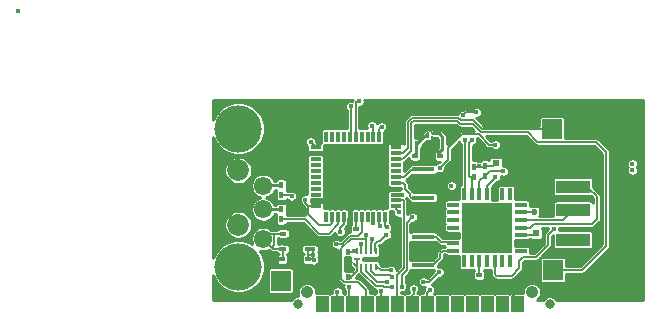
<source format=gbr>
G04 #@! TF.GenerationSoftware,KiCad,Pcbnew,(5.1.6)-1*
G04 #@! TF.CreationDate,2021-12-03T11:37:04+01:00*
G04 #@! TF.ProjectId,Keyvilboard2.0,4b657976-696c-4626-9f61-7264322e302e,rev?*
G04 #@! TF.SameCoordinates,Original*
G04 #@! TF.FileFunction,Copper,L1,Top*
G04 #@! TF.FilePolarity,Positive*
%FSLAX46Y46*%
G04 Gerber Fmt 4.6, Leading zero omitted, Abs format (unit mm)*
G04 Created by KiCad (PCBNEW (5.1.6)-1) date 2021-12-03 11:37:04*
%MOMM*%
%LPD*%
G01*
G04 APERTURE LIST*
G04 #@! TA.AperFunction,EtchedComponent*
%ADD10C,0.002000*%
G04 #@! TD*
G04 #@! TA.AperFunction,SMDPad,CuDef*
%ADD11C,0.186000*%
G04 #@! TD*
G04 #@! TA.AperFunction,ComponentPad*
%ADD12R,1.725000X1.725000*%
G04 #@! TD*
G04 #@! TA.AperFunction,SMDPad,CuDef*
%ADD13R,0.200000X0.150000*%
G04 #@! TD*
G04 #@! TA.AperFunction,SMDPad,CuDef*
%ADD14R,0.600000X0.200000*%
G04 #@! TD*
G04 #@! TA.AperFunction,SMDPad,CuDef*
%ADD15R,0.200000X0.600000*%
G04 #@! TD*
G04 #@! TA.AperFunction,SMDPad,CuDef*
%ADD16R,0.470000X0.440000*%
G04 #@! TD*
G04 #@! TA.AperFunction,ComponentPad*
%ADD17C,3.540000*%
G04 #@! TD*
G04 #@! TA.AperFunction,SMDPad,CuDef*
%ADD18R,2.880000X1.120000*%
G04 #@! TD*
G04 #@! TA.AperFunction,ComponentPad*
%ADD19C,4.000000*%
G04 #@! TD*
G04 #@! TA.AperFunction,ComponentPad*
%ADD20C,1.850000*%
G04 #@! TD*
G04 #@! TA.AperFunction,ComponentPad*
%ADD21C,1.550000*%
G04 #@! TD*
G04 #@! TA.AperFunction,ComponentPad*
%ADD22C,1.067000*%
G04 #@! TD*
G04 #@! TA.AperFunction,ComponentPad*
%ADD23C,0.813000*%
G04 #@! TD*
G04 #@! TA.AperFunction,ViaPad*
%ADD24R,1.016000X1.016000*%
G04 #@! TD*
G04 #@! TA.AperFunction,SMDPad,CuDef*
%ADD25R,1.100000X1.700000*%
G04 #@! TD*
G04 #@! TA.AperFunction,SMDPad,CuDef*
%ADD26R,0.600000X0.350000*%
G04 #@! TD*
G04 #@! TA.AperFunction,SMDPad,CuDef*
%ADD27R,4.200000X4.200000*%
G04 #@! TD*
G04 #@! TA.AperFunction,SMDPad,CuDef*
%ADD28R,0.350000X1.050000*%
G04 #@! TD*
G04 #@! TA.AperFunction,SMDPad,CuDef*
%ADD29R,1.050000X0.350000*%
G04 #@! TD*
G04 #@! TA.AperFunction,SMDPad,CuDef*
%ADD30R,5.400000X5.400000*%
G04 #@! TD*
G04 #@! TA.AperFunction,SMDPad,CuDef*
%ADD31R,0.950000X0.300000*%
G04 #@! TD*
G04 #@! TA.AperFunction,SMDPad,CuDef*
%ADD32R,0.300000X0.950000*%
G04 #@! TD*
G04 #@! TA.AperFunction,SMDPad,CuDef*
%ADD33R,0.400000X0.625000*%
G04 #@! TD*
G04 #@! TA.AperFunction,SMDPad,CuDef*
%ADD34R,1.900000X0.400000*%
G04 #@! TD*
G04 #@! TA.AperFunction,SMDPad,CuDef*
%ADD35R,0.620000X0.600000*%
G04 #@! TD*
G04 #@! TA.AperFunction,SMDPad,CuDef*
%ADD36R,0.440000X0.470000*%
G04 #@! TD*
G04 #@! TA.AperFunction,ViaPad*
%ADD37C,0.450000*%
G04 #@! TD*
G04 #@! TA.AperFunction,Conductor*
%ADD38C,0.127000*%
G04 #@! TD*
G04 #@! TA.AperFunction,Conductor*
%ADD39C,0.250000*%
G04 #@! TD*
G04 #@! TA.AperFunction,Conductor*
%ADD40C,0.254000*%
G04 #@! TD*
G04 APERTURE END LIST*
D10*
G04 #@! TO.C,U1*
G36*
X161523000Y-109964000D02*
G01*
X161523000Y-108696000D01*
X162537000Y-108696000D01*
X162537000Y-109964000D01*
X161523000Y-109964000D01*
G37*
X161523000Y-109964000D02*
X161523000Y-108696000D01*
X162537000Y-108696000D01*
X162537000Y-109964000D01*
X161523000Y-109964000D01*
G36*
X160253000Y-109964000D02*
G01*
X160253000Y-108696000D01*
X161267000Y-108696000D01*
X161267000Y-109964000D01*
X160253000Y-109964000D01*
G37*
X160253000Y-109964000D02*
X160253000Y-108696000D01*
X161267000Y-108696000D01*
X161267000Y-109964000D01*
X160253000Y-109964000D01*
G36*
X158983000Y-109964000D02*
G01*
X158983000Y-108696000D01*
X159997000Y-108696000D01*
X159997000Y-109964000D01*
X158983000Y-109964000D01*
G37*
X158983000Y-109964000D02*
X158983000Y-108696000D01*
X159997000Y-108696000D01*
X159997000Y-109964000D01*
X158983000Y-109964000D01*
G36*
X157713000Y-109964000D02*
G01*
X157713000Y-108696000D01*
X158727000Y-108696000D01*
X158727000Y-109964000D01*
X157713000Y-109964000D01*
G37*
X157713000Y-109964000D02*
X157713000Y-108696000D01*
X158727000Y-108696000D01*
X158727000Y-109964000D01*
X157713000Y-109964000D01*
G36*
X156443000Y-109964000D02*
G01*
X156443000Y-108696000D01*
X157457000Y-108696000D01*
X157457000Y-109964000D01*
X156443000Y-109964000D01*
G37*
X156443000Y-109964000D02*
X156443000Y-108696000D01*
X157457000Y-108696000D01*
X157457000Y-109964000D01*
X156443000Y-109964000D01*
G36*
X155173000Y-109964000D02*
G01*
X155173000Y-108696000D01*
X156187000Y-108696000D01*
X156187000Y-109964000D01*
X155173000Y-109964000D01*
G37*
X155173000Y-109964000D02*
X155173000Y-108696000D01*
X156187000Y-108696000D01*
X156187000Y-109964000D01*
X155173000Y-109964000D01*
G36*
X153903000Y-109964000D02*
G01*
X153903000Y-108696000D01*
X154917000Y-108696000D01*
X154917000Y-109964000D01*
X153903000Y-109964000D01*
G37*
X153903000Y-109964000D02*
X153903000Y-108696000D01*
X154917000Y-108696000D01*
X154917000Y-109964000D01*
X153903000Y-109964000D01*
G36*
X152633000Y-109964000D02*
G01*
X152633000Y-108696000D01*
X153647000Y-108696000D01*
X153647000Y-109964000D01*
X152633000Y-109964000D01*
G37*
X152633000Y-109964000D02*
X152633000Y-108696000D01*
X153647000Y-108696000D01*
X153647000Y-109964000D01*
X152633000Y-109964000D01*
G36*
X151363000Y-109964000D02*
G01*
X151363000Y-108696000D01*
X152377000Y-108696000D01*
X152377000Y-109964000D01*
X151363000Y-109964000D01*
G37*
X151363000Y-109964000D02*
X151363000Y-108696000D01*
X152377000Y-108696000D01*
X152377000Y-109964000D01*
X151363000Y-109964000D01*
G36*
X150093000Y-109964000D02*
G01*
X150093000Y-108696000D01*
X151107000Y-108696000D01*
X151107000Y-109964000D01*
X150093000Y-109964000D01*
G37*
X150093000Y-109964000D02*
X150093000Y-108696000D01*
X151107000Y-108696000D01*
X151107000Y-109964000D01*
X150093000Y-109964000D01*
G36*
X148823000Y-109964000D02*
G01*
X148823000Y-108696000D01*
X149837000Y-108696000D01*
X149837000Y-109964000D01*
X148823000Y-109964000D01*
G37*
X148823000Y-109964000D02*
X148823000Y-108696000D01*
X149837000Y-108696000D01*
X149837000Y-109964000D01*
X148823000Y-109964000D01*
G36*
X147553000Y-109964000D02*
G01*
X147553000Y-108696000D01*
X148567000Y-108696000D01*
X148567000Y-109964000D01*
X147553000Y-109964000D01*
G37*
X147553000Y-109964000D02*
X147553000Y-108696000D01*
X148567000Y-108696000D01*
X148567000Y-109964000D01*
X147553000Y-109964000D01*
G36*
X146283000Y-109964000D02*
G01*
X146283000Y-108696000D01*
X147297000Y-108696000D01*
X147297000Y-109964000D01*
X146283000Y-109964000D01*
G37*
X146283000Y-109964000D02*
X146283000Y-108696000D01*
X147297000Y-108696000D01*
X147297000Y-109964000D01*
X146283000Y-109964000D01*
G36*
X145013000Y-109964000D02*
G01*
X145013000Y-108696000D01*
X146027000Y-108696000D01*
X146027000Y-109964000D01*
X145013000Y-109964000D01*
G37*
X145013000Y-109964000D02*
X145013000Y-108696000D01*
X146027000Y-108696000D01*
X146027000Y-109964000D01*
X145013000Y-109964000D01*
G04 #@! TD*
D11*
G04 #@! TO.P,IC4,B2*
G04 #@! TO.N,GND*
X154845000Y-95235000D03*
G04 #@! TO.P,IC4,B1*
G04 #@! TO.N,VCC*
X154495000Y-95235000D03*
G04 #@! TO.P,IC4,A2*
G04 #@! TO.N,+3V3*
X154845000Y-94885000D03*
G04 #@! TO.P,IC4,A1*
G04 #@! TO.N,VCC*
X154495000Y-94885000D03*
G04 #@! TD*
D12*
G04 #@! TO.P,TX1,1*
G04 #@! TO.N,NRFTX*
X165000000Y-94560000D03*
G04 #@! TD*
G04 #@! TO.P,RX1,1*
G04 #@! TO.N,NRFRX*
X165060000Y-106460000D03*
G04 #@! TD*
D13*
G04 #@! TO.P,IC5,13*
G04 #@! TO.N,+3V3*
X148270000Y-105955000D03*
D14*
G04 #@! TO.P,IC5,12*
X148470000Y-105530000D03*
D15*
G04 #@! TO.P,IC5,11*
G04 #@! TO.N,VCC*
X148470000Y-104880000D03*
G04 #@! TO.P,IC5,10*
G04 #@! TO.N,SCLK*
X148870000Y-104880000D03*
G04 #@! TO.P,IC5,9*
G04 #@! TO.N,MOSI*
X149270000Y-104880000D03*
G04 #@! TO.P,IC5,8*
G04 #@! TO.N,MISO*
X149670000Y-104880000D03*
G04 #@! TO.P,IC5,7*
G04 #@! TO.N,SS*
X150070000Y-104880000D03*
D14*
G04 #@! TO.P,IC5,6*
G04 #@! TO.N,GND*
X150070000Y-105530000D03*
D15*
G04 #@! TO.P,IC5,5*
G04 #@! TO.N,CS*
X150070000Y-106180000D03*
G04 #@! TO.P,IC5,4*
G04 #@! TO.N,DO*
X149670000Y-106180000D03*
G04 #@! TO.P,IC5,3*
G04 #@! TO.N,DI*
X149270000Y-106180000D03*
G04 #@! TO.P,IC5,2*
G04 #@! TO.N,CLK*
X148870000Y-106180000D03*
G04 #@! TO.P,IC5,1*
G04 #@! TO.N,+3V3*
X148470000Y-106180000D03*
G04 #@! TD*
D12*
G04 #@! TO.P,GND1,1*
G04 #@! TO.N,GND*
X142180000Y-93700000D03*
G04 #@! TD*
G04 #@! TO.P,5V+1,1*
G04 #@! TO.N,+5V*
X142030000Y-107360000D03*
G04 #@! TD*
D16*
G04 #@! TO.P,1uF4,2*
G04 #@! TO.N,+3V3*
X155500000Y-96810000D03*
G04 #@! TO.P,1uF4,1*
G04 #@! TO.N,GND*
X154830000Y-96810000D03*
G04 #@! TD*
G04 #@! TO.P,1uF1,2*
G04 #@! TO.N,Net-(1uF1-Pad2)*
X148415000Y-102980000D03*
G04 #@! TO.P,1uF1,1*
G04 #@! TO.N,GND*
X147745000Y-102980000D03*
G04 #@! TD*
G04 #@! TO.P,0.1uF3,2*
G04 #@! TO.N,+3V3*
X158835000Y-106880000D03*
G04 #@! TO.P,0.1uF3,1*
G04 #@! TO.N,GND*
X158165000Y-106880000D03*
G04 #@! TD*
D17*
G04 #@! TO.P,USBFEMALE1,MH2*
G04 #@! TO.N,GND*
X170370000Y-93820000D03*
G04 #@! TO.P,USBFEMALE1,MH1*
X170370000Y-106940000D03*
D18*
G04 #@! TO.P,USBFEMALE1,4*
X166790000Y-96890000D03*
G04 #@! TO.P,USBFEMALE1,3*
G04 #@! TO.N,D+US*
X166790000Y-99390000D03*
G04 #@! TO.P,USBFEMALE1,2*
G04 #@! TO.N,D-US*
X166790000Y-101390000D03*
G04 #@! TO.P,USBFEMALE1,1*
G04 #@! TO.N,VDC*
X166790000Y-103890000D03*
G04 #@! TD*
D19*
G04 #@! TO.P,USBMALE1,8*
G04 #@! TO.N,N/C*
X138450000Y-94480000D03*
G04 #@! TO.P,USBMALE1,7*
X138450000Y-106180000D03*
D20*
G04 #@! TO.P,USBMALE1,6*
X138450000Y-102630000D03*
G04 #@! TO.P,USBMALE1,5*
X138450000Y-98030000D03*
D21*
G04 #@! TO.P,USBMALE1,4*
G04 #@! TO.N,GND*
X140550000Y-96830000D03*
G04 #@! TO.P,USBMALE1,3*
G04 #@! TO.N,D+AT*
X140550000Y-99330000D03*
G04 #@! TO.P,USBMALE1,2*
G04 #@! TO.N,D-AT*
X140550000Y-101330000D03*
G04 #@! TO.P,USBMALE1,1*
G04 #@! TO.N,+5V*
X140550000Y-103830000D03*
G04 #@! TD*
D22*
G04 #@! TO.P,U1,18*
G04 #@! TO.N,N/C*
X163300000Y-108339000D03*
D23*
G04 #@! TO.P,U1,17*
X164799000Y-109330000D03*
G04 #@! TO.P,U1,16*
X143488000Y-109330000D03*
D22*
G04 #@! TO.P,U1,15*
X144250000Y-108339000D03*
D24*
G04 #@! TD*
G04 #@! TO.N,GND*
G04 #@! TO.C,U1*
X162030000Y-109330000D03*
G04 #@! TO.N,Net-(U1-Pad13)*
G04 #@! TO.C,U1*
X160760000Y-109330000D03*
G04 #@! TO.N,Net-(U1-Pad12)*
X159490000Y-109330000D03*
G04 #@! TO.N,Net-(U1-Pad11)*
X158220000Y-109330000D03*
G04 #@! TO.N,Net-(U1-Pad10)*
X156950000Y-109330000D03*
G04 #@! TO.N,MCLR*
X155680000Y-109330000D03*
G04 #@! TO.N,TXUSBH-PGRCLK*
X154410000Y-109330000D03*
G04 #@! TO.N,RXUSBH-PGRDATA*
X153140000Y-109330000D03*
G04 #@! TO.N,RST*
X151870000Y-109330000D03*
G04 #@! TO.N,MISO*
X150600000Y-109330000D03*
G04 #@! TO.N,MOSI*
X149330000Y-109330000D03*
G04 #@! TO.N,SCLK*
X148060000Y-109330000D03*
G04 #@! TO.N,+3V3*
X146790000Y-109330000D03*
G04 #@! TO.N,VCC*
X145520000Y-109330000D03*
G04 #@! TD*
D25*
G04 #@! TO.P,PS1,7*
G04 #@! TO.N,GND*
X143280000Y-104020000D03*
D26*
G04 #@! TO.P,PS1,6*
G04 #@! TO.N,+5V*
X142230000Y-104670000D03*
G04 #@! TO.P,PS1,5*
G04 #@! TO.N,GND*
X142230000Y-104020000D03*
G04 #@! TO.P,PS1,4*
G04 #@! TO.N,+5V*
X142230000Y-103370000D03*
G04 #@! TO.P,PS1,3*
G04 #@! TO.N,GND*
X144330000Y-103370000D03*
G04 #@! TO.P,PS1,2*
X144330000Y-104020000D03*
G04 #@! TO.P,PS1,1*
G04 #@! TO.N,VCC*
X144330000Y-104670000D03*
G04 #@! TD*
D27*
G04 #@! TO.P,IC3,29*
G04 #@! TO.N,Net-(IC3-Pad29)*
X159500000Y-102870000D03*
D28*
G04 #@! TO.P,IC3,28*
G04 #@! TO.N,TXUSBH-PGRCLK*
X157550000Y-100020000D03*
G04 #@! TO.P,IC3,27*
G04 #@! TO.N,RXUSBH-PGRDATA*
X158200000Y-100020000D03*
G04 #@! TO.P,IC3,26*
G04 #@! TO.N,MCLR*
X158850000Y-100020000D03*
G04 #@! TO.P,IC3,25*
G04 #@! TO.N,+3V3*
X159500000Y-100020000D03*
G04 #@! TO.P,IC3,24*
G04 #@! TO.N,GND*
X160150000Y-100020000D03*
G04 #@! TO.P,IC3,23*
G04 #@! TO.N,Net-(IC3-Pad23)*
X160800000Y-100020000D03*
G04 #@! TO.P,IC3,22*
G04 #@! TO.N,Net-(IC3-Pad22)*
X161450000Y-100020000D03*
D29*
G04 #@! TO.P,IC3,21*
G04 #@! TO.N,Net-(IC3-Pad21)*
X162350000Y-100920000D03*
G04 #@! TO.P,IC3,20*
G04 #@! TO.N,+3V3*
X162350000Y-101570000D03*
G04 #@! TO.P,IC3,19*
G04 #@! TO.N,D-US*
X162350000Y-102220000D03*
G04 #@! TO.P,IC3,18*
G04 #@! TO.N,D+US*
X162350000Y-102870000D03*
G04 #@! TO.P,IC3,17*
G04 #@! TO.N,Net-(10uF1-Pad1)*
X162350000Y-103520000D03*
G04 #@! TO.P,IC3,16*
G04 #@! TO.N,GND*
X162350000Y-104170000D03*
G04 #@! TO.P,IC3,15*
G04 #@! TO.N,Net-(IC3-Pad15)*
X162350000Y-104820000D03*
D28*
G04 #@! TO.P,IC3,14*
G04 #@! TO.N,Net-(IC3-Pad14)*
X161450000Y-105720000D03*
G04 #@! TO.P,IC3,13*
G04 #@! TO.N,Net-(IC3-Pad13)*
X160800000Y-105720000D03*
G04 #@! TO.P,IC3,12*
G04 #@! TO.N,VCC*
X160150000Y-105720000D03*
G04 #@! TO.P,IC3,11*
G04 #@! TO.N,Net-(IC3-Pad11)*
X159500000Y-105720000D03*
G04 #@! TO.P,IC3,10*
G04 #@! TO.N,+3V3*
X158850000Y-105720000D03*
G04 #@! TO.P,IC3,9*
G04 #@! TO.N,Net-(IC3-Pad9)*
X158200000Y-105720000D03*
G04 #@! TO.P,IC3,8*
G04 #@! TO.N,Net-(IC3-Pad8)*
X157550000Y-105720000D03*
D29*
G04 #@! TO.P,IC3,7*
G04 #@! TO.N,Net-(16Mhz2-Pad3)*
X156650000Y-104820000D03*
G04 #@! TO.P,IC3,6*
G04 #@! TO.N,Net-(16Mhz2-Pad1)*
X156650000Y-104170000D03*
G04 #@! TO.P,IC3,5*
G04 #@! TO.N,GND*
X156650000Y-103520000D03*
G04 #@! TO.P,IC3,4*
G04 #@! TO.N,Net-(IC3-Pad4)*
X156650000Y-102870000D03*
G04 #@! TO.P,IC3,3*
G04 #@! TO.N,Net-(IC3-Pad3)*
X156650000Y-102220000D03*
G04 #@! TO.P,IC3,2*
G04 #@! TO.N,Net-(IC3-Pad2)*
X156650000Y-101570000D03*
G04 #@! TO.P,IC3,1*
G04 #@! TO.N,Net-(IC3-Pad1)*
X156650000Y-100920000D03*
G04 #@! TD*
D30*
G04 #@! TO.P,IC2,45*
G04 #@! TO.N,GND*
X148380000Y-98570000D03*
D31*
G04 #@! TO.P,IC2,44*
G04 #@! TO.N,VCC*
X144980000Y-101070000D03*
G04 #@! TO.P,IC2,43*
G04 #@! TO.N,GND*
X144980000Y-100570000D03*
G04 #@! TO.P,IC2,42*
G04 #@! TO.N,Net-(IC2-Pad42)*
X144980000Y-100070000D03*
G04 #@! TO.P,IC2,41*
G04 #@! TO.N,Net-(IC2-Pad41)*
X144980000Y-99570000D03*
G04 #@! TO.P,IC2,40*
G04 #@! TO.N,Net-(IC2-Pad40)*
X144980000Y-99070000D03*
G04 #@! TO.P,IC2,39*
G04 #@! TO.N,Net-(IC2-Pad39)*
X144980000Y-98570000D03*
G04 #@! TO.P,IC2,38*
G04 #@! TO.N,Net-(IC2-Pad38)*
X144980000Y-98070000D03*
G04 #@! TO.P,IC2,37*
G04 #@! TO.N,Net-(IC2-Pad37)*
X144980000Y-97570000D03*
G04 #@! TO.P,IC2,36*
G04 #@! TO.N,Net-(IC2-Pad36)*
X144980000Y-97070000D03*
G04 #@! TO.P,IC2,35*
G04 #@! TO.N,GND*
X144980000Y-96570000D03*
G04 #@! TO.P,IC2,34*
G04 #@! TO.N,VCC*
X144980000Y-96070000D03*
D32*
G04 #@! TO.P,IC2,33*
G04 #@! TO.N,Net-(IC2-Pad33)*
X145880000Y-95170000D03*
G04 #@! TO.P,IC2,32*
G04 #@! TO.N,Net-(IC2-Pad32)*
X146380000Y-95170000D03*
G04 #@! TO.P,IC2,31*
G04 #@! TO.N,Net-(IC2-Pad31)*
X146880000Y-95170000D03*
G04 #@! TO.P,IC2,30*
G04 #@! TO.N,Net-(IC2-Pad30)*
X147380000Y-95170000D03*
G04 #@! TO.P,IC2,29*
G04 #@! TO.N,TXUSBH-PGRCLK*
X147880000Y-95170000D03*
G04 #@! TO.P,IC2,28*
G04 #@! TO.N,RXUSBH-PGRDATA*
X148380000Y-95170000D03*
G04 #@! TO.P,IC2,27*
G04 #@! TO.N,Net-(IC2-Pad27)*
X148880000Y-95170000D03*
G04 #@! TO.P,IC2,26*
G04 #@! TO.N,Net-(IC2-Pad26)*
X149380000Y-95170000D03*
G04 #@! TO.P,IC2,25*
G04 #@! TO.N,SS*
X149880000Y-95170000D03*
G04 #@! TO.P,IC2,24*
G04 #@! TO.N,VCC*
X150380000Y-95170000D03*
G04 #@! TO.P,IC2,23*
G04 #@! TO.N,GND*
X150880000Y-95170000D03*
D31*
G04 #@! TO.P,IC2,22*
G04 #@! TO.N,Net-(IC2-Pad22)*
X151780000Y-96070000D03*
G04 #@! TO.P,IC2,21*
G04 #@! TO.N,NRFTX*
X151780000Y-96570000D03*
G04 #@! TO.P,IC2,20*
G04 #@! TO.N,NRFRX*
X151780000Y-97070000D03*
G04 #@! TO.P,IC2,19*
G04 #@! TO.N,Net-(IC2-Pad19)*
X151780000Y-97570000D03*
G04 #@! TO.P,IC2,18*
G04 #@! TO.N,Net-(IC2-Pad18)*
X151780000Y-98070000D03*
G04 #@! TO.P,IC2,17*
G04 #@! TO.N,Net-(16Mhz1-Pad1)*
X151780000Y-98570000D03*
G04 #@! TO.P,IC2,16*
G04 #@! TO.N,Net-(16Mhz1-Pad3)*
X151780000Y-99070000D03*
G04 #@! TO.P,IC2,15*
G04 #@! TO.N,GND*
X151780000Y-99570000D03*
G04 #@! TO.P,IC2,14*
G04 #@! TO.N,VCC*
X151780000Y-100070000D03*
G04 #@! TO.P,IC2,13*
G04 #@! TO.N,RST*
X151780000Y-100570000D03*
G04 #@! TO.P,IC2,12*
G04 #@! TO.N,D11*
X151780000Y-101070000D03*
D32*
G04 #@! TO.P,IC2,11*
G04 #@! TO.N,MISO*
X150880000Y-101970000D03*
G04 #@! TO.P,IC2,10*
G04 #@! TO.N,MOSI*
X150380000Y-101970000D03*
G04 #@! TO.P,IC2,9*
G04 #@! TO.N,SCLK*
X149880000Y-101970000D03*
G04 #@! TO.P,IC2,8*
G04 #@! TO.N,Net-(IC2-Pad8)*
X149380000Y-101970000D03*
G04 #@! TO.P,IC2,7*
G04 #@! TO.N,VCC*
X148880000Y-101970000D03*
G04 #@! TO.P,IC2,6*
G04 #@! TO.N,Net-(1uF1-Pad2)*
X148380000Y-101970000D03*
G04 #@! TO.P,IC2,5*
G04 #@! TO.N,GND*
X147880000Y-101970000D03*
G04 #@! TO.P,IC2,4*
G04 #@! TO.N,Net-(22Ohm2-Pad2)*
X147380000Y-101970000D03*
G04 #@! TO.P,IC2,3*
G04 #@! TO.N,Net-(22Ohm1-Pad2)*
X146880000Y-101970000D03*
G04 #@! TO.P,IC2,2*
G04 #@! TO.N,VCC*
X146380000Y-101970000D03*
G04 #@! TO.P,IC2,1*
G04 #@! TO.N,Net-(IC2-Pad1)*
X145880000Y-101970000D03*
G04 #@! TD*
D33*
G04 #@! TO.P,22Ohm2,2*
G04 #@! TO.N,Net-(22Ohm2-Pad2)*
X142090000Y-100092000D03*
G04 #@! TO.P,22Ohm2,1*
G04 #@! TO.N,D+AT*
X142090000Y-99268000D03*
G04 #@! TD*
G04 #@! TO.P,22Ohm1,2*
G04 #@! TO.N,Net-(22Ohm1-Pad2)*
X142090000Y-102142000D03*
G04 #@! TO.P,22Ohm1,1*
G04 #@! TO.N,D-AT*
X142090000Y-101318000D03*
G04 #@! TD*
D16*
G04 #@! TO.P,1uF5,2*
G04 #@! TO.N,VCC*
X153390000Y-96810000D03*
G04 #@! TO.P,1uF5,1*
G04 #@! TO.N,GND*
X154060000Y-96810000D03*
G04 #@! TD*
G04 #@! TO.P,1uF3,2*
G04 #@! TO.N,+5V*
X142175000Y-105550000D03*
G04 #@! TO.P,1uF3,1*
G04 #@! TO.N,GND*
X142845000Y-105550000D03*
G04 #@! TD*
G04 #@! TO.P,1uF2,2*
G04 #@! TO.N,VCC*
X144325000Y-105550000D03*
G04 #@! TO.P,1uF2,1*
G04 #@! TO.N,GND*
X143655000Y-105550000D03*
G04 #@! TD*
D34*
G04 #@! TO.P,16Mhz2,3*
G04 #@! TO.N,Net-(16Mhz2-Pad3)*
X154110000Y-106040000D03*
G04 #@! TO.P,16Mhz2,2*
G04 #@! TO.N,GND*
X154110000Y-104840000D03*
G04 #@! TO.P,16Mhz2,1*
G04 #@! TO.N,Net-(16Mhz2-Pad1)*
X154110000Y-103640000D03*
G04 #@! TD*
G04 #@! TO.P,16Mhz1,3*
G04 #@! TO.N,Net-(16Mhz1-Pad3)*
X154120000Y-100330000D03*
G04 #@! TO.P,16Mhz1,2*
G04 #@! TO.N,GND*
X154120000Y-99130000D03*
G04 #@! TO.P,16Mhz1,1*
G04 #@! TO.N,Net-(16Mhz1-Pad1)*
X154120000Y-97930000D03*
G04 #@! TD*
D35*
G04 #@! TO.P,10uF2,2*
G04 #@! TO.N,GND*
X160260000Y-96490000D03*
G04 #@! TO.P,10uF2,1*
G04 #@! TO.N,+3V3*
X160260000Y-97410000D03*
G04 #@! TD*
G04 #@! TO.P,10uF1,2*
G04 #@! TO.N,GND*
X163640000Y-104270000D03*
G04 #@! TO.P,10uF1,1*
G04 #@! TO.N,Net-(10uF1-Pad1)*
X163640000Y-103350000D03*
G04 #@! TD*
D33*
G04 #@! TO.P,10KOhm1,2*
G04 #@! TO.N,RXUSBH-PGRDATA*
X158360000Y-98572000D03*
G04 #@! TO.P,10KOhm1,1*
G04 #@! TO.N,+3V3*
X158360000Y-97748000D03*
G04 #@! TD*
G04 #@! TO.P,10KOhm2,2*
G04 #@! TO.N,+3V3*
X159330000Y-97658000D03*
G04 #@! TO.P,10KOhm2,1*
G04 #@! TO.N,MCLR*
X159330000Y-98482000D03*
G04 #@! TD*
D36*
G04 #@! TO.P,0.1uF4,2*
G04 #@! TO.N,GND*
X163510000Y-100845000D03*
G04 #@! TO.P,0.1uF4,1*
G04 #@! TO.N,+3V3*
X163510000Y-101515000D03*
G04 #@! TD*
G04 #@! TO.P,0.1uF2,2*
G04 #@! TO.N,GND*
X147750000Y-105565000D03*
G04 #@! TO.P,0.1uF2,1*
G04 #@! TO.N,VCC*
X147750000Y-104895000D03*
G04 #@! TD*
G04 #@! TO.P,0.1uF1,2*
G04 #@! TO.N,GND*
X147760000Y-106350000D03*
G04 #@! TO.P,0.1uF1,1*
G04 #@! TO.N,+3V3*
X147760000Y-107020000D03*
G04 #@! TD*
D37*
G04 #@! TO.N,*
X119820000Y-84490000D03*
G04 #@! TO.N,GND*
X154800000Y-96600000D03*
X154250000Y-96620000D03*
X171130000Y-96420000D03*
X170910000Y-100320000D03*
X169090000Y-102640000D03*
X156650000Y-103520000D03*
X156620000Y-97370000D03*
X150450000Y-97040000D03*
X146730000Y-96890000D03*
X148530000Y-96890000D03*
X150430000Y-98650000D03*
X146520000Y-98410000D03*
X148570000Y-98610000D03*
X148570000Y-100400000D03*
X150420000Y-100390000D03*
X146530000Y-100390000D03*
X158210000Y-106890000D03*
X154080000Y-104840000D03*
X154110000Y-99130000D03*
X143540000Y-103410000D03*
X142980000Y-103420000D03*
X142970000Y-104050000D03*
X143560000Y-104070000D03*
X143520000Y-104630000D03*
X142960000Y-104630000D03*
X143270000Y-105570000D03*
X136620000Y-92350000D03*
X140080000Y-92330000D03*
X143610000Y-92280000D03*
X145740000Y-92240000D03*
X141910000Y-92280000D03*
X136730000Y-108820000D03*
X139650000Y-108960000D03*
X142790000Y-108910000D03*
X136530000Y-104310000D03*
X136530000Y-102640000D03*
X136530000Y-100970000D03*
X136560000Y-99440000D03*
X136610000Y-97710000D03*
X136560000Y-95900000D03*
X138290000Y-100910000D03*
X138340000Y-99440000D03*
X141090000Y-95250000D03*
X141500000Y-97920000D03*
X142950000Y-98770000D03*
X143860000Y-99580000D03*
X143830000Y-98160000D03*
X142580000Y-97060000D03*
X143050000Y-95690000D03*
X144000000Y-94220000D03*
X144240000Y-93140000D03*
X143840000Y-107060000D03*
X146760000Y-106660000D03*
X145310000Y-106470000D03*
X143610000Y-106250000D03*
X158730000Y-108200000D03*
X159550000Y-107240000D03*
X159540000Y-108220000D03*
X161350000Y-108200000D03*
X161320000Y-107470000D03*
X146880000Y-93840000D03*
X145560000Y-93750000D03*
X146630000Y-92930000D03*
X147090000Y-92120000D03*
X148870000Y-94240000D03*
X148840000Y-93370000D03*
X149850000Y-93380000D03*
X150620000Y-93740000D03*
X151390000Y-94020000D03*
X151400000Y-95400000D03*
X152250000Y-95400000D03*
X152280000Y-94020000D03*
X151580000Y-93180000D03*
X154470000Y-93150000D03*
X153220000Y-93140000D03*
X154960000Y-97290000D03*
X153230000Y-101120000D03*
X155020000Y-101110000D03*
X153310000Y-102860000D03*
X155410000Y-102970000D03*
X163130000Y-106820000D03*
X164570000Y-108110000D03*
X165950000Y-108780000D03*
X172450000Y-108900000D03*
X172570000Y-92130000D03*
X172560000Y-95260000D03*
X172570000Y-104540000D03*
X172510000Y-107060000D03*
X167110000Y-107580000D03*
X167980000Y-108850000D03*
X168760000Y-96570000D03*
X167330000Y-98410000D03*
X166880000Y-96400000D03*
X164620000Y-96480000D03*
X164430000Y-98690000D03*
X164460000Y-101260000D03*
X163580000Y-99980000D03*
X161730000Y-98720000D03*
X162870000Y-97350000D03*
X162070000Y-95680000D03*
X160800000Y-95230000D03*
X167440000Y-94950000D03*
X167580000Y-92280000D03*
X166280000Y-95030000D03*
X166320000Y-92120000D03*
X166290000Y-93300000D03*
X163450000Y-94010000D03*
X163530000Y-92160000D03*
X161940000Y-94130000D03*
X161900000Y-92140000D03*
X160520000Y-94090000D03*
X160540000Y-92270000D03*
X160040000Y-93290000D03*
X158540000Y-92190000D03*
X166800000Y-105450000D03*
X157480000Y-92580000D03*
X152770000Y-97490000D03*
X149730000Y-108080000D03*
X147760000Y-105950000D03*
X153230000Y-106600000D03*
X163640000Y-104270000D03*
X151640000Y-102070000D03*
X151440000Y-105110000D03*
X151640000Y-103810000D03*
X170010000Y-98910000D03*
X170960000Y-98910000D03*
X171900000Y-98920000D03*
X154700000Y-95940000D03*
X153800000Y-94510000D03*
G04 #@! TO.N,+3V3*
X156470000Y-99310000D03*
X160250000Y-97410000D03*
X163520000Y-101520000D03*
X158835000Y-106880000D03*
X160193520Y-98580000D03*
X158830000Y-97680000D03*
X146820000Y-108300000D03*
X155490000Y-96830000D03*
X147910000Y-107020000D03*
G04 #@! TO.N,VCC*
X171810000Y-97460000D03*
X171790000Y-98010000D03*
X153600000Y-95730000D03*
X153410000Y-96810000D03*
X144800000Y-104690000D03*
X144800000Y-105150000D03*
X144810000Y-105620000D03*
X144552998Y-95590000D03*
X144110000Y-100520000D03*
X150590000Y-94340000D03*
X152304018Y-100068572D03*
X146750000Y-104260000D03*
X148276553Y-104861053D03*
X165140000Y-103000000D03*
G04 #@! TO.N,MCLR*
X160870000Y-98100000D03*
G04 #@! TO.N,RXUSBH-PGRDATA*
X148660000Y-92160000D03*
X153280000Y-108030000D03*
X158186340Y-95493660D03*
G04 #@! TO.N,+5V*
X142090000Y-104660000D03*
X142230000Y-103370000D03*
G04 #@! TO.N,Net-(22Ohm2-Pad2)*
X142950000Y-100200000D03*
X147060000Y-103200000D03*
G04 #@! TO.N,TXUSBH-PGRCLK*
X147960000Y-92590000D03*
X154653712Y-108133712D03*
X158601840Y-93110000D03*
X157478951Y-93351049D03*
X157609899Y-95468231D03*
G04 #@! TO.N,MISO*
X151010000Y-102860000D03*
X149740000Y-103830000D03*
X150540000Y-108220000D03*
G04 #@! TO.N,MOSI*
X150447168Y-102732909D03*
X149278398Y-103483799D03*
G04 #@! TO.N,SCLK*
X149885230Y-102515989D03*
X147820000Y-107870000D03*
X148819513Y-104228822D03*
G04 #@! TO.N,SS*
X149760000Y-94230000D03*
X150957606Y-103500000D03*
G04 #@! TO.N,DO*
X151454500Y-107049376D03*
G04 #@! TO.N,CLK*
X153180000Y-101980000D03*
X151454500Y-107880376D03*
X152285500Y-107880376D03*
G04 #@! TO.N,DI*
X151033575Y-107444032D03*
X154120000Y-107464876D03*
X155440000Y-106633876D03*
G04 #@! TO.N,CS*
X151361001Y-106480000D03*
G04 #@! TO.N,D11*
X160193520Y-95837998D03*
X152030001Y-101580000D03*
X155502998Y-97800000D03*
G04 #@! TO.N,VDC*
X165920000Y-103870000D03*
X167730000Y-103870000D03*
X166790000Y-103890000D03*
G04 #@! TD*
D38*
G04 #@! TO.N,GND*
X147745000Y-102105000D02*
X147880000Y-101970000D01*
X147745000Y-102980000D02*
X147745000Y-102105000D01*
X143655000Y-105550000D02*
X143290000Y-105550000D01*
X143290000Y-105550000D02*
X143270000Y-105570000D01*
X143250000Y-105550000D02*
X143270000Y-105570000D01*
X142845000Y-105550000D02*
X143250000Y-105550000D01*
X162450000Y-104270000D02*
X162350000Y-104170000D01*
X163640000Y-104270000D02*
X163640000Y-104270000D01*
X162030000Y-108880000D02*
X162030000Y-109169490D01*
X161350000Y-108200000D02*
X162030000Y-108880000D01*
X154139998Y-95759998D02*
X154140000Y-95760000D01*
X147760000Y-105575000D02*
X147750000Y-105565000D01*
X147760000Y-106350000D02*
X147760000Y-105950000D01*
X147760000Y-105950000D02*
X147760000Y-105575000D01*
X163640000Y-104270000D02*
X162450000Y-104270000D01*
G04 #@! TO.N,+3V3*
X158835000Y-105735000D02*
X158850000Y-105720000D01*
X158835000Y-106880000D02*
X158835000Y-106880000D01*
X158835000Y-106880000D02*
X158835000Y-105735000D01*
X162400000Y-101520000D02*
X162350000Y-101570000D01*
X163520000Y-101520000D02*
X162400000Y-101520000D01*
X159500000Y-100020000D02*
X159500000Y-99368000D01*
X160193520Y-98674480D02*
X160193520Y-98580000D01*
X159500000Y-99368000D02*
X160193520Y-98674480D01*
X146790000Y-109330000D02*
X146790000Y-108330000D01*
X146790000Y-108330000D02*
X146820000Y-108300000D01*
X160250000Y-97410000D02*
X160010000Y-97650000D01*
X159338000Y-97650000D02*
X159330000Y-97658000D01*
X160010000Y-97650000D02*
X159338000Y-97650000D01*
X159240000Y-97748000D02*
X159330000Y-97658000D01*
X158360000Y-97748000D02*
X159240000Y-97748000D01*
X148470000Y-106180000D02*
X148470000Y-105530000D01*
X147760000Y-107020000D02*
X147870000Y-107020000D01*
X148270000Y-105980000D02*
X148470000Y-106180000D01*
X148270000Y-105955000D02*
X148270000Y-105980000D01*
X148470000Y-106550000D02*
X148470000Y-106180000D01*
X155490000Y-96830000D02*
X155490000Y-96580000D01*
X155490000Y-96580000D02*
X155790000Y-96280000D01*
X155790000Y-95840000D02*
X155700000Y-95750000D01*
X155790000Y-96280000D02*
X155790000Y-95840000D01*
X155500000Y-96810000D02*
X155500000Y-96680000D01*
X155500000Y-96680000D02*
X155380000Y-96560000D01*
X155380000Y-96560000D02*
X155380000Y-96540000D01*
X155700000Y-96220000D02*
X155700000Y-95750000D01*
X155380000Y-96540000D02*
X155700000Y-96220000D01*
X155380000Y-96720000D02*
X155490000Y-96830000D01*
X155380000Y-96540000D02*
X155380000Y-96720000D01*
X148000000Y-107020000D02*
X147910000Y-107020000D01*
X148470000Y-106550000D02*
X148000000Y-107020000D01*
X147910000Y-107020000D02*
X147760000Y-107020000D01*
X154845000Y-94885000D02*
X155495000Y-94885000D01*
X155790000Y-95180000D02*
X155790000Y-95840000D01*
X155495000Y-94885000D02*
X155790000Y-95180000D01*
X155700000Y-95750000D02*
X155700000Y-95220000D01*
X155700000Y-95220000D02*
X155430000Y-94950000D01*
X154910000Y-94950000D02*
X154845000Y-94885000D01*
X155430000Y-94950000D02*
X154910000Y-94950000D01*
G04 #@! TO.N,VCC*
X148587944Y-103559311D02*
X148000689Y-103559311D01*
X148880000Y-101970000D02*
X148880000Y-103267255D01*
X148880000Y-103267255D02*
X148587944Y-103559311D01*
X144980000Y-96070000D02*
X144980000Y-96017002D01*
X144980000Y-96017002D02*
X144552998Y-95590000D01*
X144110000Y-100802000D02*
X144110000Y-100520000D01*
X144980000Y-101070000D02*
X144378000Y-101070000D01*
X144378000Y-101070000D02*
X144110000Y-100802000D01*
X150380000Y-95170000D02*
X150380000Y-94550000D01*
X150380000Y-94550000D02*
X150590000Y-94340000D01*
X151780000Y-100070000D02*
X152302590Y-100070000D01*
X152302590Y-100070000D02*
X152304018Y-100068572D01*
X146182401Y-102635501D02*
X145265501Y-102635501D01*
X146380000Y-101970000D02*
X146380000Y-102437902D01*
X146380000Y-102437902D02*
X146182401Y-102635501D01*
X144378000Y-101748000D02*
X144378000Y-101070000D01*
X145265501Y-102635501D02*
X144378000Y-101748000D01*
X148000689Y-103559311D02*
X147880689Y-103559311D01*
X147880689Y-103559311D02*
X147180000Y-104260000D01*
X147180000Y-104260000D02*
X146750000Y-104260000D01*
X144780000Y-104670000D02*
X144800000Y-104690000D01*
X144330000Y-104670000D02*
X144780000Y-104670000D01*
X144330000Y-105545000D02*
X144325000Y-105550000D01*
X144740000Y-105550000D02*
X144810000Y-105620000D01*
X144325000Y-105550000D02*
X144740000Y-105550000D01*
X144790000Y-105160000D02*
X144800000Y-105150000D01*
X144330000Y-105160000D02*
X144330000Y-105545000D01*
X144330000Y-105160000D02*
X144790000Y-105160000D01*
X144330000Y-104670000D02*
X144330000Y-105160000D01*
X144800000Y-105610000D02*
X144810000Y-105620000D01*
X144800000Y-105150000D02*
X144800000Y-105610000D01*
X144800000Y-105150000D02*
X144800000Y-104690000D01*
X162240000Y-106330000D02*
X162240000Y-105670000D01*
X161620000Y-106950000D02*
X162240000Y-106330000D01*
X163640000Y-105350000D02*
X164640000Y-104350000D01*
X160270000Y-106950000D02*
X161620000Y-106950000D01*
X162560000Y-105350000D02*
X163640000Y-105350000D01*
X160150000Y-105720000D02*
X160150000Y-106830000D01*
X160150000Y-106830000D02*
X160270000Y-106950000D01*
X162240000Y-105670000D02*
X162560000Y-105350000D01*
X153600000Y-96600000D02*
X153390000Y-96810000D01*
X153600000Y-95750000D02*
X153600000Y-96600000D01*
X148470000Y-104880000D02*
X148470000Y-104830000D01*
X148470000Y-104880000D02*
X148295500Y-104880000D01*
X148295500Y-104880000D02*
X148276553Y-104861053D01*
X148242606Y-104895000D02*
X148276553Y-104861053D01*
X147750000Y-104895000D02*
X148242606Y-104895000D01*
X153410000Y-96810000D02*
X153410000Y-96640000D01*
X153410000Y-96640000D02*
X153500000Y-96550000D01*
X153500000Y-95830000D02*
X153600000Y-95730000D01*
X153500000Y-96550000D02*
X153500000Y-95830000D01*
X164640000Y-104350000D02*
X164640000Y-103500000D01*
X164640000Y-103500000D02*
X165140000Y-103000000D01*
X153600000Y-95730000D02*
X154095000Y-95235000D01*
X154495000Y-95185000D02*
X154445000Y-95235000D01*
X154495000Y-94885000D02*
X154495000Y-95185000D01*
X154095000Y-95235000D02*
X154445000Y-95235000D01*
X154445000Y-95235000D02*
X154495000Y-95235000D01*
X154495000Y-94885000D02*
X154360000Y-95020000D01*
X154360000Y-95100000D02*
X154495000Y-95235000D01*
X154360000Y-95020000D02*
X154360000Y-95100000D01*
X154495000Y-94885000D02*
X154495000Y-94995000D01*
X154255000Y-95235000D02*
X154095000Y-95235000D01*
X154495000Y-94995000D02*
X154255000Y-95235000D01*
X154310000Y-95020000D02*
X154095000Y-95235000D01*
X154360000Y-95020000D02*
X154310000Y-95020000D01*
X153600000Y-95730000D02*
X153760000Y-95730000D01*
X153760000Y-95730000D02*
X154255000Y-95235000D01*
G04 #@! TO.N,MCLR*
X158850000Y-98962000D02*
X158850000Y-100020000D01*
X159330000Y-98482000D02*
X158850000Y-98962000D01*
X159712000Y-98100000D02*
X159330000Y-98482000D01*
X160870000Y-98100000D02*
X159712000Y-98100000D01*
G04 #@! TO.N,RXUSBH-PGRDATA*
X158200000Y-98732000D02*
X158360000Y-98572000D01*
X158200000Y-100020000D02*
X158200000Y-98732000D01*
X158360000Y-98572000D02*
X158033000Y-98572000D01*
X157969499Y-98508499D02*
X157969499Y-95710501D01*
X158033000Y-98572000D02*
X157969499Y-98508499D01*
X157969499Y-95710501D02*
X158186340Y-95493660D01*
X148660000Y-92160000D02*
X148470000Y-92160000D01*
X148380000Y-92250000D02*
X148380000Y-95170000D01*
X148470000Y-92160000D02*
X148380000Y-92250000D01*
X153140000Y-109330000D02*
X153140000Y-108590000D01*
X153140000Y-108590000D02*
X153280000Y-108450000D01*
X153280000Y-108450000D02*
X153280000Y-108030000D01*
G04 #@! TO.N,Net-(10uF1-Pad1)*
X163470000Y-103520000D02*
X163640000Y-103350000D01*
X162350000Y-103520000D02*
X163470000Y-103520000D01*
G04 #@! TO.N,Net-(16Mhz1-Pad3)*
X151780000Y-99070000D02*
X152390000Y-99070000D01*
X152390000Y-99070000D02*
X152560000Y-99240000D01*
X152560000Y-99240000D02*
X152560000Y-99580000D01*
X152560000Y-99580000D02*
X152970000Y-99990000D01*
X152970000Y-99990000D02*
X152970000Y-100230000D01*
X153070000Y-100330000D02*
X154120000Y-100330000D01*
X152970000Y-100230000D02*
X153070000Y-100330000D01*
G04 #@! TO.N,Net-(16Mhz1-Pad1)*
X151780000Y-98570000D02*
X152500000Y-98570000D01*
X153140000Y-97930000D02*
X154120000Y-97930000D01*
X152500000Y-98570000D02*
X153140000Y-97930000D01*
G04 #@! TO.N,Net-(16Mhz2-Pad3)*
X154110000Y-106040000D02*
X154890000Y-106040000D01*
X154890000Y-106040000D02*
X155500000Y-105430000D01*
X155500000Y-105430000D02*
X155500000Y-105060000D01*
X155740000Y-104820000D02*
X156650000Y-104820000D01*
X155500000Y-105060000D02*
X155740000Y-104820000D01*
G04 #@! TO.N,Net-(16Mhz2-Pad1)*
X156580000Y-104100000D02*
X156650000Y-104170000D01*
X155630000Y-104100000D02*
X156580000Y-104100000D01*
X154110000Y-103640000D02*
X155170000Y-103640000D01*
X155170000Y-103640000D02*
X155630000Y-104100000D01*
G04 #@! TO.N,Net-(1uF1-Pad2)*
X148415000Y-102005000D02*
X148380000Y-101970000D01*
X148415000Y-102980000D02*
X148415000Y-102005000D01*
G04 #@! TO.N,+5V*
X141380000Y-104660000D02*
X140550000Y-103830000D01*
X142090000Y-104660000D02*
X141380000Y-104660000D01*
X140550000Y-103830000D02*
X141010000Y-103370000D01*
X141470000Y-104337000D02*
X141380000Y-104427000D01*
X141470000Y-103370000D02*
X141470000Y-104337000D01*
X141470000Y-103370000D02*
X142230000Y-103370000D01*
X141380000Y-104427000D02*
X141380000Y-104660000D01*
X141010000Y-103370000D02*
X141470000Y-103370000D01*
X142230000Y-103370000D02*
X142230000Y-103370000D01*
X142230000Y-105495000D02*
X142175000Y-105550000D01*
X142230000Y-104670000D02*
X142230000Y-105495000D01*
G04 #@! TO.N,Net-(22Ohm1-Pad2)*
X146082000Y-103370000D02*
X146880000Y-102572000D01*
X145279302Y-103370000D02*
X146082000Y-103370000D01*
X144051302Y-102142000D02*
X145279302Y-103370000D01*
X146880000Y-102572000D02*
X146880000Y-101970000D01*
X142090000Y-102142000D02*
X144051302Y-102142000D01*
D39*
G04 #@! TO.N,D-AT*
X140562000Y-101318000D02*
X140550000Y-101330000D01*
X142090000Y-101318000D02*
X140562000Y-101318000D01*
G04 #@! TO.N,Net-(22Ohm2-Pad2)*
X142090000Y-100092000D02*
X142090000Y-100130000D01*
D38*
X142090000Y-100092000D02*
X142522000Y-100092000D01*
X142522000Y-100092000D02*
X142842000Y-100092000D01*
X142842000Y-100092000D02*
X142950000Y-100200000D01*
X147060000Y-102881802D02*
X147380000Y-102561802D01*
X147380000Y-102561802D02*
X147380000Y-101970000D01*
X147060000Y-103200000D02*
X147060000Y-102881802D01*
D39*
G04 #@! TO.N,D+AT*
X140612000Y-99268000D02*
X140550000Y-99330000D01*
X142090000Y-99268000D02*
X140612000Y-99268000D01*
D38*
G04 #@! TO.N,TXUSBH-PGRCLK*
X147960000Y-95090000D02*
X147880000Y-95170000D01*
X147960000Y-92590000D02*
X147960000Y-95090000D01*
X154410000Y-109330000D02*
X154410000Y-108377424D01*
X154410000Y-108377424D02*
X154653712Y-108133712D01*
X158601840Y-93110000D02*
X157720000Y-93110000D01*
X157720000Y-93110000D02*
X157478951Y-93351049D01*
X157609899Y-99960101D02*
X157550000Y-100020000D01*
X157609899Y-95468231D02*
X157609899Y-99960101D01*
G04 #@! TO.N,NRFTX*
X153154499Y-93555501D02*
X154260559Y-93555501D01*
X158390000Y-93840000D02*
X159110000Y-94560000D01*
X157082960Y-93570000D02*
X157279510Y-93766550D01*
X152790000Y-93920000D02*
X153154499Y-93555501D01*
X154260559Y-93555501D02*
X154275058Y-93570000D01*
X159110000Y-94560000D02*
X165000000Y-94560000D01*
X154275058Y-93570000D02*
X157082960Y-93570000D01*
X157279510Y-93766550D02*
X158306550Y-93766550D01*
X158306550Y-93766550D02*
X158380000Y-93840000D01*
X158380000Y-93840000D02*
X158390000Y-93840000D01*
X152790000Y-96162000D02*
X152790000Y-93920000D01*
X152382000Y-96570000D02*
X152790000Y-96162000D01*
X151780000Y-96570000D02*
X152382000Y-96570000D01*
G04 #@! TO.N,NRFRX*
X167540000Y-106460000D02*
X165060000Y-106460000D01*
X153044010Y-94095214D02*
X153045214Y-94094010D01*
X169590000Y-96480000D02*
X169590000Y-104410000D01*
X168723001Y-95613001D02*
X169590000Y-96480000D01*
X163753001Y-95613001D02*
X168723001Y-95613001D01*
X169590000Y-104410000D02*
X167540000Y-106460000D01*
X158284786Y-94094010D02*
X159004786Y-94814010D01*
X159004786Y-94814010D02*
X162954010Y-94814010D01*
X162954010Y-94814010D02*
X163753001Y-95613001D01*
X153044010Y-94025214D02*
X153245214Y-93824010D01*
X153044010Y-94095214D02*
X153044010Y-94025214D01*
X157247746Y-94094010D02*
X158284786Y-94094010D01*
X156977746Y-93824010D02*
X157247746Y-94094010D01*
X153245214Y-93824010D02*
X156977746Y-93824010D01*
X153044010Y-96358088D02*
X153044010Y-94025214D01*
X152439224Y-96962874D02*
X153044010Y-96358088D01*
X152439224Y-96962874D02*
X152437126Y-96962874D01*
X152330000Y-97070000D02*
X151780000Y-97070000D01*
X152437126Y-96962874D02*
X152330000Y-97070000D01*
G04 #@! TO.N,RST*
X152445501Y-100633501D02*
X152382000Y-100570000D01*
X152382000Y-100570000D02*
X151780000Y-100570000D01*
X151870000Y-106847902D02*
X152445501Y-106272401D01*
X152445501Y-106272401D02*
X152445501Y-100633501D01*
X151870000Y-109330000D02*
X151870000Y-106847902D01*
G04 #@! TO.N,MISO*
X150880000Y-101970000D02*
X150880000Y-102730000D01*
X150880000Y-102730000D02*
X151010000Y-102860000D01*
X149740000Y-103830000D02*
X149740000Y-104080000D01*
X149740000Y-104080000D02*
X149650000Y-104170000D01*
X150540000Y-109270000D02*
X150600000Y-109330000D01*
X150540000Y-108220000D02*
X150540000Y-109270000D01*
X149650000Y-104860000D02*
X149670000Y-104880000D01*
X149650000Y-104170000D02*
X149650000Y-104860000D01*
G04 #@! TO.N,MOSI*
X150380000Y-101970000D02*
X150380000Y-102665741D01*
X150380000Y-102665741D02*
X150447168Y-102732909D01*
X149278398Y-103483799D02*
X149278398Y-103798398D01*
X149278398Y-104871602D02*
X149270000Y-104880000D01*
X149278398Y-103798398D02*
X149278398Y-104871602D01*
X148554499Y-107454499D02*
X149280000Y-108180000D01*
X149278398Y-103798398D02*
X149001602Y-103798398D01*
X149001602Y-103798398D02*
X148986679Y-103813321D01*
X149280000Y-109280000D02*
X149330000Y-109330000D01*
X149280000Y-108180000D02*
X149280000Y-109280000D01*
X148986679Y-103813321D02*
X147985903Y-103813321D01*
X147396597Y-107454499D02*
X148554499Y-107454499D01*
X147175501Y-107233403D02*
X147396597Y-107454499D01*
X147175501Y-104623723D02*
X147175501Y-107233403D01*
X147985903Y-103813321D02*
X147175501Y-104623723D01*
G04 #@! TO.N,SCLK*
X149880000Y-101970000D02*
X149880000Y-102510759D01*
X149880000Y-102510759D02*
X149885230Y-102515989D01*
X147820000Y-109090000D02*
X148060000Y-109330000D01*
X147820000Y-107870000D02*
X147820000Y-109090000D01*
X148819513Y-104228822D02*
X148819513Y-104439513D01*
X148870000Y-104490000D02*
X148870000Y-104880000D01*
X148819513Y-104439513D02*
X148870000Y-104490000D01*
G04 #@! TO.N,SS*
X149880000Y-95170000D02*
X149880000Y-94350000D01*
X149880000Y-94350000D02*
X149760000Y-94230000D01*
X150957606Y-103500000D02*
X150417606Y-104040000D01*
X150233000Y-104040000D02*
X150050000Y-104223000D01*
X150417606Y-104040000D02*
X150233000Y-104040000D01*
X150050000Y-104860000D02*
X150070000Y-104880000D01*
X150050000Y-104223000D02*
X150050000Y-104860000D01*
G04 #@! TO.N,D-US*
X165950000Y-102220000D02*
X166600000Y-101570000D01*
X162350000Y-102220000D02*
X165950000Y-102220000D01*
G04 #@! TO.N,D+US*
X163167098Y-102870000D02*
X163487098Y-102550000D01*
X162350000Y-102870000D02*
X163167098Y-102870000D01*
X168140000Y-102550000D02*
X168410000Y-102550000D01*
X163487098Y-102550000D02*
X168140000Y-102550000D01*
X168410000Y-102550000D02*
X168800000Y-102160000D01*
X168167000Y-99570000D02*
X166600000Y-99570000D01*
X168800000Y-100203000D02*
X168167000Y-99570000D01*
X168800000Y-102160000D02*
X168800000Y-100203000D01*
G04 #@! TO.N,DO*
X149670000Y-106522902D02*
X149670000Y-106180000D01*
X150042599Y-106895501D02*
X149670000Y-106522902D01*
X151300625Y-106895501D02*
X150042599Y-106895501D01*
X151454500Y-107049376D02*
X151300625Y-106895501D01*
G04 #@! TO.N,CLK*
X150794152Y-107880376D02*
X151426289Y-107880376D01*
X151426289Y-107880376D02*
X151454500Y-107880376D01*
X152699511Y-102460489D02*
X153180000Y-101980000D01*
X152699511Y-106500489D02*
X152699511Y-102460489D01*
X152285500Y-107880376D02*
X152285500Y-106914500D01*
X152285500Y-106914500D02*
X152699511Y-106500489D01*
X150794152Y-107859210D02*
X150794152Y-107880376D01*
X150739441Y-107804499D02*
X150794152Y-107859210D01*
X150067499Y-107804499D02*
X150739441Y-107804499D01*
X148870000Y-106180000D02*
X148870000Y-106607000D01*
X148870000Y-106607000D02*
X150067499Y-107804499D01*
G04 #@! TO.N,DI*
X154120000Y-107464876D02*
X154609000Y-107464876D01*
X154609000Y-107464876D02*
X155440000Y-106633876D01*
X150191130Y-107444032D02*
X149270000Y-106522902D01*
X149270000Y-106522902D02*
X149270000Y-106180000D01*
X151033575Y-107444032D02*
X150191130Y-107444032D01*
G04 #@! TO.N,CS*
X151230000Y-106480000D02*
X151361001Y-106480000D01*
X150190000Y-106180000D02*
X150070000Y-106180000D01*
X150490000Y-106480000D02*
X150190000Y-106180000D01*
X151361001Y-106480000D02*
X150490000Y-106480000D01*
G04 #@! TO.N,D11*
X160193520Y-95837998D02*
X159630499Y-95837998D01*
X151780000Y-101070000D02*
X151780000Y-101329999D01*
X151780000Y-101329999D02*
X152030001Y-101580000D01*
X156190501Y-97112497D02*
X156190501Y-96139499D01*
X155502998Y-97800000D02*
X156190501Y-97112497D01*
X159669550Y-95837998D02*
X160193520Y-95837998D01*
X158811552Y-94980000D02*
X159669550Y-95837998D01*
X157350000Y-94980000D02*
X158811552Y-94980000D01*
X156190501Y-96139499D02*
X157350000Y-94980000D01*
G04 #@! TD*
D40*
G04 #@! TO.N,GND*
G36*
X148152046Y-92027285D02*
G01*
X148114731Y-92072754D01*
X148094288Y-92111000D01*
X148085917Y-92126662D01*
X148007177Y-92111000D01*
X147912823Y-92111000D01*
X147820281Y-92129407D01*
X147733108Y-92165515D01*
X147654655Y-92217936D01*
X147587936Y-92284655D01*
X147535515Y-92363108D01*
X147499407Y-92450281D01*
X147481000Y-92542823D01*
X147481000Y-92637177D01*
X147499407Y-92729719D01*
X147535515Y-92816892D01*
X147587936Y-92895345D01*
X147642500Y-92949909D01*
X147642501Y-94456114D01*
X147632328Y-94459200D01*
X147630000Y-94460444D01*
X147627672Y-94459200D01*
X147579793Y-94444676D01*
X147530000Y-94439772D01*
X147230000Y-94439772D01*
X147180207Y-94444676D01*
X147132328Y-94459200D01*
X147130000Y-94460444D01*
X147127672Y-94459200D01*
X147079793Y-94444676D01*
X147030000Y-94439772D01*
X146730000Y-94439772D01*
X146680207Y-94444676D01*
X146632328Y-94459200D01*
X146630000Y-94460444D01*
X146627672Y-94459200D01*
X146579793Y-94444676D01*
X146530000Y-94439772D01*
X146230000Y-94439772D01*
X146180207Y-94444676D01*
X146132328Y-94459200D01*
X146130000Y-94460444D01*
X146127672Y-94459200D01*
X146079793Y-94444676D01*
X146030000Y-94439772D01*
X145730000Y-94439772D01*
X145680207Y-94444676D01*
X145632328Y-94459200D01*
X145588203Y-94482786D01*
X145549527Y-94514527D01*
X145517786Y-94553203D01*
X145494200Y-94597328D01*
X145479676Y-94645207D01*
X145474772Y-94695000D01*
X145474772Y-95645000D01*
X145476932Y-95666932D01*
X145455000Y-95664772D01*
X145076783Y-95664772D01*
X145031998Y-95619987D01*
X145031998Y-95542823D01*
X145013591Y-95450281D01*
X144977483Y-95363108D01*
X144925062Y-95284655D01*
X144858343Y-95217936D01*
X144779890Y-95165515D01*
X144692717Y-95129407D01*
X144600175Y-95111000D01*
X144505821Y-95111000D01*
X144413279Y-95129407D01*
X144326106Y-95165515D01*
X144247653Y-95217936D01*
X144180934Y-95284655D01*
X144128513Y-95363108D01*
X144092405Y-95450281D01*
X144073998Y-95542823D01*
X144073998Y-95637177D01*
X144092405Y-95729719D01*
X144128513Y-95816892D01*
X144180934Y-95895345D01*
X144247653Y-95962064D01*
X144249772Y-95963480D01*
X144249772Y-96220000D01*
X144254676Y-96269793D01*
X144269200Y-96317672D01*
X144292786Y-96361797D01*
X144324527Y-96400473D01*
X144363203Y-96432214D01*
X144407328Y-96455800D01*
X144455207Y-96470324D01*
X144505000Y-96475228D01*
X145455000Y-96475228D01*
X145504793Y-96470324D01*
X145552672Y-96455800D01*
X145596797Y-96432214D01*
X145635473Y-96400473D01*
X145667214Y-96361797D01*
X145690800Y-96317672D01*
X145705324Y-96269793D01*
X145710228Y-96220000D01*
X145710228Y-95920000D01*
X145708068Y-95898068D01*
X145730000Y-95900228D01*
X146030000Y-95900228D01*
X146079793Y-95895324D01*
X146127672Y-95880800D01*
X146130000Y-95879556D01*
X146132328Y-95880800D01*
X146180207Y-95895324D01*
X146230000Y-95900228D01*
X146530000Y-95900228D01*
X146579793Y-95895324D01*
X146627672Y-95880800D01*
X146630000Y-95879556D01*
X146632328Y-95880800D01*
X146680207Y-95895324D01*
X146730000Y-95900228D01*
X147030000Y-95900228D01*
X147079793Y-95895324D01*
X147127672Y-95880800D01*
X147130000Y-95879556D01*
X147132328Y-95880800D01*
X147180207Y-95895324D01*
X147230000Y-95900228D01*
X147530000Y-95900228D01*
X147579793Y-95895324D01*
X147627672Y-95880800D01*
X147630000Y-95879556D01*
X147632328Y-95880800D01*
X147680207Y-95895324D01*
X147730000Y-95900228D01*
X148030000Y-95900228D01*
X148079793Y-95895324D01*
X148127672Y-95880800D01*
X148130000Y-95879556D01*
X148132328Y-95880800D01*
X148180207Y-95895324D01*
X148230000Y-95900228D01*
X148530000Y-95900228D01*
X148579793Y-95895324D01*
X148627672Y-95880800D01*
X148630000Y-95879556D01*
X148632328Y-95880800D01*
X148680207Y-95895324D01*
X148730000Y-95900228D01*
X149030000Y-95900228D01*
X149079793Y-95895324D01*
X149127672Y-95880800D01*
X149130000Y-95879556D01*
X149132328Y-95880800D01*
X149180207Y-95895324D01*
X149230000Y-95900228D01*
X149530000Y-95900228D01*
X149579793Y-95895324D01*
X149627672Y-95880800D01*
X149630000Y-95879556D01*
X149632328Y-95880800D01*
X149680207Y-95895324D01*
X149730000Y-95900228D01*
X150030000Y-95900228D01*
X150079793Y-95895324D01*
X150127672Y-95880800D01*
X150130000Y-95879556D01*
X150132328Y-95880800D01*
X150180207Y-95895324D01*
X150230000Y-95900228D01*
X150530000Y-95900228D01*
X150579793Y-95895324D01*
X150627672Y-95880800D01*
X150671797Y-95857214D01*
X150710473Y-95825473D01*
X150742214Y-95786797D01*
X150765800Y-95742672D01*
X150780324Y-95694793D01*
X150785228Y-95645000D01*
X150785228Y-94777601D01*
X150816892Y-94764485D01*
X150895345Y-94712064D01*
X150962064Y-94645345D01*
X151014485Y-94566892D01*
X151050593Y-94479719D01*
X151069000Y-94387177D01*
X151069000Y-94292823D01*
X151050593Y-94200281D01*
X151014485Y-94113108D01*
X150962064Y-94034655D01*
X150895345Y-93967936D01*
X150816892Y-93915515D01*
X150729719Y-93879407D01*
X150637177Y-93861000D01*
X150542823Y-93861000D01*
X150450281Y-93879407D01*
X150363108Y-93915515D01*
X150284655Y-93967936D01*
X150217936Y-94034655D01*
X150205353Y-94053487D01*
X150184485Y-94003108D01*
X150132064Y-93924655D01*
X150065345Y-93857936D01*
X149986892Y-93805515D01*
X149899719Y-93769407D01*
X149807177Y-93751000D01*
X149712823Y-93751000D01*
X149620281Y-93769407D01*
X149533108Y-93805515D01*
X149454655Y-93857936D01*
X149387936Y-93924655D01*
X149335515Y-94003108D01*
X149299407Y-94090281D01*
X149281000Y-94182823D01*
X149281000Y-94277177D01*
X149299407Y-94369719D01*
X149328424Y-94439772D01*
X149230000Y-94439772D01*
X149180207Y-94444676D01*
X149132328Y-94459200D01*
X149130000Y-94460444D01*
X149127672Y-94459200D01*
X149079793Y-94444676D01*
X149030000Y-94439772D01*
X148730000Y-94439772D01*
X148697500Y-94442973D01*
X148697500Y-92639000D01*
X148707177Y-92639000D01*
X148799719Y-92620593D01*
X148886892Y-92584485D01*
X148965345Y-92532064D01*
X149032064Y-92465345D01*
X149084485Y-92386892D01*
X149120593Y-92299719D01*
X149139000Y-92207177D01*
X149139000Y-92112823D01*
X149122038Y-92027547D01*
X172686173Y-92033918D01*
X172695828Y-109026000D01*
X165388000Y-109026000D01*
X165384328Y-109017136D01*
X165312044Y-108908956D01*
X165220044Y-108816956D01*
X165111864Y-108744672D01*
X164991661Y-108694883D01*
X164864054Y-108669500D01*
X164733946Y-108669500D01*
X164606339Y-108694883D01*
X164486136Y-108744672D01*
X164377956Y-108816956D01*
X164285956Y-108908956D01*
X164213672Y-109017136D01*
X164210000Y-109026000D01*
X163689294Y-109026000D01*
X163802002Y-108950691D01*
X163911691Y-108841002D01*
X163997873Y-108712021D01*
X164057236Y-108568705D01*
X164087500Y-108416562D01*
X164087500Y-108261438D01*
X164057236Y-108109295D01*
X163997873Y-107965979D01*
X163911691Y-107836998D01*
X163802002Y-107727309D01*
X163673021Y-107641127D01*
X163529705Y-107581764D01*
X163377562Y-107551500D01*
X163222438Y-107551500D01*
X163070295Y-107581764D01*
X162926979Y-107641127D01*
X162797998Y-107727309D01*
X162688309Y-107836998D01*
X162602127Y-107965979D01*
X162542764Y-108109295D01*
X162512500Y-108261438D01*
X162512500Y-108416562D01*
X162517361Y-108441000D01*
X161523000Y-108441000D01*
X161499081Y-108443345D01*
X161475218Y-108445517D01*
X161474364Y-108445768D01*
X161473470Y-108445856D01*
X161450470Y-108452800D01*
X161427475Y-108459568D01*
X161426681Y-108459983D01*
X161425827Y-108460241D01*
X161404674Y-108471488D01*
X161394851Y-108476624D01*
X161388523Y-108473202D01*
X161367455Y-108461620D01*
X161366599Y-108461349D01*
X161365816Y-108460925D01*
X161342928Y-108453840D01*
X161320017Y-108446572D01*
X161319129Y-108446472D01*
X161318275Y-108446208D01*
X161294379Y-108443697D01*
X161270560Y-108441025D01*
X161268846Y-108441013D01*
X161268780Y-108441006D01*
X161268714Y-108441012D01*
X161267000Y-108441000D01*
X160253000Y-108441000D01*
X160229081Y-108443345D01*
X160205218Y-108445517D01*
X160204364Y-108445768D01*
X160203470Y-108445856D01*
X160180470Y-108452800D01*
X160157475Y-108459568D01*
X160156681Y-108459983D01*
X160155827Y-108460241D01*
X160134674Y-108471488D01*
X160124851Y-108476624D01*
X160118523Y-108473202D01*
X160097455Y-108461620D01*
X160096599Y-108461349D01*
X160095816Y-108460925D01*
X160072928Y-108453840D01*
X160050017Y-108446572D01*
X160049129Y-108446472D01*
X160048275Y-108446208D01*
X160024379Y-108443697D01*
X160000560Y-108441025D01*
X159998846Y-108441013D01*
X159998780Y-108441006D01*
X159998714Y-108441012D01*
X159997000Y-108441000D01*
X158983000Y-108441000D01*
X158959081Y-108443345D01*
X158935218Y-108445517D01*
X158934364Y-108445768D01*
X158933470Y-108445856D01*
X158910470Y-108452800D01*
X158887475Y-108459568D01*
X158886681Y-108459983D01*
X158885827Y-108460241D01*
X158864674Y-108471488D01*
X158854851Y-108476624D01*
X158848523Y-108473202D01*
X158827455Y-108461620D01*
X158826599Y-108461349D01*
X158825816Y-108460925D01*
X158802928Y-108453840D01*
X158780017Y-108446572D01*
X158779129Y-108446472D01*
X158778275Y-108446208D01*
X158754379Y-108443697D01*
X158730560Y-108441025D01*
X158728846Y-108441013D01*
X158728780Y-108441006D01*
X158728714Y-108441012D01*
X158727000Y-108441000D01*
X157713000Y-108441000D01*
X157689081Y-108443345D01*
X157665218Y-108445517D01*
X157664364Y-108445768D01*
X157663470Y-108445856D01*
X157640470Y-108452800D01*
X157617475Y-108459568D01*
X157616681Y-108459983D01*
X157615827Y-108460241D01*
X157594674Y-108471488D01*
X157584851Y-108476624D01*
X157578523Y-108473202D01*
X157557455Y-108461620D01*
X157556599Y-108461349D01*
X157555816Y-108460925D01*
X157532928Y-108453840D01*
X157510017Y-108446572D01*
X157509129Y-108446472D01*
X157508275Y-108446208D01*
X157484379Y-108443697D01*
X157460560Y-108441025D01*
X157458846Y-108441013D01*
X157458780Y-108441006D01*
X157458714Y-108441012D01*
X157457000Y-108441000D01*
X156443000Y-108441000D01*
X156419081Y-108443345D01*
X156395218Y-108445517D01*
X156394364Y-108445768D01*
X156393470Y-108445856D01*
X156370470Y-108452800D01*
X156347475Y-108459568D01*
X156346681Y-108459983D01*
X156345827Y-108460241D01*
X156324674Y-108471488D01*
X156314851Y-108476624D01*
X156308523Y-108473202D01*
X156287455Y-108461620D01*
X156286599Y-108461349D01*
X156285816Y-108460925D01*
X156262928Y-108453840D01*
X156240017Y-108446572D01*
X156239129Y-108446472D01*
X156238275Y-108446208D01*
X156214379Y-108443697D01*
X156190560Y-108441025D01*
X156188846Y-108441013D01*
X156188780Y-108441006D01*
X156188714Y-108441012D01*
X156187000Y-108441000D01*
X155173000Y-108441000D01*
X155149081Y-108443345D01*
X155125218Y-108445517D01*
X155124364Y-108445768D01*
X155123470Y-108445856D01*
X155100470Y-108452800D01*
X155077475Y-108459568D01*
X155076681Y-108459983D01*
X155075827Y-108460241D01*
X155054674Y-108471488D01*
X155044851Y-108476624D01*
X155038523Y-108473202D01*
X155017455Y-108461620D01*
X155016599Y-108461349D01*
X155015816Y-108460925D01*
X155006723Y-108458110D01*
X155025776Y-108439057D01*
X155078197Y-108360604D01*
X155114305Y-108273431D01*
X155132712Y-108180889D01*
X155132712Y-108086535D01*
X155114305Y-107993993D01*
X155078197Y-107906820D01*
X155025776Y-107828367D01*
X154959057Y-107761648D01*
X154880604Y-107709227D01*
X154834777Y-107690245D01*
X154844542Y-107678346D01*
X155410013Y-107112876D01*
X155487177Y-107112876D01*
X155579719Y-107094469D01*
X155666892Y-107058361D01*
X155745345Y-107005940D01*
X155812064Y-106939221D01*
X155864485Y-106860768D01*
X155900593Y-106773595D01*
X155919000Y-106681053D01*
X155919000Y-106586699D01*
X155900593Y-106494157D01*
X155864485Y-106406984D01*
X155812064Y-106328531D01*
X155745345Y-106261812D01*
X155666892Y-106209391D01*
X155579719Y-106173283D01*
X155487177Y-106154876D01*
X155392823Y-106154876D01*
X155315228Y-106170310D01*
X155315228Y-106063784D01*
X155713477Y-105665536D01*
X155725593Y-105655593D01*
X155765269Y-105607247D01*
X155794751Y-105552090D01*
X155812906Y-105492241D01*
X155817500Y-105445596D01*
X155817500Y-105445594D01*
X155819036Y-105430001D01*
X155817500Y-105414408D01*
X155817500Y-105191512D01*
X155871513Y-105137500D01*
X155913363Y-105137500D01*
X155944527Y-105175473D01*
X155983203Y-105207214D01*
X156027328Y-105230800D01*
X156075207Y-105245324D01*
X156125000Y-105250228D01*
X157119772Y-105250228D01*
X157119772Y-106245000D01*
X157124676Y-106294793D01*
X157139200Y-106342672D01*
X157162786Y-106386797D01*
X157194527Y-106425473D01*
X157233203Y-106457214D01*
X157277328Y-106480800D01*
X157325207Y-106495324D01*
X157375000Y-106500228D01*
X157725000Y-106500228D01*
X157774793Y-106495324D01*
X157822672Y-106480800D01*
X157866797Y-106457214D01*
X157875000Y-106450482D01*
X157883203Y-106457214D01*
X157927328Y-106480800D01*
X157975207Y-106495324D01*
X158025000Y-106500228D01*
X158375000Y-106500228D01*
X158404959Y-106497277D01*
X158387786Y-106518203D01*
X158364200Y-106562328D01*
X158349676Y-106610207D01*
X158344772Y-106660000D01*
X158344772Y-107100000D01*
X158349676Y-107149793D01*
X158364200Y-107197672D01*
X158387786Y-107241797D01*
X158419527Y-107280473D01*
X158458203Y-107312214D01*
X158502328Y-107335800D01*
X158550207Y-107350324D01*
X158600000Y-107355228D01*
X158768859Y-107355228D01*
X158787823Y-107359000D01*
X158882177Y-107359000D01*
X158901141Y-107355228D01*
X159070000Y-107355228D01*
X159119793Y-107350324D01*
X159167672Y-107335800D01*
X159211797Y-107312214D01*
X159250473Y-107280473D01*
X159282214Y-107241797D01*
X159305800Y-107197672D01*
X159320324Y-107149793D01*
X159325228Y-107100000D01*
X159325228Y-106660000D01*
X159320324Y-106610207D01*
X159305800Y-106562328D01*
X159282214Y-106518203D01*
X159259536Y-106490570D01*
X159275207Y-106495324D01*
X159325000Y-106500228D01*
X159675000Y-106500228D01*
X159724793Y-106495324D01*
X159772672Y-106480800D01*
X159816797Y-106457214D01*
X159825000Y-106450482D01*
X159832501Y-106456638D01*
X159832501Y-106814395D01*
X159830964Y-106830000D01*
X159837094Y-106892240D01*
X159855249Y-106952089D01*
X159863826Y-106968135D01*
X159884732Y-107007247D01*
X159924408Y-107055593D01*
X159936525Y-107065537D01*
X160034458Y-107163470D01*
X160044407Y-107175593D01*
X160092753Y-107215269D01*
X160147910Y-107244751D01*
X160183457Y-107255534D01*
X160207759Y-107262906D01*
X160270000Y-107269036D01*
X160285596Y-107267500D01*
X161604404Y-107267500D01*
X161620000Y-107269036D01*
X161635596Y-107267500D01*
X161682241Y-107262906D01*
X161742090Y-107244751D01*
X161797247Y-107215269D01*
X161845593Y-107175593D01*
X161855542Y-107163470D01*
X162453477Y-106565536D01*
X162465593Y-106555593D01*
X162505269Y-106507247D01*
X162534751Y-106452090D01*
X162552906Y-106392241D01*
X162557500Y-106345596D01*
X162557500Y-106345594D01*
X162559036Y-106330001D01*
X162557500Y-106314408D01*
X162557500Y-105801512D01*
X162691513Y-105667500D01*
X163624404Y-105667500D01*
X163640000Y-105669036D01*
X163655596Y-105667500D01*
X163702241Y-105662906D01*
X163762090Y-105644751D01*
X163817247Y-105615269D01*
X163865593Y-105575593D01*
X163875542Y-105563470D01*
X163994334Y-105444678D01*
X163985286Y-105455703D01*
X163961700Y-105499828D01*
X163947176Y-105547707D01*
X163942272Y-105597500D01*
X163942272Y-107322500D01*
X163947176Y-107372293D01*
X163961700Y-107420172D01*
X163985286Y-107464297D01*
X164017027Y-107502973D01*
X164055703Y-107534714D01*
X164099828Y-107558300D01*
X164147707Y-107572824D01*
X164197500Y-107577728D01*
X165922500Y-107577728D01*
X165972293Y-107572824D01*
X166020172Y-107558300D01*
X166064297Y-107534714D01*
X166102973Y-107502973D01*
X166134714Y-107464297D01*
X166158300Y-107420172D01*
X166172824Y-107372293D01*
X166177728Y-107322500D01*
X166177728Y-106777500D01*
X167524404Y-106777500D01*
X167540000Y-106779036D01*
X167555596Y-106777500D01*
X167602241Y-106772906D01*
X167662090Y-106754751D01*
X167717247Y-106725269D01*
X167765593Y-106685593D01*
X167775542Y-106673470D01*
X169803476Y-104645537D01*
X169815593Y-104635593D01*
X169855269Y-104587247D01*
X169884751Y-104532090D01*
X169902906Y-104472241D01*
X169907500Y-104425596D01*
X169909036Y-104410000D01*
X169907500Y-104394404D01*
X169907500Y-97962823D01*
X171311000Y-97962823D01*
X171311000Y-98057177D01*
X171329407Y-98149719D01*
X171365515Y-98236892D01*
X171417936Y-98315345D01*
X171484655Y-98382064D01*
X171563108Y-98434485D01*
X171650281Y-98470593D01*
X171742823Y-98489000D01*
X171837177Y-98489000D01*
X171929719Y-98470593D01*
X172016892Y-98434485D01*
X172095345Y-98382064D01*
X172162064Y-98315345D01*
X172214485Y-98236892D01*
X172250593Y-98149719D01*
X172269000Y-98057177D01*
X172269000Y-97962823D01*
X172250593Y-97870281D01*
X172214485Y-97783108D01*
X172192340Y-97749966D01*
X172234485Y-97686892D01*
X172270593Y-97599719D01*
X172289000Y-97507177D01*
X172289000Y-97412823D01*
X172270593Y-97320281D01*
X172234485Y-97233108D01*
X172182064Y-97154655D01*
X172115345Y-97087936D01*
X172036892Y-97035515D01*
X171949719Y-96999407D01*
X171857177Y-96981000D01*
X171762823Y-96981000D01*
X171670281Y-96999407D01*
X171583108Y-97035515D01*
X171504655Y-97087936D01*
X171437936Y-97154655D01*
X171385515Y-97233108D01*
X171349407Y-97320281D01*
X171331000Y-97412823D01*
X171331000Y-97507177D01*
X171349407Y-97599719D01*
X171385515Y-97686892D01*
X171407660Y-97720034D01*
X171365515Y-97783108D01*
X171329407Y-97870281D01*
X171311000Y-97962823D01*
X169907500Y-97962823D01*
X169907500Y-96495596D01*
X169909036Y-96480000D01*
X169906861Y-96457911D01*
X169902906Y-96417759D01*
X169884751Y-96357910D01*
X169855269Y-96302753D01*
X169815593Y-96254407D01*
X169803477Y-96244464D01*
X168958543Y-95399531D01*
X168948594Y-95387408D01*
X168900248Y-95347732D01*
X168845091Y-95318250D01*
X168785242Y-95300095D01*
X168738597Y-95295501D01*
X168723001Y-95293965D01*
X168707405Y-95295501D01*
X166117728Y-95295501D01*
X166117728Y-93697500D01*
X166112824Y-93647707D01*
X166098300Y-93599828D01*
X166074714Y-93555703D01*
X166042973Y-93517027D01*
X166004297Y-93485286D01*
X165960172Y-93461700D01*
X165912293Y-93447176D01*
X165862500Y-93442272D01*
X164137500Y-93442272D01*
X164087707Y-93447176D01*
X164039828Y-93461700D01*
X163995703Y-93485286D01*
X163957027Y-93517027D01*
X163925286Y-93555703D01*
X163901700Y-93599828D01*
X163887176Y-93647707D01*
X163882272Y-93697500D01*
X163882272Y-94242500D01*
X159241513Y-94242500D01*
X158625542Y-93626530D01*
X158615593Y-93614407D01*
X158584634Y-93589000D01*
X158649017Y-93589000D01*
X158741559Y-93570593D01*
X158828732Y-93534485D01*
X158907185Y-93482064D01*
X158973904Y-93415345D01*
X159026325Y-93336892D01*
X159062433Y-93249719D01*
X159080840Y-93157177D01*
X159080840Y-93062823D01*
X159062433Y-92970281D01*
X159026325Y-92883108D01*
X158973904Y-92804655D01*
X158907185Y-92737936D01*
X158828732Y-92685515D01*
X158741559Y-92649407D01*
X158649017Y-92631000D01*
X158554663Y-92631000D01*
X158462121Y-92649407D01*
X158374948Y-92685515D01*
X158296495Y-92737936D01*
X158241931Y-92792500D01*
X157735596Y-92792500D01*
X157720000Y-92790964D01*
X157704404Y-92792500D01*
X157657759Y-92797094D01*
X157597910Y-92815249D01*
X157542753Y-92844731D01*
X157509465Y-92872049D01*
X157431774Y-92872049D01*
X157339232Y-92890456D01*
X157252059Y-92926564D01*
X157173606Y-92978985D01*
X157106887Y-93045704D01*
X157054466Y-93124157D01*
X157018358Y-93211330D01*
X157010169Y-93252500D01*
X154355452Y-93252500D01*
X154322800Y-93242595D01*
X154276155Y-93238001D01*
X154260559Y-93236465D01*
X154244963Y-93238001D01*
X153170091Y-93238001D01*
X153154498Y-93236465D01*
X153138905Y-93238001D01*
X153138903Y-93238001D01*
X153092258Y-93242595D01*
X153032409Y-93260750D01*
X152977252Y-93290232D01*
X152928906Y-93329908D01*
X152918962Y-93342025D01*
X152576525Y-93684463D01*
X152564408Y-93694407D01*
X152524732Y-93742753D01*
X152522330Y-93747247D01*
X152495249Y-93797911D01*
X152477094Y-93857760D01*
X152470964Y-93920000D01*
X152472501Y-93935606D01*
X152472500Y-95788092D01*
X152467214Y-95778203D01*
X152435473Y-95739527D01*
X152396797Y-95707786D01*
X152352672Y-95684200D01*
X152304793Y-95669676D01*
X152255000Y-95664772D01*
X151305000Y-95664772D01*
X151255207Y-95669676D01*
X151207328Y-95684200D01*
X151163203Y-95707786D01*
X151124527Y-95739527D01*
X151092786Y-95778203D01*
X151069200Y-95822328D01*
X151054676Y-95870207D01*
X151049772Y-95920000D01*
X151049772Y-96220000D01*
X151054676Y-96269793D01*
X151069200Y-96317672D01*
X151070444Y-96320000D01*
X151069200Y-96322328D01*
X151054676Y-96370207D01*
X151049772Y-96420000D01*
X151049772Y-96720000D01*
X151054676Y-96769793D01*
X151069200Y-96817672D01*
X151070444Y-96820000D01*
X151069200Y-96822328D01*
X151054676Y-96870207D01*
X151049772Y-96920000D01*
X151049772Y-97220000D01*
X151054676Y-97269793D01*
X151069200Y-97317672D01*
X151070444Y-97320000D01*
X151069200Y-97322328D01*
X151054676Y-97370207D01*
X151049772Y-97420000D01*
X151049772Y-97720000D01*
X151054676Y-97769793D01*
X151069200Y-97817672D01*
X151070444Y-97820000D01*
X151069200Y-97822328D01*
X151054676Y-97870207D01*
X151049772Y-97920000D01*
X151049772Y-98220000D01*
X151054676Y-98269793D01*
X151069200Y-98317672D01*
X151070444Y-98320000D01*
X151069200Y-98322328D01*
X151054676Y-98370207D01*
X151049772Y-98420000D01*
X151049772Y-98720000D01*
X151054676Y-98769793D01*
X151069200Y-98817672D01*
X151070444Y-98820000D01*
X151069200Y-98822328D01*
X151054676Y-98870207D01*
X151049772Y-98920000D01*
X151049772Y-99220000D01*
X151054676Y-99269793D01*
X151069200Y-99317672D01*
X151092786Y-99361797D01*
X151124527Y-99400473D01*
X151163203Y-99432214D01*
X151207328Y-99455800D01*
X151255207Y-99470324D01*
X151305000Y-99475228D01*
X152242500Y-99475228D01*
X152242500Y-99564404D01*
X152240964Y-99580000D01*
X152242194Y-99592485D01*
X152164299Y-99607979D01*
X152077126Y-99644087D01*
X152046169Y-99664772D01*
X151305000Y-99664772D01*
X151255207Y-99669676D01*
X151207328Y-99684200D01*
X151163203Y-99707786D01*
X151124527Y-99739527D01*
X151092786Y-99778203D01*
X151069200Y-99822328D01*
X151054676Y-99870207D01*
X151049772Y-99920000D01*
X151049772Y-100220000D01*
X151054676Y-100269793D01*
X151069200Y-100317672D01*
X151070444Y-100320000D01*
X151069200Y-100322328D01*
X151054676Y-100370207D01*
X151049772Y-100420000D01*
X151049772Y-100720000D01*
X151054676Y-100769793D01*
X151069200Y-100817672D01*
X151070444Y-100820000D01*
X151069200Y-100822328D01*
X151054676Y-100870207D01*
X151049772Y-100920000D01*
X151049772Y-101220000D01*
X151051932Y-101241932D01*
X151030000Y-101239772D01*
X150730000Y-101239772D01*
X150680207Y-101244676D01*
X150632328Y-101259200D01*
X150630000Y-101260444D01*
X150627672Y-101259200D01*
X150579793Y-101244676D01*
X150530000Y-101239772D01*
X150230000Y-101239772D01*
X150180207Y-101244676D01*
X150132328Y-101259200D01*
X150130000Y-101260444D01*
X150127672Y-101259200D01*
X150079793Y-101244676D01*
X150030000Y-101239772D01*
X149730000Y-101239772D01*
X149680207Y-101244676D01*
X149632328Y-101259200D01*
X149630000Y-101260444D01*
X149627672Y-101259200D01*
X149579793Y-101244676D01*
X149530000Y-101239772D01*
X149230000Y-101239772D01*
X149180207Y-101244676D01*
X149132328Y-101259200D01*
X149130000Y-101260444D01*
X149127672Y-101259200D01*
X149079793Y-101244676D01*
X149030000Y-101239772D01*
X148730000Y-101239772D01*
X148680207Y-101244676D01*
X148632328Y-101259200D01*
X148630000Y-101260444D01*
X148627672Y-101259200D01*
X148579793Y-101244676D01*
X148530000Y-101239772D01*
X148230000Y-101239772D01*
X148180207Y-101244676D01*
X148132328Y-101259200D01*
X148088203Y-101282786D01*
X148049527Y-101314527D01*
X148017786Y-101353203D01*
X147994200Y-101397328D01*
X147979676Y-101445207D01*
X147974772Y-101495000D01*
X147974772Y-102445000D01*
X147979676Y-102494793D01*
X147994200Y-102542672D01*
X148009517Y-102571328D01*
X147999527Y-102579527D01*
X147967786Y-102618203D01*
X147944200Y-102662328D01*
X147929676Y-102710207D01*
X147924772Y-102760000D01*
X147924772Y-103200000D01*
X147928890Y-103241811D01*
X147896285Y-103241811D01*
X147880689Y-103240275D01*
X147865093Y-103241811D01*
X147818448Y-103246405D01*
X147758599Y-103264560D01*
X147703442Y-103294042D01*
X147655096Y-103333718D01*
X147645154Y-103345833D01*
X147079198Y-103911789D01*
X147055345Y-103887936D01*
X146976892Y-103835515D01*
X146889719Y-103799407D01*
X146797177Y-103781000D01*
X146702823Y-103781000D01*
X146610281Y-103799407D01*
X146523108Y-103835515D01*
X146444655Y-103887936D01*
X146377936Y-103954655D01*
X146325515Y-104033108D01*
X146289407Y-104120281D01*
X146271000Y-104212823D01*
X146271000Y-104307177D01*
X146289407Y-104399719D01*
X146325515Y-104486892D01*
X146377936Y-104565345D01*
X146444655Y-104632064D01*
X146523108Y-104684485D01*
X146610281Y-104720593D01*
X146702823Y-104739000D01*
X146797177Y-104739000D01*
X146858001Y-104726902D01*
X146858002Y-107217797D01*
X146856465Y-107233403D01*
X146862595Y-107295643D01*
X146880750Y-107355492D01*
X146884379Y-107362281D01*
X146910233Y-107410650D01*
X146949909Y-107458996D01*
X146962026Y-107468940D01*
X147161059Y-107667974D01*
X147171004Y-107680092D01*
X147195762Y-107700410D01*
X147219350Y-107719768D01*
X147274507Y-107749250D01*
X147334356Y-107767405D01*
X147351683Y-107769112D01*
X147341000Y-107822823D01*
X147341000Y-107917177D01*
X147359407Y-108009719D01*
X147395515Y-108096892D01*
X147447936Y-108175345D01*
X147502500Y-108229909D01*
X147502500Y-108446149D01*
X147480470Y-108452800D01*
X147457475Y-108459568D01*
X147456681Y-108459983D01*
X147455827Y-108460241D01*
X147434674Y-108471488D01*
X147424851Y-108476624D01*
X147418523Y-108473202D01*
X147397455Y-108461620D01*
X147396599Y-108461349D01*
X147395816Y-108460925D01*
X147372928Y-108453840D01*
X147350017Y-108446572D01*
X147349129Y-108446472D01*
X147348275Y-108446208D01*
X147324379Y-108443697D01*
X147300560Y-108441025D01*
X147298846Y-108441013D01*
X147298780Y-108441006D01*
X147298714Y-108441012D01*
X147297000Y-108441000D01*
X147280062Y-108441000D01*
X147280593Y-108439719D01*
X147299000Y-108347177D01*
X147299000Y-108252823D01*
X147280593Y-108160281D01*
X147244485Y-108073108D01*
X147192064Y-107994655D01*
X147125345Y-107927936D01*
X147046892Y-107875515D01*
X146959719Y-107839407D01*
X146867177Y-107821000D01*
X146772823Y-107821000D01*
X146680281Y-107839407D01*
X146593108Y-107875515D01*
X146514655Y-107927936D01*
X146447936Y-107994655D01*
X146395515Y-108073108D01*
X146359407Y-108160281D01*
X146341000Y-108252823D01*
X146341000Y-108347177D01*
X146359407Y-108439719D01*
X146359938Y-108441000D01*
X146283000Y-108441000D01*
X146259081Y-108443345D01*
X146235218Y-108445517D01*
X146234364Y-108445768D01*
X146233470Y-108445856D01*
X146210470Y-108452800D01*
X146187475Y-108459568D01*
X146186681Y-108459983D01*
X146185827Y-108460241D01*
X146164674Y-108471488D01*
X146154851Y-108476624D01*
X146148523Y-108473202D01*
X146127455Y-108461620D01*
X146126599Y-108461349D01*
X146125816Y-108460925D01*
X146102928Y-108453840D01*
X146080017Y-108446572D01*
X146079129Y-108446472D01*
X146078275Y-108446208D01*
X146054379Y-108443697D01*
X146030560Y-108441025D01*
X146028846Y-108441013D01*
X146028780Y-108441006D01*
X146028714Y-108441012D01*
X146027000Y-108441000D01*
X145032639Y-108441000D01*
X145037500Y-108416562D01*
X145037500Y-108261438D01*
X145007236Y-108109295D01*
X144947873Y-107965979D01*
X144861691Y-107836998D01*
X144752002Y-107727309D01*
X144623021Y-107641127D01*
X144479705Y-107581764D01*
X144327562Y-107551500D01*
X144172438Y-107551500D01*
X144020295Y-107581764D01*
X143876979Y-107641127D01*
X143747998Y-107727309D01*
X143638309Y-107836998D01*
X143552127Y-107965979D01*
X143492764Y-108109295D01*
X143462500Y-108261438D01*
X143462500Y-108416562D01*
X143492764Y-108568705D01*
X143534514Y-108669500D01*
X143422946Y-108669500D01*
X143295339Y-108694883D01*
X143175136Y-108744672D01*
X143066956Y-108816956D01*
X142974956Y-108908956D01*
X142902672Y-109017136D01*
X142899000Y-109026000D01*
X136304000Y-109026000D01*
X136304000Y-106889084D01*
X136452531Y-107247669D01*
X136699204Y-107616841D01*
X137013159Y-107930796D01*
X137382331Y-108177469D01*
X137792532Y-108347380D01*
X138228000Y-108434000D01*
X138672000Y-108434000D01*
X139107468Y-108347380D01*
X139517669Y-108177469D01*
X139886841Y-107930796D01*
X140200796Y-107616841D01*
X140447469Y-107247669D01*
X140617380Y-106837468D01*
X140685003Y-106497500D01*
X140912272Y-106497500D01*
X140912272Y-108222500D01*
X140917176Y-108272293D01*
X140931700Y-108320172D01*
X140955286Y-108364297D01*
X140987027Y-108402973D01*
X141025703Y-108434714D01*
X141069828Y-108458300D01*
X141117707Y-108472824D01*
X141167500Y-108477728D01*
X142892500Y-108477728D01*
X142942293Y-108472824D01*
X142990172Y-108458300D01*
X143034297Y-108434714D01*
X143072973Y-108402973D01*
X143104714Y-108364297D01*
X143128300Y-108320172D01*
X143142824Y-108272293D01*
X143147728Y-108222500D01*
X143147728Y-106497500D01*
X143142824Y-106447707D01*
X143128300Y-106399828D01*
X143104714Y-106355703D01*
X143072973Y-106317027D01*
X143034297Y-106285286D01*
X142990172Y-106261700D01*
X142942293Y-106247176D01*
X142892500Y-106242272D01*
X141167500Y-106242272D01*
X141117707Y-106247176D01*
X141069828Y-106261700D01*
X141025703Y-106285286D01*
X140987027Y-106317027D01*
X140955286Y-106355703D01*
X140931700Y-106399828D01*
X140917176Y-106447707D01*
X140912272Y-106497500D01*
X140685003Y-106497500D01*
X140704000Y-106402000D01*
X140704000Y-105958000D01*
X140617380Y-105522532D01*
X140447469Y-105112331D01*
X140252071Y-104819897D01*
X140448652Y-104859000D01*
X140651348Y-104859000D01*
X140850148Y-104819456D01*
X141020062Y-104749075D01*
X141144463Y-104873476D01*
X141154407Y-104885593D01*
X141202753Y-104925269D01*
X141257910Y-104954751D01*
X141317759Y-104972906D01*
X141364404Y-104977500D01*
X141373199Y-104978366D01*
X141379999Y-104979036D01*
X141380000Y-104979036D01*
X141395596Y-104977500D01*
X141712817Y-104977500D01*
X141717786Y-104986797D01*
X141749527Y-105025473D01*
X141788203Y-105057214D01*
X141832328Y-105080800D01*
X141859415Y-105089017D01*
X141842328Y-105094200D01*
X141798203Y-105117786D01*
X141759527Y-105149527D01*
X141727786Y-105188203D01*
X141704200Y-105232328D01*
X141689676Y-105280207D01*
X141684772Y-105330000D01*
X141684772Y-105770000D01*
X141689676Y-105819793D01*
X141704200Y-105867672D01*
X141727786Y-105911797D01*
X141759527Y-105950473D01*
X141798203Y-105982214D01*
X141842328Y-106005800D01*
X141890207Y-106020324D01*
X141940000Y-106025228D01*
X142410000Y-106025228D01*
X142459793Y-106020324D01*
X142507672Y-106005800D01*
X142551797Y-105982214D01*
X142590473Y-105950473D01*
X142622214Y-105911797D01*
X142645800Y-105867672D01*
X142660324Y-105819793D01*
X142665228Y-105770000D01*
X142665228Y-105330000D01*
X142660324Y-105280207D01*
X142645800Y-105232328D01*
X142622214Y-105188203D01*
X142590473Y-105149527D01*
X142551797Y-105117786D01*
X142547500Y-105115489D01*
X142547500Y-105098504D01*
X142579793Y-105095324D01*
X142627672Y-105080800D01*
X142671797Y-105057214D01*
X142710473Y-105025473D01*
X142742214Y-104986797D01*
X142765800Y-104942672D01*
X142780324Y-104894793D01*
X142785228Y-104845000D01*
X142785228Y-104495000D01*
X143774772Y-104495000D01*
X143774772Y-104845000D01*
X143779676Y-104894793D01*
X143794200Y-104942672D01*
X143817786Y-104986797D01*
X143849527Y-105025473D01*
X143888203Y-105057214D01*
X143932328Y-105080800D01*
X143980207Y-105095324D01*
X143988667Y-105096157D01*
X143948203Y-105117786D01*
X143909527Y-105149527D01*
X143877786Y-105188203D01*
X143854200Y-105232328D01*
X143839676Y-105280207D01*
X143834772Y-105330000D01*
X143834772Y-105770000D01*
X143839676Y-105819793D01*
X143854200Y-105867672D01*
X143877786Y-105911797D01*
X143909527Y-105950473D01*
X143948203Y-105982214D01*
X143992328Y-106005800D01*
X144040207Y-106020324D01*
X144090000Y-106025228D01*
X144554288Y-106025228D01*
X144583108Y-106044485D01*
X144670281Y-106080593D01*
X144762823Y-106099000D01*
X144857177Y-106099000D01*
X144949719Y-106080593D01*
X145036892Y-106044485D01*
X145115345Y-105992064D01*
X145182064Y-105925345D01*
X145234485Y-105846892D01*
X145270593Y-105759719D01*
X145289000Y-105667177D01*
X145289000Y-105572823D01*
X145270593Y-105480281D01*
X145234485Y-105393108D01*
X145224067Y-105377517D01*
X145224485Y-105376892D01*
X145260593Y-105289719D01*
X145279000Y-105197177D01*
X145279000Y-105102823D01*
X145260593Y-105010281D01*
X145224485Y-104923108D01*
X145222408Y-104920000D01*
X145224485Y-104916892D01*
X145260593Y-104829719D01*
X145279000Y-104737177D01*
X145279000Y-104642823D01*
X145260593Y-104550281D01*
X145224485Y-104463108D01*
X145172064Y-104384655D01*
X145105345Y-104317936D01*
X145026892Y-104265515D01*
X144939719Y-104229407D01*
X144847177Y-104211000D01*
X144752823Y-104211000D01*
X144660281Y-104229407D01*
X144634248Y-104240190D01*
X144630000Y-104239772D01*
X144030000Y-104239772D01*
X143980207Y-104244676D01*
X143932328Y-104259200D01*
X143888203Y-104282786D01*
X143849527Y-104314527D01*
X143817786Y-104353203D01*
X143794200Y-104397328D01*
X143779676Y-104445207D01*
X143774772Y-104495000D01*
X142785228Y-104495000D01*
X142780324Y-104445207D01*
X142765800Y-104397328D01*
X142742214Y-104353203D01*
X142710473Y-104314527D01*
X142671797Y-104282786D01*
X142627672Y-104259200D01*
X142579793Y-104244676D01*
X142530000Y-104239772D01*
X142323263Y-104239772D01*
X142316892Y-104235515D01*
X142229719Y-104199407D01*
X142137177Y-104181000D01*
X142042823Y-104181000D01*
X141950281Y-104199407D01*
X141863108Y-104235515D01*
X141808997Y-104271671D01*
X141788203Y-104282786D01*
X141787500Y-104283363D01*
X141787500Y-103756637D01*
X141788203Y-103757214D01*
X141832328Y-103780800D01*
X141880207Y-103795324D01*
X141930000Y-103800228D01*
X142016973Y-103800228D01*
X142090281Y-103830593D01*
X142182823Y-103849000D01*
X142277177Y-103849000D01*
X142369719Y-103830593D01*
X142443027Y-103800228D01*
X142530000Y-103800228D01*
X142579793Y-103795324D01*
X142627672Y-103780800D01*
X142671797Y-103757214D01*
X142710473Y-103725473D01*
X142742214Y-103686797D01*
X142765800Y-103642672D01*
X142780324Y-103594793D01*
X142785228Y-103545000D01*
X142785228Y-103195000D01*
X142780324Y-103145207D01*
X142765800Y-103097328D01*
X142742214Y-103053203D01*
X142710473Y-103014527D01*
X142671797Y-102982786D01*
X142627672Y-102959200D01*
X142579793Y-102944676D01*
X142530000Y-102939772D01*
X142443027Y-102939772D01*
X142369719Y-102909407D01*
X142277177Y-102891000D01*
X142182823Y-102891000D01*
X142090281Y-102909407D01*
X142016973Y-102939772D01*
X141930000Y-102939772D01*
X141880207Y-102944676D01*
X141832328Y-102959200D01*
X141788203Y-102982786D01*
X141749527Y-103014527D01*
X141718363Y-103052500D01*
X141485596Y-103052500D01*
X141470000Y-103050964D01*
X141454404Y-103052500D01*
X141227726Y-103052500D01*
X141205949Y-103030723D01*
X141037414Y-102918112D01*
X140850148Y-102840544D01*
X140651348Y-102801000D01*
X140448652Y-102801000D01*
X140249852Y-102840544D01*
X140062586Y-102918112D01*
X139894051Y-103030723D01*
X139750723Y-103174051D01*
X139638112Y-103342586D01*
X139560544Y-103529852D01*
X139521000Y-103728652D01*
X139521000Y-103931348D01*
X139560544Y-104130148D01*
X139606953Y-104242188D01*
X139517669Y-104182531D01*
X139107468Y-104012620D01*
X138672000Y-103926000D01*
X138228000Y-103926000D01*
X137792532Y-104012620D01*
X137382331Y-104182531D01*
X137013159Y-104429204D01*
X136699204Y-104743159D01*
X136452531Y-105112331D01*
X136304000Y-105470916D01*
X136304000Y-102513879D01*
X137271000Y-102513879D01*
X137271000Y-102746121D01*
X137316308Y-102973902D01*
X137405183Y-103188466D01*
X137534211Y-103381569D01*
X137698431Y-103545789D01*
X137891534Y-103674817D01*
X138106098Y-103763692D01*
X138333879Y-103809000D01*
X138566121Y-103809000D01*
X138793902Y-103763692D01*
X139008466Y-103674817D01*
X139201569Y-103545789D01*
X139365789Y-103381569D01*
X139494817Y-103188466D01*
X139583692Y-102973902D01*
X139629000Y-102746121D01*
X139629000Y-102513879D01*
X139583692Y-102286098D01*
X139494817Y-102071534D01*
X139365789Y-101878431D01*
X139201569Y-101714211D01*
X139008466Y-101585183D01*
X138793902Y-101496308D01*
X138566121Y-101451000D01*
X138333879Y-101451000D01*
X138106098Y-101496308D01*
X137891534Y-101585183D01*
X137698431Y-101714211D01*
X137534211Y-101878431D01*
X137405183Y-102071534D01*
X137316308Y-102286098D01*
X137271000Y-102513879D01*
X136304000Y-102513879D01*
X136304000Y-99228652D01*
X139521000Y-99228652D01*
X139521000Y-99431348D01*
X139560544Y-99630148D01*
X139638112Y-99817414D01*
X139750723Y-99985949D01*
X139894051Y-100129277D01*
X140062586Y-100241888D01*
X140249852Y-100319456D01*
X140302860Y-100330000D01*
X140249852Y-100340544D01*
X140062586Y-100418112D01*
X139894051Y-100530723D01*
X139750723Y-100674051D01*
X139638112Y-100842586D01*
X139560544Y-101029852D01*
X139521000Y-101228652D01*
X139521000Y-101431348D01*
X139560544Y-101630148D01*
X139638112Y-101817414D01*
X139750723Y-101985949D01*
X139894051Y-102129277D01*
X140062586Y-102241888D01*
X140249852Y-102319456D01*
X140448652Y-102359000D01*
X140651348Y-102359000D01*
X140850148Y-102319456D01*
X141037414Y-102241888D01*
X141205949Y-102129277D01*
X141349277Y-101985949D01*
X141461888Y-101817414D01*
X141511765Y-101697000D01*
X141644744Y-101697000D01*
X141654200Y-101728172D01*
X141655177Y-101730000D01*
X141654200Y-101731828D01*
X141639676Y-101779707D01*
X141634772Y-101829500D01*
X141634772Y-102454500D01*
X141639676Y-102504293D01*
X141654200Y-102552172D01*
X141677786Y-102596297D01*
X141709527Y-102634973D01*
X141748203Y-102666714D01*
X141792328Y-102690300D01*
X141840207Y-102704824D01*
X141890000Y-102709728D01*
X142290000Y-102709728D01*
X142339793Y-102704824D01*
X142387672Y-102690300D01*
X142431797Y-102666714D01*
X142470473Y-102634973D01*
X142502214Y-102596297D01*
X142525800Y-102552172D01*
X142540324Y-102504293D01*
X142544736Y-102459500D01*
X143919790Y-102459500D01*
X145043765Y-103583476D01*
X145053709Y-103595593D01*
X145102055Y-103635269D01*
X145157212Y-103664751D01*
X145217061Y-103682906D01*
X145263706Y-103687500D01*
X145263708Y-103687500D01*
X145279301Y-103689036D01*
X145294894Y-103687500D01*
X146066404Y-103687500D01*
X146082000Y-103689036D01*
X146097596Y-103687500D01*
X146144241Y-103682906D01*
X146204090Y-103664751D01*
X146259247Y-103635269D01*
X146307593Y-103595593D01*
X146317542Y-103583470D01*
X146593084Y-103307929D01*
X146599407Y-103339719D01*
X146635515Y-103426892D01*
X146687936Y-103505345D01*
X146754655Y-103572064D01*
X146833108Y-103624485D01*
X146920281Y-103660593D01*
X147012823Y-103679000D01*
X147107177Y-103679000D01*
X147199719Y-103660593D01*
X147286892Y-103624485D01*
X147365345Y-103572064D01*
X147432064Y-103505345D01*
X147484485Y-103426892D01*
X147520593Y-103339719D01*
X147539000Y-103247177D01*
X147539000Y-103152823D01*
X147520593Y-103060281D01*
X147484485Y-102973108D01*
X147457737Y-102933077D01*
X147593477Y-102797338D01*
X147605593Y-102787395D01*
X147645269Y-102739049D01*
X147674751Y-102683892D01*
X147686505Y-102645143D01*
X147710473Y-102625473D01*
X147742214Y-102586797D01*
X147765800Y-102542672D01*
X147780324Y-102494793D01*
X147785228Y-102445000D01*
X147785228Y-101495000D01*
X147780324Y-101445207D01*
X147765800Y-101397328D01*
X147742214Y-101353203D01*
X147710473Y-101314527D01*
X147671797Y-101282786D01*
X147627672Y-101259200D01*
X147579793Y-101244676D01*
X147530000Y-101239772D01*
X147230000Y-101239772D01*
X147180207Y-101244676D01*
X147132328Y-101259200D01*
X147130000Y-101260444D01*
X147127672Y-101259200D01*
X147079793Y-101244676D01*
X147030000Y-101239772D01*
X146730000Y-101239772D01*
X146680207Y-101244676D01*
X146632328Y-101259200D01*
X146630000Y-101260444D01*
X146627672Y-101259200D01*
X146579793Y-101244676D01*
X146530000Y-101239772D01*
X146230000Y-101239772D01*
X146180207Y-101244676D01*
X146132328Y-101259200D01*
X146130000Y-101260444D01*
X146127672Y-101259200D01*
X146079793Y-101244676D01*
X146030000Y-101239772D01*
X145730000Y-101239772D01*
X145708068Y-101241932D01*
X145710228Y-101220000D01*
X145710228Y-100920000D01*
X145705324Y-100870207D01*
X145690800Y-100822328D01*
X145667214Y-100778203D01*
X145635473Y-100739527D01*
X145596797Y-100707786D01*
X145552672Y-100684200D01*
X145504793Y-100669676D01*
X145455000Y-100664772D01*
X144568500Y-100664772D01*
X144570593Y-100659719D01*
X144589000Y-100567177D01*
X144589000Y-100475228D01*
X145455000Y-100475228D01*
X145504793Y-100470324D01*
X145552672Y-100455800D01*
X145596797Y-100432214D01*
X145635473Y-100400473D01*
X145667214Y-100361797D01*
X145690800Y-100317672D01*
X145705324Y-100269793D01*
X145710228Y-100220000D01*
X145710228Y-99920000D01*
X145705324Y-99870207D01*
X145690800Y-99822328D01*
X145689556Y-99820000D01*
X145690800Y-99817672D01*
X145705324Y-99769793D01*
X145710228Y-99720000D01*
X145710228Y-99420000D01*
X145705324Y-99370207D01*
X145690800Y-99322328D01*
X145689556Y-99320000D01*
X145690800Y-99317672D01*
X145705324Y-99269793D01*
X145710228Y-99220000D01*
X145710228Y-98920000D01*
X145705324Y-98870207D01*
X145690800Y-98822328D01*
X145689556Y-98820000D01*
X145690800Y-98817672D01*
X145705324Y-98769793D01*
X145710228Y-98720000D01*
X145710228Y-98420000D01*
X145705324Y-98370207D01*
X145690800Y-98322328D01*
X145689556Y-98320000D01*
X145690800Y-98317672D01*
X145705324Y-98269793D01*
X145710228Y-98220000D01*
X145710228Y-97920000D01*
X145705324Y-97870207D01*
X145690800Y-97822328D01*
X145689556Y-97820000D01*
X145690800Y-97817672D01*
X145705324Y-97769793D01*
X145710228Y-97720000D01*
X145710228Y-97420000D01*
X145705324Y-97370207D01*
X145690800Y-97322328D01*
X145689556Y-97320000D01*
X145690800Y-97317672D01*
X145705324Y-97269793D01*
X145710228Y-97220000D01*
X145710228Y-96920000D01*
X145705324Y-96870207D01*
X145690800Y-96822328D01*
X145667214Y-96778203D01*
X145635473Y-96739527D01*
X145596797Y-96707786D01*
X145552672Y-96684200D01*
X145504793Y-96669676D01*
X145455000Y-96664772D01*
X144505000Y-96664772D01*
X144455207Y-96669676D01*
X144407328Y-96684200D01*
X144363203Y-96707786D01*
X144324527Y-96739527D01*
X144292786Y-96778203D01*
X144269200Y-96822328D01*
X144254676Y-96870207D01*
X144249772Y-96920000D01*
X144249772Y-97220000D01*
X144254676Y-97269793D01*
X144269200Y-97317672D01*
X144270444Y-97320000D01*
X144269200Y-97322328D01*
X144254676Y-97370207D01*
X144249772Y-97420000D01*
X144249772Y-97720000D01*
X144254676Y-97769793D01*
X144269200Y-97817672D01*
X144270444Y-97820000D01*
X144269200Y-97822328D01*
X144254676Y-97870207D01*
X144249772Y-97920000D01*
X144249772Y-98220000D01*
X144254676Y-98269793D01*
X144269200Y-98317672D01*
X144270444Y-98320000D01*
X144269200Y-98322328D01*
X144254676Y-98370207D01*
X144249772Y-98420000D01*
X144249772Y-98720000D01*
X144254676Y-98769793D01*
X144269200Y-98817672D01*
X144270444Y-98820000D01*
X144269200Y-98822328D01*
X144254676Y-98870207D01*
X144249772Y-98920000D01*
X144249772Y-99220000D01*
X144254676Y-99269793D01*
X144269200Y-99317672D01*
X144270444Y-99320000D01*
X144269200Y-99322328D01*
X144254676Y-99370207D01*
X144249772Y-99420000D01*
X144249772Y-99720000D01*
X144254676Y-99769793D01*
X144269200Y-99817672D01*
X144270444Y-99820000D01*
X144269200Y-99822328D01*
X144254676Y-99870207D01*
X144249772Y-99920000D01*
X144249772Y-100059429D01*
X144249719Y-100059407D01*
X144157177Y-100041000D01*
X144062823Y-100041000D01*
X143970281Y-100059407D01*
X143883108Y-100095515D01*
X143804655Y-100147936D01*
X143737936Y-100214655D01*
X143685515Y-100293108D01*
X143649407Y-100380281D01*
X143631000Y-100472823D01*
X143631000Y-100567177D01*
X143649407Y-100659719D01*
X143685515Y-100746892D01*
X143737936Y-100825345D01*
X143804655Y-100892064D01*
X143805758Y-100892801D01*
X143815249Y-100924089D01*
X143844731Y-100979246D01*
X143884407Y-101027593D01*
X143896529Y-101037541D01*
X144060501Y-101201513D01*
X144060500Y-101732404D01*
X144058964Y-101748000D01*
X144060500Y-101763595D01*
X144065094Y-101810240D01*
X144069497Y-101824756D01*
X144066898Y-101824500D01*
X144051302Y-101822964D01*
X144035706Y-101824500D01*
X142544736Y-101824500D01*
X142540324Y-101779707D01*
X142525800Y-101731828D01*
X142524823Y-101730000D01*
X142525800Y-101728172D01*
X142540324Y-101680293D01*
X142545228Y-101630500D01*
X142545228Y-101005500D01*
X142540324Y-100955707D01*
X142525800Y-100907828D01*
X142502214Y-100863703D01*
X142470473Y-100825027D01*
X142431797Y-100793286D01*
X142387672Y-100769700D01*
X142339793Y-100755176D01*
X142290000Y-100750272D01*
X141890000Y-100750272D01*
X141840207Y-100755176D01*
X141792328Y-100769700D01*
X141748203Y-100793286D01*
X141709527Y-100825027D01*
X141677786Y-100863703D01*
X141654200Y-100907828D01*
X141644744Y-100939000D01*
X141501824Y-100939000D01*
X141461888Y-100842586D01*
X141349277Y-100674051D01*
X141205949Y-100530723D01*
X141037414Y-100418112D01*
X140850148Y-100340544D01*
X140797140Y-100330000D01*
X140850148Y-100319456D01*
X141037414Y-100241888D01*
X141205949Y-100129277D01*
X141349277Y-99985949D01*
X141461888Y-99817414D01*
X141532476Y-99647000D01*
X141644744Y-99647000D01*
X141654200Y-99678172D01*
X141655177Y-99680000D01*
X141654200Y-99681828D01*
X141639676Y-99729707D01*
X141634772Y-99779500D01*
X141634772Y-100404500D01*
X141639676Y-100454293D01*
X141654200Y-100502172D01*
X141677786Y-100546297D01*
X141709527Y-100584973D01*
X141748203Y-100616714D01*
X141792328Y-100640300D01*
X141840207Y-100654824D01*
X141890000Y-100659728D01*
X142290000Y-100659728D01*
X142339793Y-100654824D01*
X142387672Y-100640300D01*
X142431797Y-100616714D01*
X142470473Y-100584973D01*
X142502214Y-100546297D01*
X142525800Y-100502172D01*
X142540324Y-100454293D01*
X142540774Y-100449728D01*
X142577936Y-100505345D01*
X142644655Y-100572064D01*
X142723108Y-100624485D01*
X142810281Y-100660593D01*
X142902823Y-100679000D01*
X142997177Y-100679000D01*
X143089719Y-100660593D01*
X143176892Y-100624485D01*
X143255345Y-100572064D01*
X143322064Y-100505345D01*
X143374485Y-100426892D01*
X143410593Y-100339719D01*
X143429000Y-100247177D01*
X143429000Y-100152823D01*
X143410593Y-100060281D01*
X143374485Y-99973108D01*
X143322064Y-99894655D01*
X143255345Y-99827936D01*
X143176892Y-99775515D01*
X143089719Y-99739407D01*
X142997177Y-99721000D01*
X142902823Y-99721000D01*
X142810281Y-99739407D01*
X142725558Y-99774500D01*
X142544736Y-99774500D01*
X142540324Y-99729707D01*
X142525800Y-99681828D01*
X142524823Y-99680000D01*
X142525800Y-99678172D01*
X142540324Y-99630293D01*
X142545228Y-99580500D01*
X142545228Y-98955500D01*
X142540324Y-98905707D01*
X142525800Y-98857828D01*
X142502214Y-98813703D01*
X142470473Y-98775027D01*
X142431797Y-98743286D01*
X142387672Y-98719700D01*
X142339793Y-98705176D01*
X142290000Y-98700272D01*
X141890000Y-98700272D01*
X141840207Y-98705176D01*
X141792328Y-98719700D01*
X141748203Y-98743286D01*
X141709527Y-98775027D01*
X141677786Y-98813703D01*
X141654200Y-98857828D01*
X141644744Y-98889000D01*
X141481113Y-98889000D01*
X141461888Y-98842586D01*
X141349277Y-98674051D01*
X141205949Y-98530723D01*
X141037414Y-98418112D01*
X140850148Y-98340544D01*
X140651348Y-98301000D01*
X140448652Y-98301000D01*
X140249852Y-98340544D01*
X140062586Y-98418112D01*
X139894051Y-98530723D01*
X139750723Y-98674051D01*
X139638112Y-98842586D01*
X139560544Y-99029852D01*
X139521000Y-99228652D01*
X136304000Y-99228652D01*
X136304000Y-97913879D01*
X137271000Y-97913879D01*
X137271000Y-98146121D01*
X137316308Y-98373902D01*
X137405183Y-98588466D01*
X137534211Y-98781569D01*
X137698431Y-98945789D01*
X137891534Y-99074817D01*
X138106098Y-99163692D01*
X138333879Y-99209000D01*
X138566121Y-99209000D01*
X138793902Y-99163692D01*
X139008466Y-99074817D01*
X139201569Y-98945789D01*
X139365789Y-98781569D01*
X139494817Y-98588466D01*
X139583692Y-98373902D01*
X139629000Y-98146121D01*
X139629000Y-97913879D01*
X139583692Y-97686098D01*
X139494817Y-97471534D01*
X139365789Y-97278431D01*
X139201569Y-97114211D01*
X139008466Y-96985183D01*
X138793902Y-96896308D01*
X138566121Y-96851000D01*
X138333879Y-96851000D01*
X138106098Y-96896308D01*
X137891534Y-96985183D01*
X137698431Y-97114211D01*
X137534211Y-97278431D01*
X137405183Y-97471534D01*
X137316308Y-97686098D01*
X137271000Y-97913879D01*
X136304000Y-97913879D01*
X136304000Y-95189084D01*
X136452531Y-95547669D01*
X136699204Y-95916841D01*
X137013159Y-96230796D01*
X137382331Y-96477469D01*
X137792532Y-96647380D01*
X138228000Y-96734000D01*
X138672000Y-96734000D01*
X139107468Y-96647380D01*
X139517669Y-96477469D01*
X139886841Y-96230796D01*
X140200796Y-95916841D01*
X140447469Y-95547669D01*
X140617380Y-95137468D01*
X140704000Y-94702000D01*
X140704000Y-94258000D01*
X140617380Y-93822532D01*
X140447469Y-93412331D01*
X140200796Y-93043159D01*
X139886841Y-92729204D01*
X139517669Y-92482531D01*
X139107468Y-92312620D01*
X138672000Y-92226000D01*
X138228000Y-92226000D01*
X137792532Y-92312620D01*
X137382331Y-92482531D01*
X137013159Y-92729204D01*
X136699204Y-93043159D01*
X136452531Y-93412331D01*
X136304000Y-93770916D01*
X136304000Y-92024081D01*
X148152046Y-92027285D01*
G37*
X148152046Y-92027285D02*
X148114731Y-92072754D01*
X148094288Y-92111000D01*
X148085917Y-92126662D01*
X148007177Y-92111000D01*
X147912823Y-92111000D01*
X147820281Y-92129407D01*
X147733108Y-92165515D01*
X147654655Y-92217936D01*
X147587936Y-92284655D01*
X147535515Y-92363108D01*
X147499407Y-92450281D01*
X147481000Y-92542823D01*
X147481000Y-92637177D01*
X147499407Y-92729719D01*
X147535515Y-92816892D01*
X147587936Y-92895345D01*
X147642500Y-92949909D01*
X147642501Y-94456114D01*
X147632328Y-94459200D01*
X147630000Y-94460444D01*
X147627672Y-94459200D01*
X147579793Y-94444676D01*
X147530000Y-94439772D01*
X147230000Y-94439772D01*
X147180207Y-94444676D01*
X147132328Y-94459200D01*
X147130000Y-94460444D01*
X147127672Y-94459200D01*
X147079793Y-94444676D01*
X147030000Y-94439772D01*
X146730000Y-94439772D01*
X146680207Y-94444676D01*
X146632328Y-94459200D01*
X146630000Y-94460444D01*
X146627672Y-94459200D01*
X146579793Y-94444676D01*
X146530000Y-94439772D01*
X146230000Y-94439772D01*
X146180207Y-94444676D01*
X146132328Y-94459200D01*
X146130000Y-94460444D01*
X146127672Y-94459200D01*
X146079793Y-94444676D01*
X146030000Y-94439772D01*
X145730000Y-94439772D01*
X145680207Y-94444676D01*
X145632328Y-94459200D01*
X145588203Y-94482786D01*
X145549527Y-94514527D01*
X145517786Y-94553203D01*
X145494200Y-94597328D01*
X145479676Y-94645207D01*
X145474772Y-94695000D01*
X145474772Y-95645000D01*
X145476932Y-95666932D01*
X145455000Y-95664772D01*
X145076783Y-95664772D01*
X145031998Y-95619987D01*
X145031998Y-95542823D01*
X145013591Y-95450281D01*
X144977483Y-95363108D01*
X144925062Y-95284655D01*
X144858343Y-95217936D01*
X144779890Y-95165515D01*
X144692717Y-95129407D01*
X144600175Y-95111000D01*
X144505821Y-95111000D01*
X144413279Y-95129407D01*
X144326106Y-95165515D01*
X144247653Y-95217936D01*
X144180934Y-95284655D01*
X144128513Y-95363108D01*
X144092405Y-95450281D01*
X144073998Y-95542823D01*
X144073998Y-95637177D01*
X144092405Y-95729719D01*
X144128513Y-95816892D01*
X144180934Y-95895345D01*
X144247653Y-95962064D01*
X144249772Y-95963480D01*
X144249772Y-96220000D01*
X144254676Y-96269793D01*
X144269200Y-96317672D01*
X144292786Y-96361797D01*
X144324527Y-96400473D01*
X144363203Y-96432214D01*
X144407328Y-96455800D01*
X144455207Y-96470324D01*
X144505000Y-96475228D01*
X145455000Y-96475228D01*
X145504793Y-96470324D01*
X145552672Y-96455800D01*
X145596797Y-96432214D01*
X145635473Y-96400473D01*
X145667214Y-96361797D01*
X145690800Y-96317672D01*
X145705324Y-96269793D01*
X145710228Y-96220000D01*
X145710228Y-95920000D01*
X145708068Y-95898068D01*
X145730000Y-95900228D01*
X146030000Y-95900228D01*
X146079793Y-95895324D01*
X146127672Y-95880800D01*
X146130000Y-95879556D01*
X146132328Y-95880800D01*
X146180207Y-95895324D01*
X146230000Y-95900228D01*
X146530000Y-95900228D01*
X146579793Y-95895324D01*
X146627672Y-95880800D01*
X146630000Y-95879556D01*
X146632328Y-95880800D01*
X146680207Y-95895324D01*
X146730000Y-95900228D01*
X147030000Y-95900228D01*
X147079793Y-95895324D01*
X147127672Y-95880800D01*
X147130000Y-95879556D01*
X147132328Y-95880800D01*
X147180207Y-95895324D01*
X147230000Y-95900228D01*
X147530000Y-95900228D01*
X147579793Y-95895324D01*
X147627672Y-95880800D01*
X147630000Y-95879556D01*
X147632328Y-95880800D01*
X147680207Y-95895324D01*
X147730000Y-95900228D01*
X148030000Y-95900228D01*
X148079793Y-95895324D01*
X148127672Y-95880800D01*
X148130000Y-95879556D01*
X148132328Y-95880800D01*
X148180207Y-95895324D01*
X148230000Y-95900228D01*
X148530000Y-95900228D01*
X148579793Y-95895324D01*
X148627672Y-95880800D01*
X148630000Y-95879556D01*
X148632328Y-95880800D01*
X148680207Y-95895324D01*
X148730000Y-95900228D01*
X149030000Y-95900228D01*
X149079793Y-95895324D01*
X149127672Y-95880800D01*
X149130000Y-95879556D01*
X149132328Y-95880800D01*
X149180207Y-95895324D01*
X149230000Y-95900228D01*
X149530000Y-95900228D01*
X149579793Y-95895324D01*
X149627672Y-95880800D01*
X149630000Y-95879556D01*
X149632328Y-95880800D01*
X149680207Y-95895324D01*
X149730000Y-95900228D01*
X150030000Y-95900228D01*
X150079793Y-95895324D01*
X150127672Y-95880800D01*
X150130000Y-95879556D01*
X150132328Y-95880800D01*
X150180207Y-95895324D01*
X150230000Y-95900228D01*
X150530000Y-95900228D01*
X150579793Y-95895324D01*
X150627672Y-95880800D01*
X150671797Y-95857214D01*
X150710473Y-95825473D01*
X150742214Y-95786797D01*
X150765800Y-95742672D01*
X150780324Y-95694793D01*
X150785228Y-95645000D01*
X150785228Y-94777601D01*
X150816892Y-94764485D01*
X150895345Y-94712064D01*
X150962064Y-94645345D01*
X151014485Y-94566892D01*
X151050593Y-94479719D01*
X151069000Y-94387177D01*
X151069000Y-94292823D01*
X151050593Y-94200281D01*
X151014485Y-94113108D01*
X150962064Y-94034655D01*
X150895345Y-93967936D01*
X150816892Y-93915515D01*
X150729719Y-93879407D01*
X150637177Y-93861000D01*
X150542823Y-93861000D01*
X150450281Y-93879407D01*
X150363108Y-93915515D01*
X150284655Y-93967936D01*
X150217936Y-94034655D01*
X150205353Y-94053487D01*
X150184485Y-94003108D01*
X150132064Y-93924655D01*
X150065345Y-93857936D01*
X149986892Y-93805515D01*
X149899719Y-93769407D01*
X149807177Y-93751000D01*
X149712823Y-93751000D01*
X149620281Y-93769407D01*
X149533108Y-93805515D01*
X149454655Y-93857936D01*
X149387936Y-93924655D01*
X149335515Y-94003108D01*
X149299407Y-94090281D01*
X149281000Y-94182823D01*
X149281000Y-94277177D01*
X149299407Y-94369719D01*
X149328424Y-94439772D01*
X149230000Y-94439772D01*
X149180207Y-94444676D01*
X149132328Y-94459200D01*
X149130000Y-94460444D01*
X149127672Y-94459200D01*
X149079793Y-94444676D01*
X149030000Y-94439772D01*
X148730000Y-94439772D01*
X148697500Y-94442973D01*
X148697500Y-92639000D01*
X148707177Y-92639000D01*
X148799719Y-92620593D01*
X148886892Y-92584485D01*
X148965345Y-92532064D01*
X149032064Y-92465345D01*
X149084485Y-92386892D01*
X149120593Y-92299719D01*
X149139000Y-92207177D01*
X149139000Y-92112823D01*
X149122038Y-92027547D01*
X172686173Y-92033918D01*
X172695828Y-109026000D01*
X165388000Y-109026000D01*
X165384328Y-109017136D01*
X165312044Y-108908956D01*
X165220044Y-108816956D01*
X165111864Y-108744672D01*
X164991661Y-108694883D01*
X164864054Y-108669500D01*
X164733946Y-108669500D01*
X164606339Y-108694883D01*
X164486136Y-108744672D01*
X164377956Y-108816956D01*
X164285956Y-108908956D01*
X164213672Y-109017136D01*
X164210000Y-109026000D01*
X163689294Y-109026000D01*
X163802002Y-108950691D01*
X163911691Y-108841002D01*
X163997873Y-108712021D01*
X164057236Y-108568705D01*
X164087500Y-108416562D01*
X164087500Y-108261438D01*
X164057236Y-108109295D01*
X163997873Y-107965979D01*
X163911691Y-107836998D01*
X163802002Y-107727309D01*
X163673021Y-107641127D01*
X163529705Y-107581764D01*
X163377562Y-107551500D01*
X163222438Y-107551500D01*
X163070295Y-107581764D01*
X162926979Y-107641127D01*
X162797998Y-107727309D01*
X162688309Y-107836998D01*
X162602127Y-107965979D01*
X162542764Y-108109295D01*
X162512500Y-108261438D01*
X162512500Y-108416562D01*
X162517361Y-108441000D01*
X161523000Y-108441000D01*
X161499081Y-108443345D01*
X161475218Y-108445517D01*
X161474364Y-108445768D01*
X161473470Y-108445856D01*
X161450470Y-108452800D01*
X161427475Y-108459568D01*
X161426681Y-108459983D01*
X161425827Y-108460241D01*
X161404674Y-108471488D01*
X161394851Y-108476624D01*
X161388523Y-108473202D01*
X161367455Y-108461620D01*
X161366599Y-108461349D01*
X161365816Y-108460925D01*
X161342928Y-108453840D01*
X161320017Y-108446572D01*
X161319129Y-108446472D01*
X161318275Y-108446208D01*
X161294379Y-108443697D01*
X161270560Y-108441025D01*
X161268846Y-108441013D01*
X161268780Y-108441006D01*
X161268714Y-108441012D01*
X161267000Y-108441000D01*
X160253000Y-108441000D01*
X160229081Y-108443345D01*
X160205218Y-108445517D01*
X160204364Y-108445768D01*
X160203470Y-108445856D01*
X160180470Y-108452800D01*
X160157475Y-108459568D01*
X160156681Y-108459983D01*
X160155827Y-108460241D01*
X160134674Y-108471488D01*
X160124851Y-108476624D01*
X160118523Y-108473202D01*
X160097455Y-108461620D01*
X160096599Y-108461349D01*
X160095816Y-108460925D01*
X160072928Y-108453840D01*
X160050017Y-108446572D01*
X160049129Y-108446472D01*
X160048275Y-108446208D01*
X160024379Y-108443697D01*
X160000560Y-108441025D01*
X159998846Y-108441013D01*
X159998780Y-108441006D01*
X159998714Y-108441012D01*
X159997000Y-108441000D01*
X158983000Y-108441000D01*
X158959081Y-108443345D01*
X158935218Y-108445517D01*
X158934364Y-108445768D01*
X158933470Y-108445856D01*
X158910470Y-108452800D01*
X158887475Y-108459568D01*
X158886681Y-108459983D01*
X158885827Y-108460241D01*
X158864674Y-108471488D01*
X158854851Y-108476624D01*
X158848523Y-108473202D01*
X158827455Y-108461620D01*
X158826599Y-108461349D01*
X158825816Y-108460925D01*
X158802928Y-108453840D01*
X158780017Y-108446572D01*
X158779129Y-108446472D01*
X158778275Y-108446208D01*
X158754379Y-108443697D01*
X158730560Y-108441025D01*
X158728846Y-108441013D01*
X158728780Y-108441006D01*
X158728714Y-108441012D01*
X158727000Y-108441000D01*
X157713000Y-108441000D01*
X157689081Y-108443345D01*
X157665218Y-108445517D01*
X157664364Y-108445768D01*
X157663470Y-108445856D01*
X157640470Y-108452800D01*
X157617475Y-108459568D01*
X157616681Y-108459983D01*
X157615827Y-108460241D01*
X157594674Y-108471488D01*
X157584851Y-108476624D01*
X157578523Y-108473202D01*
X157557455Y-108461620D01*
X157556599Y-108461349D01*
X157555816Y-108460925D01*
X157532928Y-108453840D01*
X157510017Y-108446572D01*
X157509129Y-108446472D01*
X157508275Y-108446208D01*
X157484379Y-108443697D01*
X157460560Y-108441025D01*
X157458846Y-108441013D01*
X157458780Y-108441006D01*
X157458714Y-108441012D01*
X157457000Y-108441000D01*
X156443000Y-108441000D01*
X156419081Y-108443345D01*
X156395218Y-108445517D01*
X156394364Y-108445768D01*
X156393470Y-108445856D01*
X156370470Y-108452800D01*
X156347475Y-108459568D01*
X156346681Y-108459983D01*
X156345827Y-108460241D01*
X156324674Y-108471488D01*
X156314851Y-108476624D01*
X156308523Y-108473202D01*
X156287455Y-108461620D01*
X156286599Y-108461349D01*
X156285816Y-108460925D01*
X156262928Y-108453840D01*
X156240017Y-108446572D01*
X156239129Y-108446472D01*
X156238275Y-108446208D01*
X156214379Y-108443697D01*
X156190560Y-108441025D01*
X156188846Y-108441013D01*
X156188780Y-108441006D01*
X156188714Y-108441012D01*
X156187000Y-108441000D01*
X155173000Y-108441000D01*
X155149081Y-108443345D01*
X155125218Y-108445517D01*
X155124364Y-108445768D01*
X155123470Y-108445856D01*
X155100470Y-108452800D01*
X155077475Y-108459568D01*
X155076681Y-108459983D01*
X155075827Y-108460241D01*
X155054674Y-108471488D01*
X155044851Y-108476624D01*
X155038523Y-108473202D01*
X155017455Y-108461620D01*
X155016599Y-108461349D01*
X155015816Y-108460925D01*
X155006723Y-108458110D01*
X155025776Y-108439057D01*
X155078197Y-108360604D01*
X155114305Y-108273431D01*
X155132712Y-108180889D01*
X155132712Y-108086535D01*
X155114305Y-107993993D01*
X155078197Y-107906820D01*
X155025776Y-107828367D01*
X154959057Y-107761648D01*
X154880604Y-107709227D01*
X154834777Y-107690245D01*
X154844542Y-107678346D01*
X155410013Y-107112876D01*
X155487177Y-107112876D01*
X155579719Y-107094469D01*
X155666892Y-107058361D01*
X155745345Y-107005940D01*
X155812064Y-106939221D01*
X155864485Y-106860768D01*
X155900593Y-106773595D01*
X155919000Y-106681053D01*
X155919000Y-106586699D01*
X155900593Y-106494157D01*
X155864485Y-106406984D01*
X155812064Y-106328531D01*
X155745345Y-106261812D01*
X155666892Y-106209391D01*
X155579719Y-106173283D01*
X155487177Y-106154876D01*
X155392823Y-106154876D01*
X155315228Y-106170310D01*
X155315228Y-106063784D01*
X155713477Y-105665536D01*
X155725593Y-105655593D01*
X155765269Y-105607247D01*
X155794751Y-105552090D01*
X155812906Y-105492241D01*
X155817500Y-105445596D01*
X155817500Y-105445594D01*
X155819036Y-105430001D01*
X155817500Y-105414408D01*
X155817500Y-105191512D01*
X155871513Y-105137500D01*
X155913363Y-105137500D01*
X155944527Y-105175473D01*
X155983203Y-105207214D01*
X156027328Y-105230800D01*
X156075207Y-105245324D01*
X156125000Y-105250228D01*
X157119772Y-105250228D01*
X157119772Y-106245000D01*
X157124676Y-106294793D01*
X157139200Y-106342672D01*
X157162786Y-106386797D01*
X157194527Y-106425473D01*
X157233203Y-106457214D01*
X157277328Y-106480800D01*
X157325207Y-106495324D01*
X157375000Y-106500228D01*
X157725000Y-106500228D01*
X157774793Y-106495324D01*
X157822672Y-106480800D01*
X157866797Y-106457214D01*
X157875000Y-106450482D01*
X157883203Y-106457214D01*
X157927328Y-106480800D01*
X157975207Y-106495324D01*
X158025000Y-106500228D01*
X158375000Y-106500228D01*
X158404959Y-106497277D01*
X158387786Y-106518203D01*
X158364200Y-106562328D01*
X158349676Y-106610207D01*
X158344772Y-106660000D01*
X158344772Y-107100000D01*
X158349676Y-107149793D01*
X158364200Y-107197672D01*
X158387786Y-107241797D01*
X158419527Y-107280473D01*
X158458203Y-107312214D01*
X158502328Y-107335800D01*
X158550207Y-107350324D01*
X158600000Y-107355228D01*
X158768859Y-107355228D01*
X158787823Y-107359000D01*
X158882177Y-107359000D01*
X158901141Y-107355228D01*
X159070000Y-107355228D01*
X159119793Y-107350324D01*
X159167672Y-107335800D01*
X159211797Y-107312214D01*
X159250473Y-107280473D01*
X159282214Y-107241797D01*
X159305800Y-107197672D01*
X159320324Y-107149793D01*
X159325228Y-107100000D01*
X159325228Y-106660000D01*
X159320324Y-106610207D01*
X159305800Y-106562328D01*
X159282214Y-106518203D01*
X159259536Y-106490570D01*
X159275207Y-106495324D01*
X159325000Y-106500228D01*
X159675000Y-106500228D01*
X159724793Y-106495324D01*
X159772672Y-106480800D01*
X159816797Y-106457214D01*
X159825000Y-106450482D01*
X159832501Y-106456638D01*
X159832501Y-106814395D01*
X159830964Y-106830000D01*
X159837094Y-106892240D01*
X159855249Y-106952089D01*
X159863826Y-106968135D01*
X159884732Y-107007247D01*
X159924408Y-107055593D01*
X159936525Y-107065537D01*
X160034458Y-107163470D01*
X160044407Y-107175593D01*
X160092753Y-107215269D01*
X160147910Y-107244751D01*
X160183457Y-107255534D01*
X160207759Y-107262906D01*
X160270000Y-107269036D01*
X160285596Y-107267500D01*
X161604404Y-107267500D01*
X161620000Y-107269036D01*
X161635596Y-107267500D01*
X161682241Y-107262906D01*
X161742090Y-107244751D01*
X161797247Y-107215269D01*
X161845593Y-107175593D01*
X161855542Y-107163470D01*
X162453477Y-106565536D01*
X162465593Y-106555593D01*
X162505269Y-106507247D01*
X162534751Y-106452090D01*
X162552906Y-106392241D01*
X162557500Y-106345596D01*
X162557500Y-106345594D01*
X162559036Y-106330001D01*
X162557500Y-106314408D01*
X162557500Y-105801512D01*
X162691513Y-105667500D01*
X163624404Y-105667500D01*
X163640000Y-105669036D01*
X163655596Y-105667500D01*
X163702241Y-105662906D01*
X163762090Y-105644751D01*
X163817247Y-105615269D01*
X163865593Y-105575593D01*
X163875542Y-105563470D01*
X163994334Y-105444678D01*
X163985286Y-105455703D01*
X163961700Y-105499828D01*
X163947176Y-105547707D01*
X163942272Y-105597500D01*
X163942272Y-107322500D01*
X163947176Y-107372293D01*
X163961700Y-107420172D01*
X163985286Y-107464297D01*
X164017027Y-107502973D01*
X164055703Y-107534714D01*
X164099828Y-107558300D01*
X164147707Y-107572824D01*
X164197500Y-107577728D01*
X165922500Y-107577728D01*
X165972293Y-107572824D01*
X166020172Y-107558300D01*
X166064297Y-107534714D01*
X166102973Y-107502973D01*
X166134714Y-107464297D01*
X166158300Y-107420172D01*
X166172824Y-107372293D01*
X166177728Y-107322500D01*
X166177728Y-106777500D01*
X167524404Y-106777500D01*
X167540000Y-106779036D01*
X167555596Y-106777500D01*
X167602241Y-106772906D01*
X167662090Y-106754751D01*
X167717247Y-106725269D01*
X167765593Y-106685593D01*
X167775542Y-106673470D01*
X169803476Y-104645537D01*
X169815593Y-104635593D01*
X169855269Y-104587247D01*
X169884751Y-104532090D01*
X169902906Y-104472241D01*
X169907500Y-104425596D01*
X169909036Y-104410000D01*
X169907500Y-104394404D01*
X169907500Y-97962823D01*
X171311000Y-97962823D01*
X171311000Y-98057177D01*
X171329407Y-98149719D01*
X171365515Y-98236892D01*
X171417936Y-98315345D01*
X171484655Y-98382064D01*
X171563108Y-98434485D01*
X171650281Y-98470593D01*
X171742823Y-98489000D01*
X171837177Y-98489000D01*
X171929719Y-98470593D01*
X172016892Y-98434485D01*
X172095345Y-98382064D01*
X172162064Y-98315345D01*
X172214485Y-98236892D01*
X172250593Y-98149719D01*
X172269000Y-98057177D01*
X172269000Y-97962823D01*
X172250593Y-97870281D01*
X172214485Y-97783108D01*
X172192340Y-97749966D01*
X172234485Y-97686892D01*
X172270593Y-97599719D01*
X172289000Y-97507177D01*
X172289000Y-97412823D01*
X172270593Y-97320281D01*
X172234485Y-97233108D01*
X172182064Y-97154655D01*
X172115345Y-97087936D01*
X172036892Y-97035515D01*
X171949719Y-96999407D01*
X171857177Y-96981000D01*
X171762823Y-96981000D01*
X171670281Y-96999407D01*
X171583108Y-97035515D01*
X171504655Y-97087936D01*
X171437936Y-97154655D01*
X171385515Y-97233108D01*
X171349407Y-97320281D01*
X171331000Y-97412823D01*
X171331000Y-97507177D01*
X171349407Y-97599719D01*
X171385515Y-97686892D01*
X171407660Y-97720034D01*
X171365515Y-97783108D01*
X171329407Y-97870281D01*
X171311000Y-97962823D01*
X169907500Y-97962823D01*
X169907500Y-96495596D01*
X169909036Y-96480000D01*
X169906861Y-96457911D01*
X169902906Y-96417759D01*
X169884751Y-96357910D01*
X169855269Y-96302753D01*
X169815593Y-96254407D01*
X169803477Y-96244464D01*
X168958543Y-95399531D01*
X168948594Y-95387408D01*
X168900248Y-95347732D01*
X168845091Y-95318250D01*
X168785242Y-95300095D01*
X168738597Y-95295501D01*
X168723001Y-95293965D01*
X168707405Y-95295501D01*
X166117728Y-95295501D01*
X166117728Y-93697500D01*
X166112824Y-93647707D01*
X166098300Y-93599828D01*
X166074714Y-93555703D01*
X166042973Y-93517027D01*
X166004297Y-93485286D01*
X165960172Y-93461700D01*
X165912293Y-93447176D01*
X165862500Y-93442272D01*
X164137500Y-93442272D01*
X164087707Y-93447176D01*
X164039828Y-93461700D01*
X163995703Y-93485286D01*
X163957027Y-93517027D01*
X163925286Y-93555703D01*
X163901700Y-93599828D01*
X163887176Y-93647707D01*
X163882272Y-93697500D01*
X163882272Y-94242500D01*
X159241513Y-94242500D01*
X158625542Y-93626530D01*
X158615593Y-93614407D01*
X158584634Y-93589000D01*
X158649017Y-93589000D01*
X158741559Y-93570593D01*
X158828732Y-93534485D01*
X158907185Y-93482064D01*
X158973904Y-93415345D01*
X159026325Y-93336892D01*
X159062433Y-93249719D01*
X159080840Y-93157177D01*
X159080840Y-93062823D01*
X159062433Y-92970281D01*
X159026325Y-92883108D01*
X158973904Y-92804655D01*
X158907185Y-92737936D01*
X158828732Y-92685515D01*
X158741559Y-92649407D01*
X158649017Y-92631000D01*
X158554663Y-92631000D01*
X158462121Y-92649407D01*
X158374948Y-92685515D01*
X158296495Y-92737936D01*
X158241931Y-92792500D01*
X157735596Y-92792500D01*
X157720000Y-92790964D01*
X157704404Y-92792500D01*
X157657759Y-92797094D01*
X157597910Y-92815249D01*
X157542753Y-92844731D01*
X157509465Y-92872049D01*
X157431774Y-92872049D01*
X157339232Y-92890456D01*
X157252059Y-92926564D01*
X157173606Y-92978985D01*
X157106887Y-93045704D01*
X157054466Y-93124157D01*
X157018358Y-93211330D01*
X157010169Y-93252500D01*
X154355452Y-93252500D01*
X154322800Y-93242595D01*
X154276155Y-93238001D01*
X154260559Y-93236465D01*
X154244963Y-93238001D01*
X153170091Y-93238001D01*
X153154498Y-93236465D01*
X153138905Y-93238001D01*
X153138903Y-93238001D01*
X153092258Y-93242595D01*
X153032409Y-93260750D01*
X152977252Y-93290232D01*
X152928906Y-93329908D01*
X152918962Y-93342025D01*
X152576525Y-93684463D01*
X152564408Y-93694407D01*
X152524732Y-93742753D01*
X152522330Y-93747247D01*
X152495249Y-93797911D01*
X152477094Y-93857760D01*
X152470964Y-93920000D01*
X152472501Y-93935606D01*
X152472500Y-95788092D01*
X152467214Y-95778203D01*
X152435473Y-95739527D01*
X152396797Y-95707786D01*
X152352672Y-95684200D01*
X152304793Y-95669676D01*
X152255000Y-95664772D01*
X151305000Y-95664772D01*
X151255207Y-95669676D01*
X151207328Y-95684200D01*
X151163203Y-95707786D01*
X151124527Y-95739527D01*
X151092786Y-95778203D01*
X151069200Y-95822328D01*
X151054676Y-95870207D01*
X151049772Y-95920000D01*
X151049772Y-96220000D01*
X151054676Y-96269793D01*
X151069200Y-96317672D01*
X151070444Y-96320000D01*
X151069200Y-96322328D01*
X151054676Y-96370207D01*
X151049772Y-96420000D01*
X151049772Y-96720000D01*
X151054676Y-96769793D01*
X151069200Y-96817672D01*
X151070444Y-96820000D01*
X151069200Y-96822328D01*
X151054676Y-96870207D01*
X151049772Y-96920000D01*
X151049772Y-97220000D01*
X151054676Y-97269793D01*
X151069200Y-97317672D01*
X151070444Y-97320000D01*
X151069200Y-97322328D01*
X151054676Y-97370207D01*
X151049772Y-97420000D01*
X151049772Y-97720000D01*
X151054676Y-97769793D01*
X151069200Y-97817672D01*
X151070444Y-97820000D01*
X151069200Y-97822328D01*
X151054676Y-97870207D01*
X151049772Y-97920000D01*
X151049772Y-98220000D01*
X151054676Y-98269793D01*
X151069200Y-98317672D01*
X151070444Y-98320000D01*
X151069200Y-98322328D01*
X151054676Y-98370207D01*
X151049772Y-98420000D01*
X151049772Y-98720000D01*
X151054676Y-98769793D01*
X151069200Y-98817672D01*
X151070444Y-98820000D01*
X151069200Y-98822328D01*
X151054676Y-98870207D01*
X151049772Y-98920000D01*
X151049772Y-99220000D01*
X151054676Y-99269793D01*
X151069200Y-99317672D01*
X151092786Y-99361797D01*
X151124527Y-99400473D01*
X151163203Y-99432214D01*
X151207328Y-99455800D01*
X151255207Y-99470324D01*
X151305000Y-99475228D01*
X152242500Y-99475228D01*
X152242500Y-99564404D01*
X152240964Y-99580000D01*
X152242194Y-99592485D01*
X152164299Y-99607979D01*
X152077126Y-99644087D01*
X152046169Y-99664772D01*
X151305000Y-99664772D01*
X151255207Y-99669676D01*
X151207328Y-99684200D01*
X151163203Y-99707786D01*
X151124527Y-99739527D01*
X151092786Y-99778203D01*
X151069200Y-99822328D01*
X151054676Y-99870207D01*
X151049772Y-99920000D01*
X151049772Y-100220000D01*
X151054676Y-100269793D01*
X151069200Y-100317672D01*
X151070444Y-100320000D01*
X151069200Y-100322328D01*
X151054676Y-100370207D01*
X151049772Y-100420000D01*
X151049772Y-100720000D01*
X151054676Y-100769793D01*
X151069200Y-100817672D01*
X151070444Y-100820000D01*
X151069200Y-100822328D01*
X151054676Y-100870207D01*
X151049772Y-100920000D01*
X151049772Y-101220000D01*
X151051932Y-101241932D01*
X151030000Y-101239772D01*
X150730000Y-101239772D01*
X150680207Y-101244676D01*
X150632328Y-101259200D01*
X150630000Y-101260444D01*
X150627672Y-101259200D01*
X150579793Y-101244676D01*
X150530000Y-101239772D01*
X150230000Y-101239772D01*
X150180207Y-101244676D01*
X150132328Y-101259200D01*
X150130000Y-101260444D01*
X150127672Y-101259200D01*
X150079793Y-101244676D01*
X150030000Y-101239772D01*
X149730000Y-101239772D01*
X149680207Y-101244676D01*
X149632328Y-101259200D01*
X149630000Y-101260444D01*
X149627672Y-101259200D01*
X149579793Y-101244676D01*
X149530000Y-101239772D01*
X149230000Y-101239772D01*
X149180207Y-101244676D01*
X149132328Y-101259200D01*
X149130000Y-101260444D01*
X149127672Y-101259200D01*
X149079793Y-101244676D01*
X149030000Y-101239772D01*
X148730000Y-101239772D01*
X148680207Y-101244676D01*
X148632328Y-101259200D01*
X148630000Y-101260444D01*
X148627672Y-101259200D01*
X148579793Y-101244676D01*
X148530000Y-101239772D01*
X148230000Y-101239772D01*
X148180207Y-101244676D01*
X148132328Y-101259200D01*
X148088203Y-101282786D01*
X148049527Y-101314527D01*
X148017786Y-101353203D01*
X147994200Y-101397328D01*
X147979676Y-101445207D01*
X147974772Y-101495000D01*
X147974772Y-102445000D01*
X147979676Y-102494793D01*
X147994200Y-102542672D01*
X148009517Y-102571328D01*
X147999527Y-102579527D01*
X147967786Y-102618203D01*
X147944200Y-102662328D01*
X147929676Y-102710207D01*
X147924772Y-102760000D01*
X147924772Y-103200000D01*
X147928890Y-103241811D01*
X147896285Y-103241811D01*
X147880689Y-103240275D01*
X147865093Y-103241811D01*
X147818448Y-103246405D01*
X147758599Y-103264560D01*
X147703442Y-103294042D01*
X147655096Y-103333718D01*
X147645154Y-103345833D01*
X147079198Y-103911789D01*
X147055345Y-103887936D01*
X146976892Y-103835515D01*
X146889719Y-103799407D01*
X146797177Y-103781000D01*
X146702823Y-103781000D01*
X146610281Y-103799407D01*
X146523108Y-103835515D01*
X146444655Y-103887936D01*
X146377936Y-103954655D01*
X146325515Y-104033108D01*
X146289407Y-104120281D01*
X146271000Y-104212823D01*
X146271000Y-104307177D01*
X146289407Y-104399719D01*
X146325515Y-104486892D01*
X146377936Y-104565345D01*
X146444655Y-104632064D01*
X146523108Y-104684485D01*
X146610281Y-104720593D01*
X146702823Y-104739000D01*
X146797177Y-104739000D01*
X146858001Y-104726902D01*
X146858002Y-107217797D01*
X146856465Y-107233403D01*
X146862595Y-107295643D01*
X146880750Y-107355492D01*
X146884379Y-107362281D01*
X146910233Y-107410650D01*
X146949909Y-107458996D01*
X146962026Y-107468940D01*
X147161059Y-107667974D01*
X147171004Y-107680092D01*
X147195762Y-107700410D01*
X147219350Y-107719768D01*
X147274507Y-107749250D01*
X147334356Y-107767405D01*
X147351683Y-107769112D01*
X147341000Y-107822823D01*
X147341000Y-107917177D01*
X147359407Y-108009719D01*
X147395515Y-108096892D01*
X147447936Y-108175345D01*
X147502500Y-108229909D01*
X147502500Y-108446149D01*
X147480470Y-108452800D01*
X147457475Y-108459568D01*
X147456681Y-108459983D01*
X147455827Y-108460241D01*
X147434674Y-108471488D01*
X147424851Y-108476624D01*
X147418523Y-108473202D01*
X147397455Y-108461620D01*
X147396599Y-108461349D01*
X147395816Y-108460925D01*
X147372928Y-108453840D01*
X147350017Y-108446572D01*
X147349129Y-108446472D01*
X147348275Y-108446208D01*
X147324379Y-108443697D01*
X147300560Y-108441025D01*
X147298846Y-108441013D01*
X147298780Y-108441006D01*
X147298714Y-108441012D01*
X147297000Y-108441000D01*
X147280062Y-108441000D01*
X147280593Y-108439719D01*
X147299000Y-108347177D01*
X147299000Y-108252823D01*
X147280593Y-108160281D01*
X147244485Y-108073108D01*
X147192064Y-107994655D01*
X147125345Y-107927936D01*
X147046892Y-107875515D01*
X146959719Y-107839407D01*
X146867177Y-107821000D01*
X146772823Y-107821000D01*
X146680281Y-107839407D01*
X146593108Y-107875515D01*
X146514655Y-107927936D01*
X146447936Y-107994655D01*
X146395515Y-108073108D01*
X146359407Y-108160281D01*
X146341000Y-108252823D01*
X146341000Y-108347177D01*
X146359407Y-108439719D01*
X146359938Y-108441000D01*
X146283000Y-108441000D01*
X146259081Y-108443345D01*
X146235218Y-108445517D01*
X146234364Y-108445768D01*
X146233470Y-108445856D01*
X146210470Y-108452800D01*
X146187475Y-108459568D01*
X146186681Y-108459983D01*
X146185827Y-108460241D01*
X146164674Y-108471488D01*
X146154851Y-108476624D01*
X146148523Y-108473202D01*
X146127455Y-108461620D01*
X146126599Y-108461349D01*
X146125816Y-108460925D01*
X146102928Y-108453840D01*
X146080017Y-108446572D01*
X146079129Y-108446472D01*
X146078275Y-108446208D01*
X146054379Y-108443697D01*
X146030560Y-108441025D01*
X146028846Y-108441013D01*
X146028780Y-108441006D01*
X146028714Y-108441012D01*
X146027000Y-108441000D01*
X145032639Y-108441000D01*
X145037500Y-108416562D01*
X145037500Y-108261438D01*
X145007236Y-108109295D01*
X144947873Y-107965979D01*
X144861691Y-107836998D01*
X144752002Y-107727309D01*
X144623021Y-107641127D01*
X144479705Y-107581764D01*
X144327562Y-107551500D01*
X144172438Y-107551500D01*
X144020295Y-107581764D01*
X143876979Y-107641127D01*
X143747998Y-107727309D01*
X143638309Y-107836998D01*
X143552127Y-107965979D01*
X143492764Y-108109295D01*
X143462500Y-108261438D01*
X143462500Y-108416562D01*
X143492764Y-108568705D01*
X143534514Y-108669500D01*
X143422946Y-108669500D01*
X143295339Y-108694883D01*
X143175136Y-108744672D01*
X143066956Y-108816956D01*
X142974956Y-108908956D01*
X142902672Y-109017136D01*
X142899000Y-109026000D01*
X136304000Y-109026000D01*
X136304000Y-106889084D01*
X136452531Y-107247669D01*
X136699204Y-107616841D01*
X137013159Y-107930796D01*
X137382331Y-108177469D01*
X137792532Y-108347380D01*
X138228000Y-108434000D01*
X138672000Y-108434000D01*
X139107468Y-108347380D01*
X139517669Y-108177469D01*
X139886841Y-107930796D01*
X140200796Y-107616841D01*
X140447469Y-107247669D01*
X140617380Y-106837468D01*
X140685003Y-106497500D01*
X140912272Y-106497500D01*
X140912272Y-108222500D01*
X140917176Y-108272293D01*
X140931700Y-108320172D01*
X140955286Y-108364297D01*
X140987027Y-108402973D01*
X141025703Y-108434714D01*
X141069828Y-108458300D01*
X141117707Y-108472824D01*
X141167500Y-108477728D01*
X142892500Y-108477728D01*
X142942293Y-108472824D01*
X142990172Y-108458300D01*
X143034297Y-108434714D01*
X143072973Y-108402973D01*
X143104714Y-108364297D01*
X143128300Y-108320172D01*
X143142824Y-108272293D01*
X143147728Y-108222500D01*
X143147728Y-106497500D01*
X143142824Y-106447707D01*
X143128300Y-106399828D01*
X143104714Y-106355703D01*
X143072973Y-106317027D01*
X143034297Y-106285286D01*
X142990172Y-106261700D01*
X142942293Y-106247176D01*
X142892500Y-106242272D01*
X141167500Y-106242272D01*
X141117707Y-106247176D01*
X141069828Y-106261700D01*
X141025703Y-106285286D01*
X140987027Y-106317027D01*
X140955286Y-106355703D01*
X140931700Y-106399828D01*
X140917176Y-106447707D01*
X140912272Y-106497500D01*
X140685003Y-106497500D01*
X140704000Y-106402000D01*
X140704000Y-105958000D01*
X140617380Y-105522532D01*
X140447469Y-105112331D01*
X140252071Y-104819897D01*
X140448652Y-104859000D01*
X140651348Y-104859000D01*
X140850148Y-104819456D01*
X141020062Y-104749075D01*
X141144463Y-104873476D01*
X141154407Y-104885593D01*
X141202753Y-104925269D01*
X141257910Y-104954751D01*
X141317759Y-104972906D01*
X141364404Y-104977500D01*
X141373199Y-104978366D01*
X141379999Y-104979036D01*
X141380000Y-104979036D01*
X141395596Y-104977500D01*
X141712817Y-104977500D01*
X141717786Y-104986797D01*
X141749527Y-105025473D01*
X141788203Y-105057214D01*
X141832328Y-105080800D01*
X141859415Y-105089017D01*
X141842328Y-105094200D01*
X141798203Y-105117786D01*
X141759527Y-105149527D01*
X141727786Y-105188203D01*
X141704200Y-105232328D01*
X141689676Y-105280207D01*
X141684772Y-105330000D01*
X141684772Y-105770000D01*
X141689676Y-105819793D01*
X141704200Y-105867672D01*
X141727786Y-105911797D01*
X141759527Y-105950473D01*
X141798203Y-105982214D01*
X141842328Y-106005800D01*
X141890207Y-106020324D01*
X141940000Y-106025228D01*
X142410000Y-106025228D01*
X142459793Y-106020324D01*
X142507672Y-106005800D01*
X142551797Y-105982214D01*
X142590473Y-105950473D01*
X142622214Y-105911797D01*
X142645800Y-105867672D01*
X142660324Y-105819793D01*
X142665228Y-105770000D01*
X142665228Y-105330000D01*
X142660324Y-105280207D01*
X142645800Y-105232328D01*
X142622214Y-105188203D01*
X142590473Y-105149527D01*
X142551797Y-105117786D01*
X142547500Y-105115489D01*
X142547500Y-105098504D01*
X142579793Y-105095324D01*
X142627672Y-105080800D01*
X142671797Y-105057214D01*
X142710473Y-105025473D01*
X142742214Y-104986797D01*
X142765800Y-104942672D01*
X142780324Y-104894793D01*
X142785228Y-104845000D01*
X142785228Y-104495000D01*
X143774772Y-104495000D01*
X143774772Y-104845000D01*
X143779676Y-104894793D01*
X143794200Y-104942672D01*
X143817786Y-104986797D01*
X143849527Y-105025473D01*
X143888203Y-105057214D01*
X143932328Y-105080800D01*
X143980207Y-105095324D01*
X143988667Y-105096157D01*
X143948203Y-105117786D01*
X143909527Y-105149527D01*
X143877786Y-105188203D01*
X143854200Y-105232328D01*
X143839676Y-105280207D01*
X143834772Y-105330000D01*
X143834772Y-105770000D01*
X143839676Y-105819793D01*
X143854200Y-105867672D01*
X143877786Y-105911797D01*
X143909527Y-105950473D01*
X143948203Y-105982214D01*
X143992328Y-106005800D01*
X144040207Y-106020324D01*
X144090000Y-106025228D01*
X144554288Y-106025228D01*
X144583108Y-106044485D01*
X144670281Y-106080593D01*
X144762823Y-106099000D01*
X144857177Y-106099000D01*
X144949719Y-106080593D01*
X145036892Y-106044485D01*
X145115345Y-105992064D01*
X145182064Y-105925345D01*
X145234485Y-105846892D01*
X145270593Y-105759719D01*
X145289000Y-105667177D01*
X145289000Y-105572823D01*
X145270593Y-105480281D01*
X145234485Y-105393108D01*
X145224067Y-105377517D01*
X145224485Y-105376892D01*
X145260593Y-105289719D01*
X145279000Y-105197177D01*
X145279000Y-105102823D01*
X145260593Y-105010281D01*
X145224485Y-104923108D01*
X145222408Y-104920000D01*
X145224485Y-104916892D01*
X145260593Y-104829719D01*
X145279000Y-104737177D01*
X145279000Y-104642823D01*
X145260593Y-104550281D01*
X145224485Y-104463108D01*
X145172064Y-104384655D01*
X145105345Y-104317936D01*
X145026892Y-104265515D01*
X144939719Y-104229407D01*
X144847177Y-104211000D01*
X144752823Y-104211000D01*
X144660281Y-104229407D01*
X144634248Y-104240190D01*
X144630000Y-104239772D01*
X144030000Y-104239772D01*
X143980207Y-104244676D01*
X143932328Y-104259200D01*
X143888203Y-104282786D01*
X143849527Y-104314527D01*
X143817786Y-104353203D01*
X143794200Y-104397328D01*
X143779676Y-104445207D01*
X143774772Y-104495000D01*
X142785228Y-104495000D01*
X142780324Y-104445207D01*
X142765800Y-104397328D01*
X142742214Y-104353203D01*
X142710473Y-104314527D01*
X142671797Y-104282786D01*
X142627672Y-104259200D01*
X142579793Y-104244676D01*
X142530000Y-104239772D01*
X142323263Y-104239772D01*
X142316892Y-104235515D01*
X142229719Y-104199407D01*
X142137177Y-104181000D01*
X142042823Y-104181000D01*
X141950281Y-104199407D01*
X141863108Y-104235515D01*
X141808997Y-104271671D01*
X141788203Y-104282786D01*
X141787500Y-104283363D01*
X141787500Y-103756637D01*
X141788203Y-103757214D01*
X141832328Y-103780800D01*
X141880207Y-103795324D01*
X141930000Y-103800228D01*
X142016973Y-103800228D01*
X142090281Y-103830593D01*
X142182823Y-103849000D01*
X142277177Y-103849000D01*
X142369719Y-103830593D01*
X142443027Y-103800228D01*
X142530000Y-103800228D01*
X142579793Y-103795324D01*
X142627672Y-103780800D01*
X142671797Y-103757214D01*
X142710473Y-103725473D01*
X142742214Y-103686797D01*
X142765800Y-103642672D01*
X142780324Y-103594793D01*
X142785228Y-103545000D01*
X142785228Y-103195000D01*
X142780324Y-103145207D01*
X142765800Y-103097328D01*
X142742214Y-103053203D01*
X142710473Y-103014527D01*
X142671797Y-102982786D01*
X142627672Y-102959200D01*
X142579793Y-102944676D01*
X142530000Y-102939772D01*
X142443027Y-102939772D01*
X142369719Y-102909407D01*
X142277177Y-102891000D01*
X142182823Y-102891000D01*
X142090281Y-102909407D01*
X142016973Y-102939772D01*
X141930000Y-102939772D01*
X141880207Y-102944676D01*
X141832328Y-102959200D01*
X141788203Y-102982786D01*
X141749527Y-103014527D01*
X141718363Y-103052500D01*
X141485596Y-103052500D01*
X141470000Y-103050964D01*
X141454404Y-103052500D01*
X141227726Y-103052500D01*
X141205949Y-103030723D01*
X141037414Y-102918112D01*
X140850148Y-102840544D01*
X140651348Y-102801000D01*
X140448652Y-102801000D01*
X140249852Y-102840544D01*
X140062586Y-102918112D01*
X139894051Y-103030723D01*
X139750723Y-103174051D01*
X139638112Y-103342586D01*
X139560544Y-103529852D01*
X139521000Y-103728652D01*
X139521000Y-103931348D01*
X139560544Y-104130148D01*
X139606953Y-104242188D01*
X139517669Y-104182531D01*
X139107468Y-104012620D01*
X138672000Y-103926000D01*
X138228000Y-103926000D01*
X137792532Y-104012620D01*
X137382331Y-104182531D01*
X137013159Y-104429204D01*
X136699204Y-104743159D01*
X136452531Y-105112331D01*
X136304000Y-105470916D01*
X136304000Y-102513879D01*
X137271000Y-102513879D01*
X137271000Y-102746121D01*
X137316308Y-102973902D01*
X137405183Y-103188466D01*
X137534211Y-103381569D01*
X137698431Y-103545789D01*
X137891534Y-103674817D01*
X138106098Y-103763692D01*
X138333879Y-103809000D01*
X138566121Y-103809000D01*
X138793902Y-103763692D01*
X139008466Y-103674817D01*
X139201569Y-103545789D01*
X139365789Y-103381569D01*
X139494817Y-103188466D01*
X139583692Y-102973902D01*
X139629000Y-102746121D01*
X139629000Y-102513879D01*
X139583692Y-102286098D01*
X139494817Y-102071534D01*
X139365789Y-101878431D01*
X139201569Y-101714211D01*
X139008466Y-101585183D01*
X138793902Y-101496308D01*
X138566121Y-101451000D01*
X138333879Y-101451000D01*
X138106098Y-101496308D01*
X137891534Y-101585183D01*
X137698431Y-101714211D01*
X137534211Y-101878431D01*
X137405183Y-102071534D01*
X137316308Y-102286098D01*
X137271000Y-102513879D01*
X136304000Y-102513879D01*
X136304000Y-99228652D01*
X139521000Y-99228652D01*
X139521000Y-99431348D01*
X139560544Y-99630148D01*
X139638112Y-99817414D01*
X139750723Y-99985949D01*
X139894051Y-100129277D01*
X140062586Y-100241888D01*
X140249852Y-100319456D01*
X140302860Y-100330000D01*
X140249852Y-100340544D01*
X140062586Y-100418112D01*
X139894051Y-100530723D01*
X139750723Y-100674051D01*
X139638112Y-100842586D01*
X139560544Y-101029852D01*
X139521000Y-101228652D01*
X139521000Y-101431348D01*
X139560544Y-101630148D01*
X139638112Y-101817414D01*
X139750723Y-101985949D01*
X139894051Y-102129277D01*
X140062586Y-102241888D01*
X140249852Y-102319456D01*
X140448652Y-102359000D01*
X140651348Y-102359000D01*
X140850148Y-102319456D01*
X141037414Y-102241888D01*
X141205949Y-102129277D01*
X141349277Y-101985949D01*
X141461888Y-101817414D01*
X141511765Y-101697000D01*
X141644744Y-101697000D01*
X141654200Y-101728172D01*
X141655177Y-101730000D01*
X141654200Y-101731828D01*
X141639676Y-101779707D01*
X141634772Y-101829500D01*
X141634772Y-102454500D01*
X141639676Y-102504293D01*
X141654200Y-102552172D01*
X141677786Y-102596297D01*
X141709527Y-102634973D01*
X141748203Y-102666714D01*
X141792328Y-102690300D01*
X141840207Y-102704824D01*
X141890000Y-102709728D01*
X142290000Y-102709728D01*
X142339793Y-102704824D01*
X142387672Y-102690300D01*
X142431797Y-102666714D01*
X142470473Y-102634973D01*
X142502214Y-102596297D01*
X142525800Y-102552172D01*
X142540324Y-102504293D01*
X142544736Y-102459500D01*
X143919790Y-102459500D01*
X145043765Y-103583476D01*
X145053709Y-103595593D01*
X145102055Y-103635269D01*
X145157212Y-103664751D01*
X145217061Y-103682906D01*
X145263706Y-103687500D01*
X145263708Y-103687500D01*
X145279301Y-103689036D01*
X145294894Y-103687500D01*
X146066404Y-103687500D01*
X146082000Y-103689036D01*
X146097596Y-103687500D01*
X146144241Y-103682906D01*
X146204090Y-103664751D01*
X146259247Y-103635269D01*
X146307593Y-103595593D01*
X146317542Y-103583470D01*
X146593084Y-103307929D01*
X146599407Y-103339719D01*
X146635515Y-103426892D01*
X146687936Y-103505345D01*
X146754655Y-103572064D01*
X146833108Y-103624485D01*
X146920281Y-103660593D01*
X147012823Y-103679000D01*
X147107177Y-103679000D01*
X147199719Y-103660593D01*
X147286892Y-103624485D01*
X147365345Y-103572064D01*
X147432064Y-103505345D01*
X147484485Y-103426892D01*
X147520593Y-103339719D01*
X147539000Y-103247177D01*
X147539000Y-103152823D01*
X147520593Y-103060281D01*
X147484485Y-102973108D01*
X147457737Y-102933077D01*
X147593477Y-102797338D01*
X147605593Y-102787395D01*
X147645269Y-102739049D01*
X147674751Y-102683892D01*
X147686505Y-102645143D01*
X147710473Y-102625473D01*
X147742214Y-102586797D01*
X147765800Y-102542672D01*
X147780324Y-102494793D01*
X147785228Y-102445000D01*
X147785228Y-101495000D01*
X147780324Y-101445207D01*
X147765800Y-101397328D01*
X147742214Y-101353203D01*
X147710473Y-101314527D01*
X147671797Y-101282786D01*
X147627672Y-101259200D01*
X147579793Y-101244676D01*
X147530000Y-101239772D01*
X147230000Y-101239772D01*
X147180207Y-101244676D01*
X147132328Y-101259200D01*
X147130000Y-101260444D01*
X147127672Y-101259200D01*
X147079793Y-101244676D01*
X147030000Y-101239772D01*
X146730000Y-101239772D01*
X146680207Y-101244676D01*
X146632328Y-101259200D01*
X146630000Y-101260444D01*
X146627672Y-101259200D01*
X146579793Y-101244676D01*
X146530000Y-101239772D01*
X146230000Y-101239772D01*
X146180207Y-101244676D01*
X146132328Y-101259200D01*
X146130000Y-101260444D01*
X146127672Y-101259200D01*
X146079793Y-101244676D01*
X146030000Y-101239772D01*
X145730000Y-101239772D01*
X145708068Y-101241932D01*
X145710228Y-101220000D01*
X145710228Y-100920000D01*
X145705324Y-100870207D01*
X145690800Y-100822328D01*
X145667214Y-100778203D01*
X145635473Y-100739527D01*
X145596797Y-100707786D01*
X145552672Y-100684200D01*
X145504793Y-100669676D01*
X145455000Y-100664772D01*
X144568500Y-100664772D01*
X144570593Y-100659719D01*
X144589000Y-100567177D01*
X144589000Y-100475228D01*
X145455000Y-100475228D01*
X145504793Y-100470324D01*
X145552672Y-100455800D01*
X145596797Y-100432214D01*
X145635473Y-100400473D01*
X145667214Y-100361797D01*
X145690800Y-100317672D01*
X145705324Y-100269793D01*
X145710228Y-100220000D01*
X145710228Y-99920000D01*
X145705324Y-99870207D01*
X145690800Y-99822328D01*
X145689556Y-99820000D01*
X145690800Y-99817672D01*
X145705324Y-99769793D01*
X145710228Y-99720000D01*
X145710228Y-99420000D01*
X145705324Y-99370207D01*
X145690800Y-99322328D01*
X145689556Y-99320000D01*
X145690800Y-99317672D01*
X145705324Y-99269793D01*
X145710228Y-99220000D01*
X145710228Y-98920000D01*
X145705324Y-98870207D01*
X145690800Y-98822328D01*
X145689556Y-98820000D01*
X145690800Y-98817672D01*
X145705324Y-98769793D01*
X145710228Y-98720000D01*
X145710228Y-98420000D01*
X145705324Y-98370207D01*
X145690800Y-98322328D01*
X145689556Y-98320000D01*
X145690800Y-98317672D01*
X145705324Y-98269793D01*
X145710228Y-98220000D01*
X145710228Y-97920000D01*
X145705324Y-97870207D01*
X145690800Y-97822328D01*
X145689556Y-97820000D01*
X145690800Y-97817672D01*
X145705324Y-97769793D01*
X145710228Y-97720000D01*
X145710228Y-97420000D01*
X145705324Y-97370207D01*
X145690800Y-97322328D01*
X145689556Y-97320000D01*
X145690800Y-97317672D01*
X145705324Y-97269793D01*
X145710228Y-97220000D01*
X145710228Y-96920000D01*
X145705324Y-96870207D01*
X145690800Y-96822328D01*
X145667214Y-96778203D01*
X145635473Y-96739527D01*
X145596797Y-96707786D01*
X145552672Y-96684200D01*
X145504793Y-96669676D01*
X145455000Y-96664772D01*
X144505000Y-96664772D01*
X144455207Y-96669676D01*
X144407328Y-96684200D01*
X144363203Y-96707786D01*
X144324527Y-96739527D01*
X144292786Y-96778203D01*
X144269200Y-96822328D01*
X144254676Y-96870207D01*
X144249772Y-96920000D01*
X144249772Y-97220000D01*
X144254676Y-97269793D01*
X144269200Y-97317672D01*
X144270444Y-97320000D01*
X144269200Y-97322328D01*
X144254676Y-97370207D01*
X144249772Y-97420000D01*
X144249772Y-97720000D01*
X144254676Y-97769793D01*
X144269200Y-97817672D01*
X144270444Y-97820000D01*
X144269200Y-97822328D01*
X144254676Y-97870207D01*
X144249772Y-97920000D01*
X144249772Y-98220000D01*
X144254676Y-98269793D01*
X144269200Y-98317672D01*
X144270444Y-98320000D01*
X144269200Y-98322328D01*
X144254676Y-98370207D01*
X144249772Y-98420000D01*
X144249772Y-98720000D01*
X144254676Y-98769793D01*
X144269200Y-98817672D01*
X144270444Y-98820000D01*
X144269200Y-98822328D01*
X144254676Y-98870207D01*
X144249772Y-98920000D01*
X144249772Y-99220000D01*
X144254676Y-99269793D01*
X144269200Y-99317672D01*
X144270444Y-99320000D01*
X144269200Y-99322328D01*
X144254676Y-99370207D01*
X144249772Y-99420000D01*
X144249772Y-99720000D01*
X144254676Y-99769793D01*
X144269200Y-99817672D01*
X144270444Y-99820000D01*
X144269200Y-99822328D01*
X144254676Y-99870207D01*
X144249772Y-99920000D01*
X144249772Y-100059429D01*
X144249719Y-100059407D01*
X144157177Y-100041000D01*
X144062823Y-100041000D01*
X143970281Y-100059407D01*
X143883108Y-100095515D01*
X143804655Y-100147936D01*
X143737936Y-100214655D01*
X143685515Y-100293108D01*
X143649407Y-100380281D01*
X143631000Y-100472823D01*
X143631000Y-100567177D01*
X143649407Y-100659719D01*
X143685515Y-100746892D01*
X143737936Y-100825345D01*
X143804655Y-100892064D01*
X143805758Y-100892801D01*
X143815249Y-100924089D01*
X143844731Y-100979246D01*
X143884407Y-101027593D01*
X143896529Y-101037541D01*
X144060501Y-101201513D01*
X144060500Y-101732404D01*
X144058964Y-101748000D01*
X144060500Y-101763595D01*
X144065094Y-101810240D01*
X144069497Y-101824756D01*
X144066898Y-101824500D01*
X144051302Y-101822964D01*
X144035706Y-101824500D01*
X142544736Y-101824500D01*
X142540324Y-101779707D01*
X142525800Y-101731828D01*
X142524823Y-101730000D01*
X142525800Y-101728172D01*
X142540324Y-101680293D01*
X142545228Y-101630500D01*
X142545228Y-101005500D01*
X142540324Y-100955707D01*
X142525800Y-100907828D01*
X142502214Y-100863703D01*
X142470473Y-100825027D01*
X142431797Y-100793286D01*
X142387672Y-100769700D01*
X142339793Y-100755176D01*
X142290000Y-100750272D01*
X141890000Y-100750272D01*
X141840207Y-100755176D01*
X141792328Y-100769700D01*
X141748203Y-100793286D01*
X141709527Y-100825027D01*
X141677786Y-100863703D01*
X141654200Y-100907828D01*
X141644744Y-100939000D01*
X141501824Y-100939000D01*
X141461888Y-100842586D01*
X141349277Y-100674051D01*
X141205949Y-100530723D01*
X141037414Y-100418112D01*
X140850148Y-100340544D01*
X140797140Y-100330000D01*
X140850148Y-100319456D01*
X141037414Y-100241888D01*
X141205949Y-100129277D01*
X141349277Y-99985949D01*
X141461888Y-99817414D01*
X141532476Y-99647000D01*
X141644744Y-99647000D01*
X141654200Y-99678172D01*
X141655177Y-99680000D01*
X141654200Y-99681828D01*
X141639676Y-99729707D01*
X141634772Y-99779500D01*
X141634772Y-100404500D01*
X141639676Y-100454293D01*
X141654200Y-100502172D01*
X141677786Y-100546297D01*
X141709527Y-100584973D01*
X141748203Y-100616714D01*
X141792328Y-100640300D01*
X141840207Y-100654824D01*
X141890000Y-100659728D01*
X142290000Y-100659728D01*
X142339793Y-100654824D01*
X142387672Y-100640300D01*
X142431797Y-100616714D01*
X142470473Y-100584973D01*
X142502214Y-100546297D01*
X142525800Y-100502172D01*
X142540324Y-100454293D01*
X142540774Y-100449728D01*
X142577936Y-100505345D01*
X142644655Y-100572064D01*
X142723108Y-100624485D01*
X142810281Y-100660593D01*
X142902823Y-100679000D01*
X142997177Y-100679000D01*
X143089719Y-100660593D01*
X143176892Y-100624485D01*
X143255345Y-100572064D01*
X143322064Y-100505345D01*
X143374485Y-100426892D01*
X143410593Y-100339719D01*
X143429000Y-100247177D01*
X143429000Y-100152823D01*
X143410593Y-100060281D01*
X143374485Y-99973108D01*
X143322064Y-99894655D01*
X143255345Y-99827936D01*
X143176892Y-99775515D01*
X143089719Y-99739407D01*
X142997177Y-99721000D01*
X142902823Y-99721000D01*
X142810281Y-99739407D01*
X142725558Y-99774500D01*
X142544736Y-99774500D01*
X142540324Y-99729707D01*
X142525800Y-99681828D01*
X142524823Y-99680000D01*
X142525800Y-99678172D01*
X142540324Y-99630293D01*
X142545228Y-99580500D01*
X142545228Y-98955500D01*
X142540324Y-98905707D01*
X142525800Y-98857828D01*
X142502214Y-98813703D01*
X142470473Y-98775027D01*
X142431797Y-98743286D01*
X142387672Y-98719700D01*
X142339793Y-98705176D01*
X142290000Y-98700272D01*
X141890000Y-98700272D01*
X141840207Y-98705176D01*
X141792328Y-98719700D01*
X141748203Y-98743286D01*
X141709527Y-98775027D01*
X141677786Y-98813703D01*
X141654200Y-98857828D01*
X141644744Y-98889000D01*
X141481113Y-98889000D01*
X141461888Y-98842586D01*
X141349277Y-98674051D01*
X141205949Y-98530723D01*
X141037414Y-98418112D01*
X140850148Y-98340544D01*
X140651348Y-98301000D01*
X140448652Y-98301000D01*
X140249852Y-98340544D01*
X140062586Y-98418112D01*
X139894051Y-98530723D01*
X139750723Y-98674051D01*
X139638112Y-98842586D01*
X139560544Y-99029852D01*
X139521000Y-99228652D01*
X136304000Y-99228652D01*
X136304000Y-97913879D01*
X137271000Y-97913879D01*
X137271000Y-98146121D01*
X137316308Y-98373902D01*
X137405183Y-98588466D01*
X137534211Y-98781569D01*
X137698431Y-98945789D01*
X137891534Y-99074817D01*
X138106098Y-99163692D01*
X138333879Y-99209000D01*
X138566121Y-99209000D01*
X138793902Y-99163692D01*
X139008466Y-99074817D01*
X139201569Y-98945789D01*
X139365789Y-98781569D01*
X139494817Y-98588466D01*
X139583692Y-98373902D01*
X139629000Y-98146121D01*
X139629000Y-97913879D01*
X139583692Y-97686098D01*
X139494817Y-97471534D01*
X139365789Y-97278431D01*
X139201569Y-97114211D01*
X139008466Y-96985183D01*
X138793902Y-96896308D01*
X138566121Y-96851000D01*
X138333879Y-96851000D01*
X138106098Y-96896308D01*
X137891534Y-96985183D01*
X137698431Y-97114211D01*
X137534211Y-97278431D01*
X137405183Y-97471534D01*
X137316308Y-97686098D01*
X137271000Y-97913879D01*
X136304000Y-97913879D01*
X136304000Y-95189084D01*
X136452531Y-95547669D01*
X136699204Y-95916841D01*
X137013159Y-96230796D01*
X137382331Y-96477469D01*
X137792532Y-96647380D01*
X138228000Y-96734000D01*
X138672000Y-96734000D01*
X139107468Y-96647380D01*
X139517669Y-96477469D01*
X139886841Y-96230796D01*
X140200796Y-95916841D01*
X140447469Y-95547669D01*
X140617380Y-95137468D01*
X140704000Y-94702000D01*
X140704000Y-94258000D01*
X140617380Y-93822532D01*
X140447469Y-93412331D01*
X140200796Y-93043159D01*
X139886841Y-92729204D01*
X139517669Y-92482531D01*
X139107468Y-92312620D01*
X138672000Y-92226000D01*
X138228000Y-92226000D01*
X137792532Y-92312620D01*
X137382331Y-92482531D01*
X137013159Y-92729204D01*
X136699204Y-93043159D01*
X136452531Y-93412331D01*
X136304000Y-93770916D01*
X136304000Y-92024081D01*
X148152046Y-92027285D01*
G36*
X153018203Y-106452214D02*
G01*
X153062328Y-106475800D01*
X153110207Y-106490324D01*
X153160000Y-106495228D01*
X154979194Y-106495228D01*
X154961000Y-106586699D01*
X154961000Y-106663863D01*
X154478698Y-107146165D01*
X154425345Y-107092812D01*
X154346892Y-107040391D01*
X154259719Y-107004283D01*
X154167177Y-106985876D01*
X154072823Y-106985876D01*
X153980281Y-107004283D01*
X153893108Y-107040391D01*
X153814655Y-107092812D01*
X153747936Y-107159531D01*
X153695515Y-107237984D01*
X153659407Y-107325157D01*
X153641000Y-107417699D01*
X153641000Y-107512053D01*
X153659407Y-107604595D01*
X153695515Y-107691768D01*
X153747936Y-107770221D01*
X153814655Y-107836940D01*
X153893108Y-107889361D01*
X153980281Y-107925469D01*
X154072823Y-107943876D01*
X154167177Y-107943876D01*
X154218071Y-107933753D01*
X154193119Y-107993993D01*
X154174712Y-108086535D01*
X154174712Y-108163646D01*
X154144732Y-108200177D01*
X154132800Y-108222500D01*
X154115249Y-108255335D01*
X154097094Y-108315184D01*
X154090964Y-108377424D01*
X154092501Y-108393029D01*
X154092501Y-108441000D01*
X153903000Y-108441000D01*
X153879081Y-108443345D01*
X153855218Y-108445517D01*
X153854364Y-108445768D01*
X153853470Y-108445856D01*
X153830470Y-108452800D01*
X153807475Y-108459568D01*
X153806681Y-108459983D01*
X153805827Y-108460241D01*
X153784674Y-108471488D01*
X153774851Y-108476624D01*
X153768523Y-108473202D01*
X153747455Y-108461620D01*
X153746599Y-108461349D01*
X153745816Y-108460925D01*
X153722928Y-108453840D01*
X153700017Y-108446572D01*
X153699129Y-108446472D01*
X153698275Y-108446208D01*
X153674379Y-108443697D01*
X153650560Y-108441025D01*
X153648846Y-108441013D01*
X153648780Y-108441006D01*
X153648714Y-108441012D01*
X153647000Y-108441000D01*
X153598150Y-108441000D01*
X153597500Y-108434404D01*
X153597500Y-108389909D01*
X153652064Y-108335345D01*
X153704485Y-108256892D01*
X153740593Y-108169719D01*
X153759000Y-108077177D01*
X153759000Y-107982823D01*
X153740593Y-107890281D01*
X153704485Y-107803108D01*
X153652064Y-107724655D01*
X153585345Y-107657936D01*
X153506892Y-107605515D01*
X153419719Y-107569407D01*
X153327177Y-107551000D01*
X153232823Y-107551000D01*
X153140281Y-107569407D01*
X153053108Y-107605515D01*
X152974655Y-107657936D01*
X152907936Y-107724655D01*
X152855515Y-107803108D01*
X152819407Y-107890281D01*
X152801000Y-107982823D01*
X152801000Y-108077177D01*
X152819407Y-108169719D01*
X152855515Y-108256892D01*
X152907936Y-108335345D01*
X152926790Y-108354199D01*
X152926525Y-108354463D01*
X152914408Y-108364407D01*
X152874732Y-108412753D01*
X152863375Y-108434000D01*
X152859634Y-108441000D01*
X152633000Y-108441000D01*
X152609081Y-108443345D01*
X152585218Y-108445517D01*
X152584364Y-108445768D01*
X152583470Y-108445856D01*
X152560470Y-108452800D01*
X152537475Y-108459568D01*
X152536681Y-108459983D01*
X152535827Y-108460241D01*
X152514674Y-108471488D01*
X152504851Y-108476624D01*
X152498523Y-108473202D01*
X152477455Y-108461620D01*
X152476599Y-108461349D01*
X152475816Y-108460925D01*
X152452928Y-108453840D01*
X152430017Y-108446572D01*
X152429129Y-108446472D01*
X152428275Y-108446208D01*
X152404379Y-108443697D01*
X152380560Y-108441025D01*
X152378846Y-108441013D01*
X152378780Y-108441006D01*
X152378714Y-108441012D01*
X152377000Y-108441000D01*
X152187500Y-108441000D01*
X152187500Y-108349267D01*
X152238323Y-108359376D01*
X152332677Y-108359376D01*
X152425219Y-108340969D01*
X152512392Y-108304861D01*
X152590845Y-108252440D01*
X152657564Y-108185721D01*
X152709985Y-108107268D01*
X152746093Y-108020095D01*
X152764500Y-107927553D01*
X152764500Y-107833199D01*
X152746093Y-107740657D01*
X152709985Y-107653484D01*
X152657564Y-107575031D01*
X152603000Y-107520467D01*
X152603000Y-107046012D01*
X152912988Y-106736025D01*
X152925104Y-106726082D01*
X152964780Y-106677736D01*
X152994262Y-106622579D01*
X153012417Y-106562730D01*
X153017011Y-106516085D01*
X153017011Y-106516084D01*
X153018547Y-106500489D01*
X153017011Y-106484893D01*
X153017011Y-106451236D01*
X153018203Y-106452214D01*
G37*
X153018203Y-106452214D02*
X153062328Y-106475800D01*
X153110207Y-106490324D01*
X153160000Y-106495228D01*
X154979194Y-106495228D01*
X154961000Y-106586699D01*
X154961000Y-106663863D01*
X154478698Y-107146165D01*
X154425345Y-107092812D01*
X154346892Y-107040391D01*
X154259719Y-107004283D01*
X154167177Y-106985876D01*
X154072823Y-106985876D01*
X153980281Y-107004283D01*
X153893108Y-107040391D01*
X153814655Y-107092812D01*
X153747936Y-107159531D01*
X153695515Y-107237984D01*
X153659407Y-107325157D01*
X153641000Y-107417699D01*
X153641000Y-107512053D01*
X153659407Y-107604595D01*
X153695515Y-107691768D01*
X153747936Y-107770221D01*
X153814655Y-107836940D01*
X153893108Y-107889361D01*
X153980281Y-107925469D01*
X154072823Y-107943876D01*
X154167177Y-107943876D01*
X154218071Y-107933753D01*
X154193119Y-107993993D01*
X154174712Y-108086535D01*
X154174712Y-108163646D01*
X154144732Y-108200177D01*
X154132800Y-108222500D01*
X154115249Y-108255335D01*
X154097094Y-108315184D01*
X154090964Y-108377424D01*
X154092501Y-108393029D01*
X154092501Y-108441000D01*
X153903000Y-108441000D01*
X153879081Y-108443345D01*
X153855218Y-108445517D01*
X153854364Y-108445768D01*
X153853470Y-108445856D01*
X153830470Y-108452800D01*
X153807475Y-108459568D01*
X153806681Y-108459983D01*
X153805827Y-108460241D01*
X153784674Y-108471488D01*
X153774851Y-108476624D01*
X153768523Y-108473202D01*
X153747455Y-108461620D01*
X153746599Y-108461349D01*
X153745816Y-108460925D01*
X153722928Y-108453840D01*
X153700017Y-108446572D01*
X153699129Y-108446472D01*
X153698275Y-108446208D01*
X153674379Y-108443697D01*
X153650560Y-108441025D01*
X153648846Y-108441013D01*
X153648780Y-108441006D01*
X153648714Y-108441012D01*
X153647000Y-108441000D01*
X153598150Y-108441000D01*
X153597500Y-108434404D01*
X153597500Y-108389909D01*
X153652064Y-108335345D01*
X153704485Y-108256892D01*
X153740593Y-108169719D01*
X153759000Y-108077177D01*
X153759000Y-107982823D01*
X153740593Y-107890281D01*
X153704485Y-107803108D01*
X153652064Y-107724655D01*
X153585345Y-107657936D01*
X153506892Y-107605515D01*
X153419719Y-107569407D01*
X153327177Y-107551000D01*
X153232823Y-107551000D01*
X153140281Y-107569407D01*
X153053108Y-107605515D01*
X152974655Y-107657936D01*
X152907936Y-107724655D01*
X152855515Y-107803108D01*
X152819407Y-107890281D01*
X152801000Y-107982823D01*
X152801000Y-108077177D01*
X152819407Y-108169719D01*
X152855515Y-108256892D01*
X152907936Y-108335345D01*
X152926790Y-108354199D01*
X152926525Y-108354463D01*
X152914408Y-108364407D01*
X152874732Y-108412753D01*
X152863375Y-108434000D01*
X152859634Y-108441000D01*
X152633000Y-108441000D01*
X152609081Y-108443345D01*
X152585218Y-108445517D01*
X152584364Y-108445768D01*
X152583470Y-108445856D01*
X152560470Y-108452800D01*
X152537475Y-108459568D01*
X152536681Y-108459983D01*
X152535827Y-108460241D01*
X152514674Y-108471488D01*
X152504851Y-108476624D01*
X152498523Y-108473202D01*
X152477455Y-108461620D01*
X152476599Y-108461349D01*
X152475816Y-108460925D01*
X152452928Y-108453840D01*
X152430017Y-108446572D01*
X152429129Y-108446472D01*
X152428275Y-108446208D01*
X152404379Y-108443697D01*
X152380560Y-108441025D01*
X152378846Y-108441013D01*
X152378780Y-108441006D01*
X152378714Y-108441012D01*
X152377000Y-108441000D01*
X152187500Y-108441000D01*
X152187500Y-108349267D01*
X152238323Y-108359376D01*
X152332677Y-108359376D01*
X152425219Y-108340969D01*
X152512392Y-108304861D01*
X152590845Y-108252440D01*
X152657564Y-108185721D01*
X152709985Y-108107268D01*
X152746093Y-108020095D01*
X152764500Y-107927553D01*
X152764500Y-107833199D01*
X152746093Y-107740657D01*
X152709985Y-107653484D01*
X152657564Y-107575031D01*
X152603000Y-107520467D01*
X152603000Y-107046012D01*
X152912988Y-106736025D01*
X152925104Y-106726082D01*
X152964780Y-106677736D01*
X152994262Y-106622579D01*
X153012417Y-106562730D01*
X153017011Y-106516085D01*
X153017011Y-106516084D01*
X153018547Y-106500489D01*
X153017011Y-106484893D01*
X153017011Y-106451236D01*
X153018203Y-106452214D01*
G36*
X148644408Y-106832593D02*
G01*
X148656525Y-106842537D01*
X149831962Y-108017975D01*
X149841906Y-108030092D01*
X149890252Y-108069768D01*
X149945409Y-108099250D01*
X150005258Y-108117405D01*
X150051903Y-108121999D01*
X150051905Y-108121999D01*
X150067498Y-108123535D01*
X150070870Y-108123203D01*
X150061000Y-108172823D01*
X150061000Y-108267177D01*
X150079407Y-108359719D01*
X150113074Y-108441000D01*
X150093000Y-108441000D01*
X150069081Y-108443345D01*
X150045218Y-108445517D01*
X150044364Y-108445768D01*
X150043470Y-108445856D01*
X150020470Y-108452800D01*
X149997475Y-108459568D01*
X149996681Y-108459983D01*
X149995827Y-108460241D01*
X149974674Y-108471488D01*
X149964851Y-108476624D01*
X149958523Y-108473202D01*
X149937455Y-108461620D01*
X149936599Y-108461349D01*
X149935816Y-108460925D01*
X149912928Y-108453840D01*
X149890017Y-108446572D01*
X149889129Y-108446472D01*
X149888275Y-108446208D01*
X149864379Y-108443697D01*
X149840560Y-108441025D01*
X149838846Y-108441013D01*
X149838780Y-108441006D01*
X149838714Y-108441012D01*
X149837000Y-108441000D01*
X149597500Y-108441000D01*
X149597500Y-108195592D01*
X149599036Y-108179999D01*
X149597094Y-108160281D01*
X149592906Y-108117759D01*
X149574751Y-108057910D01*
X149545269Y-108002753D01*
X149505593Y-107954407D01*
X149493477Y-107944464D01*
X148790041Y-107241029D01*
X148780092Y-107228906D01*
X148731746Y-107189230D01*
X148676589Y-107159748D01*
X148616740Y-107141593D01*
X148570095Y-107136999D01*
X148554499Y-107135463D01*
X148538903Y-107136999D01*
X148375112Y-107136999D01*
X148385813Y-107083199D01*
X148640807Y-106828206D01*
X148644408Y-106832593D01*
G37*
X148644408Y-106832593D02*
X148656525Y-106842537D01*
X149831962Y-108017975D01*
X149841906Y-108030092D01*
X149890252Y-108069768D01*
X149945409Y-108099250D01*
X150005258Y-108117405D01*
X150051903Y-108121999D01*
X150051905Y-108121999D01*
X150067498Y-108123535D01*
X150070870Y-108123203D01*
X150061000Y-108172823D01*
X150061000Y-108267177D01*
X150079407Y-108359719D01*
X150113074Y-108441000D01*
X150093000Y-108441000D01*
X150069081Y-108443345D01*
X150045218Y-108445517D01*
X150044364Y-108445768D01*
X150043470Y-108445856D01*
X150020470Y-108452800D01*
X149997475Y-108459568D01*
X149996681Y-108459983D01*
X149995827Y-108460241D01*
X149974674Y-108471488D01*
X149964851Y-108476624D01*
X149958523Y-108473202D01*
X149937455Y-108461620D01*
X149936599Y-108461349D01*
X149935816Y-108460925D01*
X149912928Y-108453840D01*
X149890017Y-108446572D01*
X149889129Y-108446472D01*
X149888275Y-108446208D01*
X149864379Y-108443697D01*
X149840560Y-108441025D01*
X149838846Y-108441013D01*
X149838780Y-108441006D01*
X149838714Y-108441012D01*
X149837000Y-108441000D01*
X149597500Y-108441000D01*
X149597500Y-108195592D01*
X149599036Y-108179999D01*
X149597094Y-108160281D01*
X149592906Y-108117759D01*
X149574751Y-108057910D01*
X149545269Y-108002753D01*
X149505593Y-107954407D01*
X149493477Y-107944464D01*
X148790041Y-107241029D01*
X148780092Y-107228906D01*
X148731746Y-107189230D01*
X148676589Y-107159748D01*
X148616740Y-107141593D01*
X148570095Y-107136999D01*
X148554499Y-107135463D01*
X148538903Y-107136999D01*
X148375112Y-107136999D01*
X148385813Y-107083199D01*
X148640807Y-106828206D01*
X148644408Y-106832593D01*
G36*
X147530000Y-105385228D02*
G01*
X147919181Y-105385228D01*
X147914772Y-105430000D01*
X147914772Y-105630000D01*
X147919676Y-105679793D01*
X147934200Y-105727672D01*
X147948808Y-105755000D01*
X147934200Y-105782328D01*
X147919676Y-105830207D01*
X147914772Y-105880000D01*
X147914772Y-106030000D01*
X147919676Y-106079793D01*
X147934200Y-106127672D01*
X147957786Y-106171797D01*
X147989527Y-106210473D01*
X148028203Y-106242214D01*
X148072328Y-106265800D01*
X148114772Y-106278675D01*
X148114772Y-106456215D01*
X148034794Y-106536193D01*
X148029793Y-106534676D01*
X147980000Y-106529772D01*
X147540000Y-106529772D01*
X147493001Y-106534401D01*
X147493001Y-105381584D01*
X147530000Y-105385228D01*
G37*
X147530000Y-105385228D02*
X147919181Y-105385228D01*
X147914772Y-105430000D01*
X147914772Y-105630000D01*
X147919676Y-105679793D01*
X147934200Y-105727672D01*
X147948808Y-105755000D01*
X147934200Y-105782328D01*
X147919676Y-105830207D01*
X147914772Y-105880000D01*
X147914772Y-106030000D01*
X147919676Y-106079793D01*
X147934200Y-106127672D01*
X147957786Y-106171797D01*
X147989527Y-106210473D01*
X148028203Y-106242214D01*
X148072328Y-106265800D01*
X148114772Y-106278675D01*
X148114772Y-106456215D01*
X148034794Y-106536193D01*
X148029793Y-106534676D01*
X147980000Y-106529772D01*
X147540000Y-106529772D01*
X147493001Y-106534401D01*
X147493001Y-105381584D01*
X147530000Y-105385228D01*
G36*
X151305000Y-101475228D02*
G01*
X151497617Y-101475228D01*
X151514731Y-101507246D01*
X151551001Y-101551441D01*
X151551001Y-101627177D01*
X151569408Y-101719719D01*
X151605516Y-101806892D01*
X151657937Y-101885345D01*
X151724656Y-101952064D01*
X151803109Y-102004485D01*
X151890282Y-102040593D01*
X151982824Y-102059000D01*
X152077178Y-102059000D01*
X152128002Y-102048891D01*
X152128001Y-106140888D01*
X151839348Y-106429541D01*
X151821594Y-106340281D01*
X151785486Y-106253108D01*
X151733065Y-106174655D01*
X151666346Y-106107936D01*
X151587893Y-106055515D01*
X151500720Y-106019407D01*
X151408178Y-106001000D01*
X151313824Y-106001000D01*
X151221282Y-106019407D01*
X151134109Y-106055515D01*
X151055656Y-106107936D01*
X151001092Y-106162500D01*
X150621513Y-106162500D01*
X150425541Y-105966529D01*
X150425228Y-105966147D01*
X150425228Y-105880000D01*
X150420324Y-105830207D01*
X150405800Y-105782328D01*
X150382214Y-105738203D01*
X150350473Y-105699527D01*
X150311797Y-105667786D01*
X150267672Y-105644200D01*
X150219793Y-105629676D01*
X150170000Y-105624772D01*
X149970000Y-105624772D01*
X149920207Y-105629676D01*
X149872328Y-105644200D01*
X149870000Y-105645444D01*
X149867672Y-105644200D01*
X149819793Y-105629676D01*
X149770000Y-105624772D01*
X149570000Y-105624772D01*
X149520207Y-105629676D01*
X149472328Y-105644200D01*
X149470000Y-105645444D01*
X149467672Y-105644200D01*
X149419793Y-105629676D01*
X149370000Y-105624772D01*
X149170000Y-105624772D01*
X149120207Y-105629676D01*
X149072328Y-105644200D01*
X149070000Y-105645444D01*
X149067672Y-105644200D01*
X149025101Y-105631286D01*
X149025228Y-105630000D01*
X149025228Y-105430000D01*
X149025101Y-105428714D01*
X149067672Y-105415800D01*
X149070000Y-105414556D01*
X149072328Y-105415800D01*
X149120207Y-105430324D01*
X149170000Y-105435228D01*
X149370000Y-105435228D01*
X149419793Y-105430324D01*
X149467672Y-105415800D01*
X149470000Y-105414556D01*
X149472328Y-105415800D01*
X149520207Y-105430324D01*
X149570000Y-105435228D01*
X149770000Y-105435228D01*
X149819793Y-105430324D01*
X149867672Y-105415800D01*
X149870000Y-105414556D01*
X149872328Y-105415800D01*
X149920207Y-105430324D01*
X149970000Y-105435228D01*
X150170000Y-105435228D01*
X150219793Y-105430324D01*
X150267672Y-105415800D01*
X150311797Y-105392214D01*
X150350473Y-105360473D01*
X150382214Y-105321797D01*
X150405800Y-105277672D01*
X150420324Y-105229793D01*
X150425228Y-105180000D01*
X150425228Y-104580000D01*
X150420324Y-104530207D01*
X150405800Y-104482328D01*
X150382214Y-104438203D01*
X150367500Y-104420274D01*
X150367500Y-104357500D01*
X150402010Y-104357500D01*
X150417606Y-104359036D01*
X150433202Y-104357500D01*
X150479847Y-104352906D01*
X150539696Y-104334751D01*
X150594853Y-104305269D01*
X150643199Y-104265593D01*
X150653148Y-104253470D01*
X150927619Y-103979000D01*
X151004783Y-103979000D01*
X151097325Y-103960593D01*
X151184498Y-103924485D01*
X151262951Y-103872064D01*
X151329670Y-103805345D01*
X151382091Y-103726892D01*
X151418199Y-103639719D01*
X151436606Y-103547177D01*
X151436606Y-103452823D01*
X151418199Y-103360281D01*
X151382091Y-103273108D01*
X151338916Y-103208493D01*
X151382064Y-103165345D01*
X151434485Y-103086892D01*
X151470593Y-102999719D01*
X151489000Y-102907177D01*
X151489000Y-102812823D01*
X151470593Y-102720281D01*
X151434485Y-102633108D01*
X151382064Y-102554655D01*
X151315345Y-102487936D01*
X151283120Y-102466404D01*
X151285228Y-102445000D01*
X151285228Y-101495000D01*
X151283068Y-101473068D01*
X151305000Y-101475228D01*
G37*
X151305000Y-101475228D02*
X151497617Y-101475228D01*
X151514731Y-101507246D01*
X151551001Y-101551441D01*
X151551001Y-101627177D01*
X151569408Y-101719719D01*
X151605516Y-101806892D01*
X151657937Y-101885345D01*
X151724656Y-101952064D01*
X151803109Y-102004485D01*
X151890282Y-102040593D01*
X151982824Y-102059000D01*
X152077178Y-102059000D01*
X152128002Y-102048891D01*
X152128001Y-106140888D01*
X151839348Y-106429541D01*
X151821594Y-106340281D01*
X151785486Y-106253108D01*
X151733065Y-106174655D01*
X151666346Y-106107936D01*
X151587893Y-106055515D01*
X151500720Y-106019407D01*
X151408178Y-106001000D01*
X151313824Y-106001000D01*
X151221282Y-106019407D01*
X151134109Y-106055515D01*
X151055656Y-106107936D01*
X151001092Y-106162500D01*
X150621513Y-106162500D01*
X150425541Y-105966529D01*
X150425228Y-105966147D01*
X150425228Y-105880000D01*
X150420324Y-105830207D01*
X150405800Y-105782328D01*
X150382214Y-105738203D01*
X150350473Y-105699527D01*
X150311797Y-105667786D01*
X150267672Y-105644200D01*
X150219793Y-105629676D01*
X150170000Y-105624772D01*
X149970000Y-105624772D01*
X149920207Y-105629676D01*
X149872328Y-105644200D01*
X149870000Y-105645444D01*
X149867672Y-105644200D01*
X149819793Y-105629676D01*
X149770000Y-105624772D01*
X149570000Y-105624772D01*
X149520207Y-105629676D01*
X149472328Y-105644200D01*
X149470000Y-105645444D01*
X149467672Y-105644200D01*
X149419793Y-105629676D01*
X149370000Y-105624772D01*
X149170000Y-105624772D01*
X149120207Y-105629676D01*
X149072328Y-105644200D01*
X149070000Y-105645444D01*
X149067672Y-105644200D01*
X149025101Y-105631286D01*
X149025228Y-105630000D01*
X149025228Y-105430000D01*
X149025101Y-105428714D01*
X149067672Y-105415800D01*
X149070000Y-105414556D01*
X149072328Y-105415800D01*
X149120207Y-105430324D01*
X149170000Y-105435228D01*
X149370000Y-105435228D01*
X149419793Y-105430324D01*
X149467672Y-105415800D01*
X149470000Y-105414556D01*
X149472328Y-105415800D01*
X149520207Y-105430324D01*
X149570000Y-105435228D01*
X149770000Y-105435228D01*
X149819793Y-105430324D01*
X149867672Y-105415800D01*
X149870000Y-105414556D01*
X149872328Y-105415800D01*
X149920207Y-105430324D01*
X149970000Y-105435228D01*
X150170000Y-105435228D01*
X150219793Y-105430324D01*
X150267672Y-105415800D01*
X150311797Y-105392214D01*
X150350473Y-105360473D01*
X150382214Y-105321797D01*
X150405800Y-105277672D01*
X150420324Y-105229793D01*
X150425228Y-105180000D01*
X150425228Y-104580000D01*
X150420324Y-104530207D01*
X150405800Y-104482328D01*
X150382214Y-104438203D01*
X150367500Y-104420274D01*
X150367500Y-104357500D01*
X150402010Y-104357500D01*
X150417606Y-104359036D01*
X150433202Y-104357500D01*
X150479847Y-104352906D01*
X150539696Y-104334751D01*
X150594853Y-104305269D01*
X150643199Y-104265593D01*
X150653148Y-104253470D01*
X150927619Y-103979000D01*
X151004783Y-103979000D01*
X151097325Y-103960593D01*
X151184498Y-103924485D01*
X151262951Y-103872064D01*
X151329670Y-103805345D01*
X151382091Y-103726892D01*
X151418199Y-103639719D01*
X151436606Y-103547177D01*
X151436606Y-103452823D01*
X151418199Y-103360281D01*
X151382091Y-103273108D01*
X151338916Y-103208493D01*
X151382064Y-103165345D01*
X151434485Y-103086892D01*
X151470593Y-102999719D01*
X151489000Y-102907177D01*
X151489000Y-102812823D01*
X151470593Y-102720281D01*
X151434485Y-102633108D01*
X151382064Y-102554655D01*
X151315345Y-102487936D01*
X151283120Y-102466404D01*
X151285228Y-102445000D01*
X151285228Y-101495000D01*
X151283068Y-101473068D01*
X151305000Y-101475228D01*
G36*
X163517464Y-95826477D02*
G01*
X163527408Y-95838594D01*
X163575754Y-95878270D01*
X163630911Y-95907752D01*
X163690760Y-95925907D01*
X163704356Y-95927246D01*
X163753001Y-95932037D01*
X163768597Y-95930501D01*
X168591489Y-95930501D01*
X169272500Y-96611513D01*
X169272501Y-104278486D01*
X167408488Y-106142500D01*
X166177728Y-106142500D01*
X166177728Y-105597500D01*
X166172824Y-105547707D01*
X166158300Y-105499828D01*
X166134714Y-105455703D01*
X166102973Y-105417027D01*
X166064297Y-105385286D01*
X166020172Y-105361700D01*
X165972293Y-105347176D01*
X165922500Y-105342272D01*
X164197500Y-105342272D01*
X164147707Y-105347176D01*
X164099828Y-105361700D01*
X164055703Y-105385286D01*
X164044678Y-105394334D01*
X164853477Y-104585536D01*
X164865593Y-104575593D01*
X164905269Y-104527247D01*
X164934751Y-104472090D01*
X164952906Y-104412241D01*
X164957500Y-104365596D01*
X164957500Y-104365595D01*
X164959036Y-104350000D01*
X164957500Y-104334404D01*
X164957500Y-103631512D01*
X165094772Y-103494240D01*
X165094772Y-104450000D01*
X165099676Y-104499793D01*
X165114200Y-104547672D01*
X165137786Y-104591797D01*
X165169527Y-104630473D01*
X165208203Y-104662214D01*
X165252328Y-104685800D01*
X165300207Y-104700324D01*
X165350000Y-104705228D01*
X168230000Y-104705228D01*
X168279793Y-104700324D01*
X168327672Y-104685800D01*
X168371797Y-104662214D01*
X168410473Y-104630473D01*
X168442214Y-104591797D01*
X168465800Y-104547672D01*
X168480324Y-104499793D01*
X168485228Y-104450000D01*
X168485228Y-103330000D01*
X168480324Y-103280207D01*
X168465800Y-103232328D01*
X168442214Y-103188203D01*
X168410473Y-103149527D01*
X168371797Y-103117786D01*
X168327672Y-103094200D01*
X168279793Y-103079676D01*
X168230000Y-103074772D01*
X165613511Y-103074772D01*
X165619000Y-103047177D01*
X165619000Y-102952823D01*
X165602029Y-102867500D01*
X168394404Y-102867500D01*
X168410000Y-102869036D01*
X168425596Y-102867500D01*
X168472241Y-102862906D01*
X168532090Y-102844751D01*
X168587247Y-102815269D01*
X168635593Y-102775593D01*
X168645542Y-102763471D01*
X169013477Y-102395536D01*
X169025593Y-102385593D01*
X169065269Y-102337247D01*
X169094751Y-102282090D01*
X169112906Y-102222241D01*
X169117500Y-102175596D01*
X169117500Y-102175594D01*
X169119036Y-102160001D01*
X169117500Y-102144408D01*
X169117500Y-100218592D01*
X169119036Y-100202999D01*
X169117342Y-100185800D01*
X169112906Y-100140759D01*
X169094751Y-100080910D01*
X169065269Y-100025753D01*
X169025593Y-99977407D01*
X169013476Y-99967463D01*
X168485228Y-99439216D01*
X168485228Y-98830000D01*
X168480324Y-98780207D01*
X168465800Y-98732328D01*
X168442214Y-98688203D01*
X168410473Y-98649527D01*
X168371797Y-98617786D01*
X168327672Y-98594200D01*
X168279793Y-98579676D01*
X168230000Y-98574772D01*
X165350000Y-98574772D01*
X165300207Y-98579676D01*
X165252328Y-98594200D01*
X165208203Y-98617786D01*
X165169527Y-98649527D01*
X165137786Y-98688203D01*
X165114200Y-98732328D01*
X165099676Y-98780207D01*
X165094772Y-98830000D01*
X165094772Y-99950000D01*
X165099676Y-99999793D01*
X165114200Y-100047672D01*
X165137786Y-100091797D01*
X165169527Y-100130473D01*
X165208203Y-100162214D01*
X165252328Y-100185800D01*
X165300207Y-100200324D01*
X165350000Y-100205228D01*
X168230000Y-100205228D01*
X168279793Y-100200324D01*
X168327672Y-100185800D01*
X168331657Y-100183670D01*
X168482501Y-100334514D01*
X168482501Y-100802308D01*
X168480324Y-100780207D01*
X168465800Y-100732328D01*
X168442214Y-100688203D01*
X168410473Y-100649527D01*
X168371797Y-100617786D01*
X168327672Y-100594200D01*
X168279793Y-100579676D01*
X168230000Y-100574772D01*
X165350000Y-100574772D01*
X165300207Y-100579676D01*
X165252328Y-100594200D01*
X165208203Y-100617786D01*
X165169527Y-100649527D01*
X165137786Y-100688203D01*
X165114200Y-100732328D01*
X165099676Y-100780207D01*
X165094772Y-100830000D01*
X165094772Y-101902500D01*
X163933430Y-101902500D01*
X163942214Y-101891797D01*
X163965800Y-101847672D01*
X163980324Y-101799793D01*
X163985228Y-101750000D01*
X163985228Y-101636416D01*
X163999000Y-101567177D01*
X163999000Y-101472823D01*
X163985228Y-101403584D01*
X163985228Y-101280000D01*
X163980324Y-101230207D01*
X163965800Y-101182328D01*
X163942214Y-101138203D01*
X163910473Y-101099527D01*
X163871797Y-101067786D01*
X163827672Y-101044200D01*
X163779793Y-101029676D01*
X163730000Y-101024772D01*
X163290000Y-101024772D01*
X163240207Y-101029676D01*
X163192328Y-101044200D01*
X163148203Y-101067786D01*
X163130228Y-101082538D01*
X163130228Y-100745000D01*
X163125324Y-100695207D01*
X163110800Y-100647328D01*
X163087214Y-100603203D01*
X163055473Y-100564527D01*
X163016797Y-100532786D01*
X162972672Y-100509200D01*
X162924793Y-100494676D01*
X162875000Y-100489772D01*
X161880228Y-100489772D01*
X161880228Y-99495000D01*
X161875324Y-99445207D01*
X161860800Y-99397328D01*
X161837214Y-99353203D01*
X161805473Y-99314527D01*
X161766797Y-99282786D01*
X161722672Y-99259200D01*
X161674793Y-99244676D01*
X161625000Y-99239772D01*
X161275000Y-99239772D01*
X161225207Y-99244676D01*
X161177328Y-99259200D01*
X161133203Y-99282786D01*
X161125000Y-99289518D01*
X161116797Y-99282786D01*
X161072672Y-99259200D01*
X161024793Y-99244676D01*
X160975000Y-99239772D01*
X160625000Y-99239772D01*
X160575207Y-99244676D01*
X160527328Y-99259200D01*
X160483203Y-99282786D01*
X160444527Y-99314527D01*
X160412786Y-99353203D01*
X160389200Y-99397328D01*
X160374676Y-99445207D01*
X160369772Y-99495000D01*
X160369772Y-100514772D01*
X159930228Y-100514772D01*
X159930228Y-99495000D01*
X159925324Y-99445207D01*
X159912868Y-99404145D01*
X160262312Y-99054701D01*
X160333239Y-99040593D01*
X160420412Y-99004485D01*
X160498865Y-98952064D01*
X160565584Y-98885345D01*
X160618005Y-98806892D01*
X160654113Y-98719719D01*
X160672520Y-98627177D01*
X160672520Y-98536668D01*
X160730281Y-98560593D01*
X160822823Y-98579000D01*
X160917177Y-98579000D01*
X161009719Y-98560593D01*
X161096892Y-98524485D01*
X161175345Y-98472064D01*
X161242064Y-98405345D01*
X161294485Y-98326892D01*
X161330593Y-98239719D01*
X161349000Y-98147177D01*
X161349000Y-98052823D01*
X161330593Y-97960281D01*
X161294485Y-97873108D01*
X161242064Y-97794655D01*
X161175345Y-97727936D01*
X161096892Y-97675515D01*
X161009719Y-97639407D01*
X160917177Y-97621000D01*
X160825228Y-97621000D01*
X160825228Y-97110000D01*
X160820324Y-97060207D01*
X160805800Y-97012328D01*
X160782214Y-96968203D01*
X160750473Y-96929527D01*
X160711797Y-96897786D01*
X160667672Y-96874200D01*
X160619793Y-96859676D01*
X160570000Y-96854772D01*
X159950000Y-96854772D01*
X159900207Y-96859676D01*
X159852328Y-96874200D01*
X159808203Y-96897786D01*
X159769527Y-96929527D01*
X159737786Y-96968203D01*
X159714200Y-97012328D01*
X159699676Y-97060207D01*
X159694772Y-97110000D01*
X159694772Y-97152141D01*
X159671797Y-97133286D01*
X159627672Y-97109700D01*
X159579793Y-97095176D01*
X159530000Y-97090272D01*
X159130000Y-97090272D01*
X159080207Y-97095176D01*
X159032328Y-97109700D01*
X158988203Y-97133286D01*
X158949527Y-97165027D01*
X158917786Y-97203703D01*
X158915189Y-97208561D01*
X158877177Y-97201000D01*
X158782823Y-97201000D01*
X158693385Y-97218790D01*
X158657672Y-97199700D01*
X158609793Y-97185176D01*
X158560000Y-97180272D01*
X158286999Y-97180272D01*
X158286999Y-95962022D01*
X158326059Y-95954253D01*
X158413232Y-95918145D01*
X158491685Y-95865724D01*
X158558404Y-95799005D01*
X158610825Y-95720552D01*
X158646933Y-95633379D01*
X158665340Y-95540837D01*
X158665340Y-95446483D01*
X158646933Y-95353941D01*
X158623555Y-95297500D01*
X158680040Y-95297500D01*
X159332753Y-95950213D01*
X159335748Y-95960088D01*
X159365230Y-96015245D01*
X159404906Y-96063591D01*
X159453252Y-96103267D01*
X159508409Y-96132749D01*
X159568258Y-96150904D01*
X159614903Y-96155498D01*
X159653956Y-96155498D01*
X159669549Y-96157034D01*
X159685142Y-96155498D01*
X159833611Y-96155498D01*
X159888175Y-96210062D01*
X159966628Y-96262483D01*
X160053801Y-96298591D01*
X160146343Y-96316998D01*
X160240697Y-96316998D01*
X160333239Y-96298591D01*
X160420412Y-96262483D01*
X160498865Y-96210062D01*
X160565584Y-96143343D01*
X160618005Y-96064890D01*
X160654113Y-95977717D01*
X160672520Y-95885175D01*
X160672520Y-95790821D01*
X160654113Y-95698279D01*
X160618005Y-95611106D01*
X160565584Y-95532653D01*
X160498865Y-95465934D01*
X160420412Y-95413513D01*
X160333239Y-95377405D01*
X160240697Y-95358998D01*
X160146343Y-95358998D01*
X160053801Y-95377405D01*
X159966628Y-95413513D01*
X159888175Y-95465934D01*
X159833611Y-95520498D01*
X159801063Y-95520498D01*
X159412074Y-95131510D01*
X162822498Y-95131510D01*
X163517464Y-95826477D01*
G37*
X163517464Y-95826477D02*
X163527408Y-95838594D01*
X163575754Y-95878270D01*
X163630911Y-95907752D01*
X163690760Y-95925907D01*
X163704356Y-95927246D01*
X163753001Y-95932037D01*
X163768597Y-95930501D01*
X168591489Y-95930501D01*
X169272500Y-96611513D01*
X169272501Y-104278486D01*
X167408488Y-106142500D01*
X166177728Y-106142500D01*
X166177728Y-105597500D01*
X166172824Y-105547707D01*
X166158300Y-105499828D01*
X166134714Y-105455703D01*
X166102973Y-105417027D01*
X166064297Y-105385286D01*
X166020172Y-105361700D01*
X165972293Y-105347176D01*
X165922500Y-105342272D01*
X164197500Y-105342272D01*
X164147707Y-105347176D01*
X164099828Y-105361700D01*
X164055703Y-105385286D01*
X164044678Y-105394334D01*
X164853477Y-104585536D01*
X164865593Y-104575593D01*
X164905269Y-104527247D01*
X164934751Y-104472090D01*
X164952906Y-104412241D01*
X164957500Y-104365596D01*
X164957500Y-104365595D01*
X164959036Y-104350000D01*
X164957500Y-104334404D01*
X164957500Y-103631512D01*
X165094772Y-103494240D01*
X165094772Y-104450000D01*
X165099676Y-104499793D01*
X165114200Y-104547672D01*
X165137786Y-104591797D01*
X165169527Y-104630473D01*
X165208203Y-104662214D01*
X165252328Y-104685800D01*
X165300207Y-104700324D01*
X165350000Y-104705228D01*
X168230000Y-104705228D01*
X168279793Y-104700324D01*
X168327672Y-104685800D01*
X168371797Y-104662214D01*
X168410473Y-104630473D01*
X168442214Y-104591797D01*
X168465800Y-104547672D01*
X168480324Y-104499793D01*
X168485228Y-104450000D01*
X168485228Y-103330000D01*
X168480324Y-103280207D01*
X168465800Y-103232328D01*
X168442214Y-103188203D01*
X168410473Y-103149527D01*
X168371797Y-103117786D01*
X168327672Y-103094200D01*
X168279793Y-103079676D01*
X168230000Y-103074772D01*
X165613511Y-103074772D01*
X165619000Y-103047177D01*
X165619000Y-102952823D01*
X165602029Y-102867500D01*
X168394404Y-102867500D01*
X168410000Y-102869036D01*
X168425596Y-102867500D01*
X168472241Y-102862906D01*
X168532090Y-102844751D01*
X168587247Y-102815269D01*
X168635593Y-102775593D01*
X168645542Y-102763471D01*
X169013477Y-102395536D01*
X169025593Y-102385593D01*
X169065269Y-102337247D01*
X169094751Y-102282090D01*
X169112906Y-102222241D01*
X169117500Y-102175596D01*
X169117500Y-102175594D01*
X169119036Y-102160001D01*
X169117500Y-102144408D01*
X169117500Y-100218592D01*
X169119036Y-100202999D01*
X169117342Y-100185800D01*
X169112906Y-100140759D01*
X169094751Y-100080910D01*
X169065269Y-100025753D01*
X169025593Y-99977407D01*
X169013476Y-99967463D01*
X168485228Y-99439216D01*
X168485228Y-98830000D01*
X168480324Y-98780207D01*
X168465800Y-98732328D01*
X168442214Y-98688203D01*
X168410473Y-98649527D01*
X168371797Y-98617786D01*
X168327672Y-98594200D01*
X168279793Y-98579676D01*
X168230000Y-98574772D01*
X165350000Y-98574772D01*
X165300207Y-98579676D01*
X165252328Y-98594200D01*
X165208203Y-98617786D01*
X165169527Y-98649527D01*
X165137786Y-98688203D01*
X165114200Y-98732328D01*
X165099676Y-98780207D01*
X165094772Y-98830000D01*
X165094772Y-99950000D01*
X165099676Y-99999793D01*
X165114200Y-100047672D01*
X165137786Y-100091797D01*
X165169527Y-100130473D01*
X165208203Y-100162214D01*
X165252328Y-100185800D01*
X165300207Y-100200324D01*
X165350000Y-100205228D01*
X168230000Y-100205228D01*
X168279793Y-100200324D01*
X168327672Y-100185800D01*
X168331657Y-100183670D01*
X168482501Y-100334514D01*
X168482501Y-100802308D01*
X168480324Y-100780207D01*
X168465800Y-100732328D01*
X168442214Y-100688203D01*
X168410473Y-100649527D01*
X168371797Y-100617786D01*
X168327672Y-100594200D01*
X168279793Y-100579676D01*
X168230000Y-100574772D01*
X165350000Y-100574772D01*
X165300207Y-100579676D01*
X165252328Y-100594200D01*
X165208203Y-100617786D01*
X165169527Y-100649527D01*
X165137786Y-100688203D01*
X165114200Y-100732328D01*
X165099676Y-100780207D01*
X165094772Y-100830000D01*
X165094772Y-101902500D01*
X163933430Y-101902500D01*
X163942214Y-101891797D01*
X163965800Y-101847672D01*
X163980324Y-101799793D01*
X163985228Y-101750000D01*
X163985228Y-101636416D01*
X163999000Y-101567177D01*
X163999000Y-101472823D01*
X163985228Y-101403584D01*
X163985228Y-101280000D01*
X163980324Y-101230207D01*
X163965800Y-101182328D01*
X163942214Y-101138203D01*
X163910473Y-101099527D01*
X163871797Y-101067786D01*
X163827672Y-101044200D01*
X163779793Y-101029676D01*
X163730000Y-101024772D01*
X163290000Y-101024772D01*
X163240207Y-101029676D01*
X163192328Y-101044200D01*
X163148203Y-101067786D01*
X163130228Y-101082538D01*
X163130228Y-100745000D01*
X163125324Y-100695207D01*
X163110800Y-100647328D01*
X163087214Y-100603203D01*
X163055473Y-100564527D01*
X163016797Y-100532786D01*
X162972672Y-100509200D01*
X162924793Y-100494676D01*
X162875000Y-100489772D01*
X161880228Y-100489772D01*
X161880228Y-99495000D01*
X161875324Y-99445207D01*
X161860800Y-99397328D01*
X161837214Y-99353203D01*
X161805473Y-99314527D01*
X161766797Y-99282786D01*
X161722672Y-99259200D01*
X161674793Y-99244676D01*
X161625000Y-99239772D01*
X161275000Y-99239772D01*
X161225207Y-99244676D01*
X161177328Y-99259200D01*
X161133203Y-99282786D01*
X161125000Y-99289518D01*
X161116797Y-99282786D01*
X161072672Y-99259200D01*
X161024793Y-99244676D01*
X160975000Y-99239772D01*
X160625000Y-99239772D01*
X160575207Y-99244676D01*
X160527328Y-99259200D01*
X160483203Y-99282786D01*
X160444527Y-99314527D01*
X160412786Y-99353203D01*
X160389200Y-99397328D01*
X160374676Y-99445207D01*
X160369772Y-99495000D01*
X160369772Y-100514772D01*
X159930228Y-100514772D01*
X159930228Y-99495000D01*
X159925324Y-99445207D01*
X159912868Y-99404145D01*
X160262312Y-99054701D01*
X160333239Y-99040593D01*
X160420412Y-99004485D01*
X160498865Y-98952064D01*
X160565584Y-98885345D01*
X160618005Y-98806892D01*
X160654113Y-98719719D01*
X160672520Y-98627177D01*
X160672520Y-98536668D01*
X160730281Y-98560593D01*
X160822823Y-98579000D01*
X160917177Y-98579000D01*
X161009719Y-98560593D01*
X161096892Y-98524485D01*
X161175345Y-98472064D01*
X161242064Y-98405345D01*
X161294485Y-98326892D01*
X161330593Y-98239719D01*
X161349000Y-98147177D01*
X161349000Y-98052823D01*
X161330593Y-97960281D01*
X161294485Y-97873108D01*
X161242064Y-97794655D01*
X161175345Y-97727936D01*
X161096892Y-97675515D01*
X161009719Y-97639407D01*
X160917177Y-97621000D01*
X160825228Y-97621000D01*
X160825228Y-97110000D01*
X160820324Y-97060207D01*
X160805800Y-97012328D01*
X160782214Y-96968203D01*
X160750473Y-96929527D01*
X160711797Y-96897786D01*
X160667672Y-96874200D01*
X160619793Y-96859676D01*
X160570000Y-96854772D01*
X159950000Y-96854772D01*
X159900207Y-96859676D01*
X159852328Y-96874200D01*
X159808203Y-96897786D01*
X159769527Y-96929527D01*
X159737786Y-96968203D01*
X159714200Y-97012328D01*
X159699676Y-97060207D01*
X159694772Y-97110000D01*
X159694772Y-97152141D01*
X159671797Y-97133286D01*
X159627672Y-97109700D01*
X159579793Y-97095176D01*
X159530000Y-97090272D01*
X159130000Y-97090272D01*
X159080207Y-97095176D01*
X159032328Y-97109700D01*
X158988203Y-97133286D01*
X158949527Y-97165027D01*
X158917786Y-97203703D01*
X158915189Y-97208561D01*
X158877177Y-97201000D01*
X158782823Y-97201000D01*
X158693385Y-97218790D01*
X158657672Y-97199700D01*
X158609793Y-97185176D01*
X158560000Y-97180272D01*
X158286999Y-97180272D01*
X158286999Y-95962022D01*
X158326059Y-95954253D01*
X158413232Y-95918145D01*
X158491685Y-95865724D01*
X158558404Y-95799005D01*
X158610825Y-95720552D01*
X158646933Y-95633379D01*
X158665340Y-95540837D01*
X158665340Y-95446483D01*
X158646933Y-95353941D01*
X158623555Y-95297500D01*
X158680040Y-95297500D01*
X159332753Y-95950213D01*
X159335748Y-95960088D01*
X159365230Y-96015245D01*
X159404906Y-96063591D01*
X159453252Y-96103267D01*
X159508409Y-96132749D01*
X159568258Y-96150904D01*
X159614903Y-96155498D01*
X159653956Y-96155498D01*
X159669549Y-96157034D01*
X159685142Y-96155498D01*
X159833611Y-96155498D01*
X159888175Y-96210062D01*
X159966628Y-96262483D01*
X160053801Y-96298591D01*
X160146343Y-96316998D01*
X160240697Y-96316998D01*
X160333239Y-96298591D01*
X160420412Y-96262483D01*
X160498865Y-96210062D01*
X160565584Y-96143343D01*
X160618005Y-96064890D01*
X160654113Y-95977717D01*
X160672520Y-95885175D01*
X160672520Y-95790821D01*
X160654113Y-95698279D01*
X160618005Y-95611106D01*
X160565584Y-95532653D01*
X160498865Y-95465934D01*
X160420412Y-95413513D01*
X160333239Y-95377405D01*
X160240697Y-95358998D01*
X160146343Y-95358998D01*
X160053801Y-95377405D01*
X159966628Y-95413513D01*
X159888175Y-95465934D01*
X159833611Y-95520498D01*
X159801063Y-95520498D01*
X159412074Y-95131510D01*
X162822498Y-95131510D01*
X163517464Y-95826477D01*
G36*
X153018203Y-104052214D02*
G01*
X153062328Y-104075800D01*
X153110207Y-104090324D01*
X153160000Y-104095228D01*
X155060000Y-104095228D01*
X155109793Y-104090324D01*
X155156993Y-104076006D01*
X155394463Y-104313476D01*
X155404407Y-104325593D01*
X155452753Y-104365269D01*
X155507910Y-104394751D01*
X155567759Y-104412906D01*
X155614404Y-104417500D01*
X155614406Y-104417500D01*
X155629999Y-104419036D01*
X155645592Y-104417500D01*
X155881564Y-104417500D01*
X155889200Y-104442672D01*
X155912786Y-104486797D01*
X155919518Y-104495000D01*
X155913363Y-104502500D01*
X155755592Y-104502500D01*
X155739999Y-104500964D01*
X155724406Y-104502500D01*
X155724404Y-104502500D01*
X155677759Y-104507094D01*
X155617910Y-104525249D01*
X155562753Y-104554731D01*
X155514407Y-104594407D01*
X155504462Y-104606525D01*
X155286525Y-104824463D01*
X155274408Y-104834407D01*
X155234732Y-104882753D01*
X155221114Y-104908230D01*
X155205249Y-104937911D01*
X155194634Y-104972905D01*
X155187094Y-104997759D01*
X155183101Y-105038299D01*
X155180964Y-105060000D01*
X155182500Y-105075596D01*
X155182500Y-105298487D01*
X154896216Y-105584772D01*
X153160000Y-105584772D01*
X153110207Y-105589676D01*
X153062328Y-105604200D01*
X153018203Y-105627786D01*
X153017011Y-105628764D01*
X153017011Y-104051236D01*
X153018203Y-104052214D01*
G37*
X153018203Y-104052214D02*
X153062328Y-104075800D01*
X153110207Y-104090324D01*
X153160000Y-104095228D01*
X155060000Y-104095228D01*
X155109793Y-104090324D01*
X155156993Y-104076006D01*
X155394463Y-104313476D01*
X155404407Y-104325593D01*
X155452753Y-104365269D01*
X155507910Y-104394751D01*
X155567759Y-104412906D01*
X155614404Y-104417500D01*
X155614406Y-104417500D01*
X155629999Y-104419036D01*
X155645592Y-104417500D01*
X155881564Y-104417500D01*
X155889200Y-104442672D01*
X155912786Y-104486797D01*
X155919518Y-104495000D01*
X155913363Y-104502500D01*
X155755592Y-104502500D01*
X155739999Y-104500964D01*
X155724406Y-104502500D01*
X155724404Y-104502500D01*
X155677759Y-104507094D01*
X155617910Y-104525249D01*
X155562753Y-104554731D01*
X155514407Y-104594407D01*
X155504462Y-104606525D01*
X155286525Y-104824463D01*
X155274408Y-104834407D01*
X155234732Y-104882753D01*
X155221114Y-104908230D01*
X155205249Y-104937911D01*
X155194634Y-104972905D01*
X155187094Y-104997759D01*
X155183101Y-105038299D01*
X155180964Y-105060000D01*
X155182500Y-105075596D01*
X155182500Y-105298487D01*
X154896216Y-105584772D01*
X153160000Y-105584772D01*
X153110207Y-105589676D01*
X153062328Y-105604200D01*
X153018203Y-105627786D01*
X153017011Y-105628764D01*
X153017011Y-104051236D01*
X153018203Y-104052214D01*
G36*
X164661000Y-102952823D02*
G01*
X164661000Y-103029988D01*
X164426525Y-103264463D01*
X164414408Y-103274407D01*
X164374732Y-103322753D01*
X164360168Y-103350001D01*
X164345249Y-103377911D01*
X164327094Y-103437760D01*
X164320964Y-103500000D01*
X164322501Y-103515605D01*
X164322500Y-104218487D01*
X163508488Y-105032500D01*
X163126535Y-105032500D01*
X163130228Y-104995000D01*
X163130228Y-104645000D01*
X163125324Y-104595207D01*
X163110800Y-104547328D01*
X163087214Y-104503203D01*
X163055473Y-104464527D01*
X163016797Y-104432786D01*
X162972672Y-104409200D01*
X162924793Y-104394676D01*
X162875000Y-104389772D01*
X161855228Y-104389772D01*
X161855228Y-103950228D01*
X162875000Y-103950228D01*
X162924793Y-103945324D01*
X162972672Y-103930800D01*
X163016797Y-103907214D01*
X163055473Y-103875473D01*
X163086637Y-103837500D01*
X163158089Y-103837500D01*
X163188203Y-103862214D01*
X163232328Y-103885800D01*
X163280207Y-103900324D01*
X163330000Y-103905228D01*
X163950000Y-103905228D01*
X163999793Y-103900324D01*
X164047672Y-103885800D01*
X164091797Y-103862214D01*
X164130473Y-103830473D01*
X164162214Y-103791797D01*
X164185800Y-103747672D01*
X164200324Y-103699793D01*
X164205228Y-103650000D01*
X164205228Y-103050000D01*
X164200324Y-103000207D01*
X164185800Y-102952328D01*
X164162214Y-102908203D01*
X164130473Y-102869527D01*
X164128003Y-102867500D01*
X164677971Y-102867500D01*
X164661000Y-102952823D01*
G37*
X164661000Y-102952823D02*
X164661000Y-103029988D01*
X164426525Y-103264463D01*
X164414408Y-103274407D01*
X164374732Y-103322753D01*
X164360168Y-103350001D01*
X164345249Y-103377911D01*
X164327094Y-103437760D01*
X164320964Y-103500000D01*
X164322501Y-103515605D01*
X164322500Y-104218487D01*
X163508488Y-105032500D01*
X163126535Y-105032500D01*
X163130228Y-104995000D01*
X163130228Y-104645000D01*
X163125324Y-104595207D01*
X163110800Y-104547328D01*
X163087214Y-104503203D01*
X163055473Y-104464527D01*
X163016797Y-104432786D01*
X162972672Y-104409200D01*
X162924793Y-104394676D01*
X162875000Y-104389772D01*
X161855228Y-104389772D01*
X161855228Y-103950228D01*
X162875000Y-103950228D01*
X162924793Y-103945324D01*
X162972672Y-103930800D01*
X163016797Y-103907214D01*
X163055473Y-103875473D01*
X163086637Y-103837500D01*
X163158089Y-103837500D01*
X163188203Y-103862214D01*
X163232328Y-103885800D01*
X163280207Y-103900324D01*
X163330000Y-103905228D01*
X163950000Y-103905228D01*
X163999793Y-103900324D01*
X164047672Y-103885800D01*
X164091797Y-103862214D01*
X164130473Y-103830473D01*
X164162214Y-103791797D01*
X164185800Y-103747672D01*
X164200324Y-103699793D01*
X164205228Y-103650000D01*
X164205228Y-103050000D01*
X164200324Y-103000207D01*
X164185800Y-102952328D01*
X164162214Y-102908203D01*
X164130473Y-102869527D01*
X164128003Y-102867500D01*
X164677971Y-102867500D01*
X164661000Y-102952823D01*
G36*
X157185414Y-95695123D02*
G01*
X157237835Y-95773576D01*
X157292399Y-95828140D01*
X157292400Y-99254628D01*
X157277328Y-99259200D01*
X157233203Y-99282786D01*
X157194527Y-99314527D01*
X157162786Y-99353203D01*
X157139200Y-99397328D01*
X157124676Y-99445207D01*
X157119772Y-99495000D01*
X157119772Y-100489772D01*
X156125000Y-100489772D01*
X156075207Y-100494676D01*
X156027328Y-100509200D01*
X155983203Y-100532786D01*
X155944527Y-100564527D01*
X155912786Y-100603203D01*
X155889200Y-100647328D01*
X155874676Y-100695207D01*
X155869772Y-100745000D01*
X155869772Y-101095000D01*
X155874676Y-101144793D01*
X155889200Y-101192672D01*
X155912786Y-101236797D01*
X155919518Y-101245000D01*
X155912786Y-101253203D01*
X155889200Y-101297328D01*
X155874676Y-101345207D01*
X155869772Y-101395000D01*
X155869772Y-101745000D01*
X155874676Y-101794793D01*
X155889200Y-101842672D01*
X155912786Y-101886797D01*
X155919518Y-101895000D01*
X155912786Y-101903203D01*
X155889200Y-101947328D01*
X155874676Y-101995207D01*
X155869772Y-102045000D01*
X155869772Y-102395000D01*
X155874676Y-102444793D01*
X155889200Y-102492672D01*
X155912786Y-102536797D01*
X155919518Y-102545000D01*
X155912786Y-102553203D01*
X155889200Y-102597328D01*
X155874676Y-102645207D01*
X155869772Y-102695000D01*
X155869772Y-103045000D01*
X155874676Y-103094793D01*
X155889200Y-103142672D01*
X155912786Y-103186797D01*
X155944527Y-103225473D01*
X155983203Y-103257214D01*
X156027328Y-103280800D01*
X156075207Y-103295324D01*
X156125000Y-103300228D01*
X157144772Y-103300228D01*
X157144772Y-103739772D01*
X156125000Y-103739772D01*
X156075207Y-103744676D01*
X156027328Y-103759200D01*
X155983738Y-103782500D01*
X155761513Y-103782500D01*
X155405542Y-103426529D01*
X155395593Y-103414407D01*
X155347247Y-103374731D01*
X155297576Y-103348181D01*
X155295800Y-103342328D01*
X155272214Y-103298203D01*
X155240473Y-103259527D01*
X155201797Y-103227786D01*
X155157672Y-103204200D01*
X155109793Y-103189676D01*
X155060000Y-103184772D01*
X153160000Y-103184772D01*
X153110207Y-103189676D01*
X153062328Y-103204200D01*
X153018203Y-103227786D01*
X153017011Y-103228764D01*
X153017011Y-102592001D01*
X153150012Y-102459000D01*
X153227177Y-102459000D01*
X153319719Y-102440593D01*
X153406892Y-102404485D01*
X153485345Y-102352064D01*
X153552064Y-102285345D01*
X153604485Y-102206892D01*
X153640593Y-102119719D01*
X153659000Y-102027177D01*
X153659000Y-101932823D01*
X153640593Y-101840281D01*
X153604485Y-101753108D01*
X153552064Y-101674655D01*
X153485345Y-101607936D01*
X153406892Y-101555515D01*
X153319719Y-101519407D01*
X153227177Y-101501000D01*
X153132823Y-101501000D01*
X153040281Y-101519407D01*
X152953108Y-101555515D01*
X152874655Y-101607936D01*
X152807936Y-101674655D01*
X152763001Y-101741904D01*
X152763001Y-100649097D01*
X152764537Y-100633501D01*
X152758407Y-100571260D01*
X152751221Y-100547572D01*
X152740252Y-100511411D01*
X152710770Y-100456254D01*
X152671094Y-100407908D01*
X152658971Y-100397959D01*
X152655506Y-100394494D01*
X152676082Y-100373917D01*
X152682101Y-100364909D01*
X152704731Y-100407247D01*
X152744408Y-100455593D01*
X152756525Y-100465537D01*
X152834458Y-100543470D01*
X152844407Y-100555593D01*
X152892753Y-100595269D01*
X152930489Y-100615439D01*
X152934200Y-100627672D01*
X152957786Y-100671797D01*
X152989527Y-100710473D01*
X153028203Y-100742214D01*
X153072328Y-100765800D01*
X153120207Y-100780324D01*
X153170000Y-100785228D01*
X155070000Y-100785228D01*
X155119793Y-100780324D01*
X155167672Y-100765800D01*
X155211797Y-100742214D01*
X155250473Y-100710473D01*
X155282214Y-100671797D01*
X155305800Y-100627672D01*
X155320324Y-100579793D01*
X155325228Y-100530000D01*
X155325228Y-100130000D01*
X155320324Y-100080207D01*
X155305800Y-100032328D01*
X155282214Y-99988203D01*
X155250473Y-99949527D01*
X155211797Y-99917786D01*
X155167672Y-99894200D01*
X155119793Y-99879676D01*
X155070000Y-99874772D01*
X153266833Y-99874772D01*
X153264751Y-99867910D01*
X153235269Y-99812753D01*
X153229393Y-99805593D01*
X153195593Y-99764407D01*
X153183477Y-99754464D01*
X152877500Y-99448488D01*
X152877500Y-99262823D01*
X155991000Y-99262823D01*
X155991000Y-99357177D01*
X156009407Y-99449719D01*
X156045515Y-99536892D01*
X156097936Y-99615345D01*
X156164655Y-99682064D01*
X156243108Y-99734485D01*
X156330281Y-99770593D01*
X156422823Y-99789000D01*
X156517177Y-99789000D01*
X156609719Y-99770593D01*
X156696892Y-99734485D01*
X156775345Y-99682064D01*
X156842064Y-99615345D01*
X156894485Y-99536892D01*
X156930593Y-99449719D01*
X156949000Y-99357177D01*
X156949000Y-99262823D01*
X156930593Y-99170281D01*
X156894485Y-99083108D01*
X156842064Y-99004655D01*
X156775345Y-98937936D01*
X156696892Y-98885515D01*
X156609719Y-98849407D01*
X156517177Y-98831000D01*
X156422823Y-98831000D01*
X156330281Y-98849407D01*
X156243108Y-98885515D01*
X156164655Y-98937936D01*
X156097936Y-99004655D01*
X156045515Y-99083108D01*
X156009407Y-99170281D01*
X155991000Y-99262823D01*
X152877500Y-99262823D01*
X152877500Y-99255592D01*
X152879036Y-99239999D01*
X152877066Y-99220000D01*
X152872906Y-99177759D01*
X152854751Y-99117910D01*
X152825269Y-99062753D01*
X152785593Y-99014407D01*
X152773471Y-99004459D01*
X152629697Y-98860685D01*
X152677247Y-98835269D01*
X152725593Y-98795593D01*
X152735542Y-98783470D01*
X153137032Y-98381981D01*
X153170000Y-98385228D01*
X155070000Y-98385228D01*
X155119793Y-98380324D01*
X155167672Y-98365800D01*
X155211797Y-98342214D01*
X155250473Y-98310473D01*
X155282214Y-98271797D01*
X155301812Y-98235133D01*
X155363279Y-98260593D01*
X155455821Y-98279000D01*
X155550175Y-98279000D01*
X155642717Y-98260593D01*
X155729890Y-98224485D01*
X155808343Y-98172064D01*
X155875062Y-98105345D01*
X155927483Y-98026892D01*
X155963591Y-97939719D01*
X155981998Y-97847177D01*
X155981998Y-97770012D01*
X156403978Y-97348033D01*
X156416094Y-97338090D01*
X156455770Y-97289744D01*
X156485252Y-97234587D01*
X156496227Y-97198408D01*
X156503407Y-97174739D01*
X156509537Y-97112498D01*
X156508001Y-97096902D01*
X156508001Y-96271011D01*
X157155678Y-95623334D01*
X157185414Y-95695123D01*
G37*
X157185414Y-95695123D02*
X157237835Y-95773576D01*
X157292399Y-95828140D01*
X157292400Y-99254628D01*
X157277328Y-99259200D01*
X157233203Y-99282786D01*
X157194527Y-99314527D01*
X157162786Y-99353203D01*
X157139200Y-99397328D01*
X157124676Y-99445207D01*
X157119772Y-99495000D01*
X157119772Y-100489772D01*
X156125000Y-100489772D01*
X156075207Y-100494676D01*
X156027328Y-100509200D01*
X155983203Y-100532786D01*
X155944527Y-100564527D01*
X155912786Y-100603203D01*
X155889200Y-100647328D01*
X155874676Y-100695207D01*
X155869772Y-100745000D01*
X155869772Y-101095000D01*
X155874676Y-101144793D01*
X155889200Y-101192672D01*
X155912786Y-101236797D01*
X155919518Y-101245000D01*
X155912786Y-101253203D01*
X155889200Y-101297328D01*
X155874676Y-101345207D01*
X155869772Y-101395000D01*
X155869772Y-101745000D01*
X155874676Y-101794793D01*
X155889200Y-101842672D01*
X155912786Y-101886797D01*
X155919518Y-101895000D01*
X155912786Y-101903203D01*
X155889200Y-101947328D01*
X155874676Y-101995207D01*
X155869772Y-102045000D01*
X155869772Y-102395000D01*
X155874676Y-102444793D01*
X155889200Y-102492672D01*
X155912786Y-102536797D01*
X155919518Y-102545000D01*
X155912786Y-102553203D01*
X155889200Y-102597328D01*
X155874676Y-102645207D01*
X155869772Y-102695000D01*
X155869772Y-103045000D01*
X155874676Y-103094793D01*
X155889200Y-103142672D01*
X155912786Y-103186797D01*
X155944527Y-103225473D01*
X155983203Y-103257214D01*
X156027328Y-103280800D01*
X156075207Y-103295324D01*
X156125000Y-103300228D01*
X157144772Y-103300228D01*
X157144772Y-103739772D01*
X156125000Y-103739772D01*
X156075207Y-103744676D01*
X156027328Y-103759200D01*
X155983738Y-103782500D01*
X155761513Y-103782500D01*
X155405542Y-103426529D01*
X155395593Y-103414407D01*
X155347247Y-103374731D01*
X155297576Y-103348181D01*
X155295800Y-103342328D01*
X155272214Y-103298203D01*
X155240473Y-103259527D01*
X155201797Y-103227786D01*
X155157672Y-103204200D01*
X155109793Y-103189676D01*
X155060000Y-103184772D01*
X153160000Y-103184772D01*
X153110207Y-103189676D01*
X153062328Y-103204200D01*
X153018203Y-103227786D01*
X153017011Y-103228764D01*
X153017011Y-102592001D01*
X153150012Y-102459000D01*
X153227177Y-102459000D01*
X153319719Y-102440593D01*
X153406892Y-102404485D01*
X153485345Y-102352064D01*
X153552064Y-102285345D01*
X153604485Y-102206892D01*
X153640593Y-102119719D01*
X153659000Y-102027177D01*
X153659000Y-101932823D01*
X153640593Y-101840281D01*
X153604485Y-101753108D01*
X153552064Y-101674655D01*
X153485345Y-101607936D01*
X153406892Y-101555515D01*
X153319719Y-101519407D01*
X153227177Y-101501000D01*
X153132823Y-101501000D01*
X153040281Y-101519407D01*
X152953108Y-101555515D01*
X152874655Y-101607936D01*
X152807936Y-101674655D01*
X152763001Y-101741904D01*
X152763001Y-100649097D01*
X152764537Y-100633501D01*
X152758407Y-100571260D01*
X152751221Y-100547572D01*
X152740252Y-100511411D01*
X152710770Y-100456254D01*
X152671094Y-100407908D01*
X152658971Y-100397959D01*
X152655506Y-100394494D01*
X152676082Y-100373917D01*
X152682101Y-100364909D01*
X152704731Y-100407247D01*
X152744408Y-100455593D01*
X152756525Y-100465537D01*
X152834458Y-100543470D01*
X152844407Y-100555593D01*
X152892753Y-100595269D01*
X152930489Y-100615439D01*
X152934200Y-100627672D01*
X152957786Y-100671797D01*
X152989527Y-100710473D01*
X153028203Y-100742214D01*
X153072328Y-100765800D01*
X153120207Y-100780324D01*
X153170000Y-100785228D01*
X155070000Y-100785228D01*
X155119793Y-100780324D01*
X155167672Y-100765800D01*
X155211797Y-100742214D01*
X155250473Y-100710473D01*
X155282214Y-100671797D01*
X155305800Y-100627672D01*
X155320324Y-100579793D01*
X155325228Y-100530000D01*
X155325228Y-100130000D01*
X155320324Y-100080207D01*
X155305800Y-100032328D01*
X155282214Y-99988203D01*
X155250473Y-99949527D01*
X155211797Y-99917786D01*
X155167672Y-99894200D01*
X155119793Y-99879676D01*
X155070000Y-99874772D01*
X153266833Y-99874772D01*
X153264751Y-99867910D01*
X153235269Y-99812753D01*
X153229393Y-99805593D01*
X153195593Y-99764407D01*
X153183477Y-99754464D01*
X152877500Y-99448488D01*
X152877500Y-99262823D01*
X155991000Y-99262823D01*
X155991000Y-99357177D01*
X156009407Y-99449719D01*
X156045515Y-99536892D01*
X156097936Y-99615345D01*
X156164655Y-99682064D01*
X156243108Y-99734485D01*
X156330281Y-99770593D01*
X156422823Y-99789000D01*
X156517177Y-99789000D01*
X156609719Y-99770593D01*
X156696892Y-99734485D01*
X156775345Y-99682064D01*
X156842064Y-99615345D01*
X156894485Y-99536892D01*
X156930593Y-99449719D01*
X156949000Y-99357177D01*
X156949000Y-99262823D01*
X156930593Y-99170281D01*
X156894485Y-99083108D01*
X156842064Y-99004655D01*
X156775345Y-98937936D01*
X156696892Y-98885515D01*
X156609719Y-98849407D01*
X156517177Y-98831000D01*
X156422823Y-98831000D01*
X156330281Y-98849407D01*
X156243108Y-98885515D01*
X156164655Y-98937936D01*
X156097936Y-99004655D01*
X156045515Y-99083108D01*
X156009407Y-99170281D01*
X155991000Y-99262823D01*
X152877500Y-99262823D01*
X152877500Y-99255592D01*
X152879036Y-99239999D01*
X152877066Y-99220000D01*
X152872906Y-99177759D01*
X152854751Y-99117910D01*
X152825269Y-99062753D01*
X152785593Y-99014407D01*
X152773471Y-99004459D01*
X152629697Y-98860685D01*
X152677247Y-98835269D01*
X152725593Y-98795593D01*
X152735542Y-98783470D01*
X153137032Y-98381981D01*
X153170000Y-98385228D01*
X155070000Y-98385228D01*
X155119793Y-98380324D01*
X155167672Y-98365800D01*
X155211797Y-98342214D01*
X155250473Y-98310473D01*
X155282214Y-98271797D01*
X155301812Y-98235133D01*
X155363279Y-98260593D01*
X155455821Y-98279000D01*
X155550175Y-98279000D01*
X155642717Y-98260593D01*
X155729890Y-98224485D01*
X155808343Y-98172064D01*
X155875062Y-98105345D01*
X155927483Y-98026892D01*
X155963591Y-97939719D01*
X155981998Y-97847177D01*
X155981998Y-97770012D01*
X156403978Y-97348033D01*
X156416094Y-97338090D01*
X156455770Y-97289744D01*
X156485252Y-97234587D01*
X156496227Y-97198408D01*
X156503407Y-97174739D01*
X156509537Y-97112498D01*
X156508001Y-97096902D01*
X156508001Y-96271011D01*
X157155678Y-95623334D01*
X157185414Y-95695123D01*
G36*
X154847759Y-95262906D02*
G01*
X154910000Y-95269036D01*
X154925596Y-95267500D01*
X155298488Y-95267500D01*
X155382501Y-95351513D01*
X155382500Y-95734404D01*
X155380964Y-95750000D01*
X155382501Y-95765605D01*
X155382500Y-96088487D01*
X155166529Y-96304459D01*
X155154407Y-96314407D01*
X155137287Y-96335269D01*
X155114731Y-96362753D01*
X155093796Y-96401920D01*
X155084527Y-96409527D01*
X155052786Y-96448203D01*
X155029200Y-96492328D01*
X155014676Y-96540207D01*
X155009772Y-96590000D01*
X155009772Y-97030000D01*
X155014676Y-97079793D01*
X155029200Y-97127672D01*
X155052786Y-97171797D01*
X155084527Y-97210473D01*
X155123203Y-97242214D01*
X155167328Y-97265800D01*
X155215207Y-97280324D01*
X155265000Y-97285228D01*
X155337329Y-97285228D01*
X155350281Y-97290593D01*
X155442823Y-97309000D01*
X155537177Y-97309000D01*
X155546924Y-97307061D01*
X155532986Y-97321000D01*
X155455821Y-97321000D01*
X155363279Y-97339407D01*
X155276106Y-97375515D01*
X155197653Y-97427936D01*
X155139834Y-97485755D01*
X155119793Y-97479676D01*
X155070000Y-97474772D01*
X153170000Y-97474772D01*
X153120207Y-97479676D01*
X153072328Y-97494200D01*
X153028203Y-97517786D01*
X152989527Y-97549527D01*
X152957786Y-97588203D01*
X152934200Y-97632328D01*
X152919676Y-97680207D01*
X152917546Y-97701831D01*
X152914407Y-97704407D01*
X152904463Y-97716524D01*
X152510228Y-98110760D01*
X152510228Y-97920000D01*
X152505324Y-97870207D01*
X152490800Y-97822328D01*
X152489556Y-97820000D01*
X152490800Y-97817672D01*
X152505324Y-97769793D01*
X152510228Y-97720000D01*
X152510228Y-97420000D01*
X152505324Y-97370207D01*
X152496473Y-97341028D01*
X152507247Y-97335269D01*
X152555593Y-97295593D01*
X152565542Y-97283470D01*
X152640995Y-97208017D01*
X152664817Y-97188467D01*
X152674766Y-97176344D01*
X152899772Y-96951338D01*
X152899772Y-97030000D01*
X152904676Y-97079793D01*
X152919200Y-97127672D01*
X152942786Y-97171797D01*
X152974527Y-97210473D01*
X153013203Y-97242214D01*
X153057328Y-97265800D01*
X153105207Y-97280324D01*
X153155000Y-97285228D01*
X153343859Y-97285228D01*
X153362823Y-97289000D01*
X153457177Y-97289000D01*
X153476141Y-97285228D01*
X153625000Y-97285228D01*
X153674793Y-97280324D01*
X153722672Y-97265800D01*
X153766797Y-97242214D01*
X153805473Y-97210473D01*
X153837214Y-97171797D01*
X153860800Y-97127672D01*
X153875324Y-97079793D01*
X153880228Y-97030000D01*
X153880228Y-96901279D01*
X153889000Y-96857177D01*
X153889000Y-96762823D01*
X153884655Y-96740978D01*
X153894751Y-96722090D01*
X153912906Y-96662241D01*
X153917500Y-96615596D01*
X153919036Y-96600000D01*
X153917500Y-96584404D01*
X153917500Y-96089909D01*
X153972064Y-96035345D01*
X154024485Y-95956892D01*
X154054441Y-95884571D01*
X154377212Y-95561801D01*
X154393784Y-95568665D01*
X154460823Y-95582000D01*
X154529177Y-95582000D01*
X154596216Y-95568665D01*
X154659366Y-95542507D01*
X154716200Y-95504533D01*
X154764533Y-95456200D01*
X154802507Y-95399366D01*
X154828665Y-95336216D01*
X154842000Y-95269177D01*
X154842000Y-95261159D01*
X154847759Y-95262906D01*
G37*
X154847759Y-95262906D02*
X154910000Y-95269036D01*
X154925596Y-95267500D01*
X155298488Y-95267500D01*
X155382501Y-95351513D01*
X155382500Y-95734404D01*
X155380964Y-95750000D01*
X155382501Y-95765605D01*
X155382500Y-96088487D01*
X155166529Y-96304459D01*
X155154407Y-96314407D01*
X155137287Y-96335269D01*
X155114731Y-96362753D01*
X155093796Y-96401920D01*
X155084527Y-96409527D01*
X155052786Y-96448203D01*
X155029200Y-96492328D01*
X155014676Y-96540207D01*
X155009772Y-96590000D01*
X155009772Y-97030000D01*
X155014676Y-97079793D01*
X155029200Y-97127672D01*
X155052786Y-97171797D01*
X155084527Y-97210473D01*
X155123203Y-97242214D01*
X155167328Y-97265800D01*
X155215207Y-97280324D01*
X155265000Y-97285228D01*
X155337329Y-97285228D01*
X155350281Y-97290593D01*
X155442823Y-97309000D01*
X155537177Y-97309000D01*
X155546924Y-97307061D01*
X155532986Y-97321000D01*
X155455821Y-97321000D01*
X155363279Y-97339407D01*
X155276106Y-97375515D01*
X155197653Y-97427936D01*
X155139834Y-97485755D01*
X155119793Y-97479676D01*
X155070000Y-97474772D01*
X153170000Y-97474772D01*
X153120207Y-97479676D01*
X153072328Y-97494200D01*
X153028203Y-97517786D01*
X152989527Y-97549527D01*
X152957786Y-97588203D01*
X152934200Y-97632328D01*
X152919676Y-97680207D01*
X152917546Y-97701831D01*
X152914407Y-97704407D01*
X152904463Y-97716524D01*
X152510228Y-98110760D01*
X152510228Y-97920000D01*
X152505324Y-97870207D01*
X152490800Y-97822328D01*
X152489556Y-97820000D01*
X152490800Y-97817672D01*
X152505324Y-97769793D01*
X152510228Y-97720000D01*
X152510228Y-97420000D01*
X152505324Y-97370207D01*
X152496473Y-97341028D01*
X152507247Y-97335269D01*
X152555593Y-97295593D01*
X152565542Y-97283470D01*
X152640995Y-97208017D01*
X152664817Y-97188467D01*
X152674766Y-97176344D01*
X152899772Y-96951338D01*
X152899772Y-97030000D01*
X152904676Y-97079793D01*
X152919200Y-97127672D01*
X152942786Y-97171797D01*
X152974527Y-97210473D01*
X153013203Y-97242214D01*
X153057328Y-97265800D01*
X153105207Y-97280324D01*
X153155000Y-97285228D01*
X153343859Y-97285228D01*
X153362823Y-97289000D01*
X153457177Y-97289000D01*
X153476141Y-97285228D01*
X153625000Y-97285228D01*
X153674793Y-97280324D01*
X153722672Y-97265800D01*
X153766797Y-97242214D01*
X153805473Y-97210473D01*
X153837214Y-97171797D01*
X153860800Y-97127672D01*
X153875324Y-97079793D01*
X153880228Y-97030000D01*
X153880228Y-96901279D01*
X153889000Y-96857177D01*
X153889000Y-96762823D01*
X153884655Y-96740978D01*
X153894751Y-96722090D01*
X153912906Y-96662241D01*
X153917500Y-96615596D01*
X153919036Y-96600000D01*
X153917500Y-96584404D01*
X153917500Y-96089909D01*
X153972064Y-96035345D01*
X154024485Y-95956892D01*
X154054441Y-95884571D01*
X154377212Y-95561801D01*
X154393784Y-95568665D01*
X154460823Y-95582000D01*
X154529177Y-95582000D01*
X154596216Y-95568665D01*
X154659366Y-95542507D01*
X154716200Y-95504533D01*
X154764533Y-95456200D01*
X154802507Y-95399366D01*
X154828665Y-95336216D01*
X154842000Y-95269177D01*
X154842000Y-95261159D01*
X154847759Y-95262906D01*
G36*
X157012208Y-94307485D02*
G01*
X157022153Y-94319603D01*
X157061738Y-94352089D01*
X157070499Y-94359279D01*
X157125656Y-94388761D01*
X157185505Y-94406916D01*
X157247746Y-94413046D01*
X157263342Y-94411510D01*
X158153274Y-94411510D01*
X158404264Y-94662500D01*
X157365592Y-94662500D01*
X157349999Y-94660964D01*
X157334406Y-94662500D01*
X157334404Y-94662500D01*
X157287759Y-94667094D01*
X157227910Y-94685249D01*
X157172753Y-94714731D01*
X157124407Y-94754407D01*
X157114463Y-94766524D01*
X156107500Y-95773488D01*
X156107500Y-95195595D01*
X156109036Y-95179999D01*
X156102906Y-95117759D01*
X156084751Y-95057910D01*
X156076376Y-95042242D01*
X156055269Y-95002753D01*
X156015593Y-94954407D01*
X156003477Y-94944464D01*
X155730541Y-94671529D01*
X155720593Y-94659407D01*
X155672247Y-94619731D01*
X155617090Y-94590249D01*
X155557241Y-94572094D01*
X155510596Y-94567500D01*
X155495000Y-94565964D01*
X155479404Y-94567500D01*
X154985241Y-94567500D01*
X154946216Y-94551335D01*
X154879177Y-94538000D01*
X154810823Y-94538000D01*
X154743784Y-94551335D01*
X154680634Y-94577493D01*
X154670000Y-94584598D01*
X154659366Y-94577493D01*
X154596216Y-94551335D01*
X154529177Y-94538000D01*
X154460823Y-94538000D01*
X154393784Y-94551335D01*
X154330634Y-94577493D01*
X154273800Y-94615467D01*
X154225467Y-94663800D01*
X154187493Y-94720634D01*
X154184919Y-94726848D01*
X154132753Y-94754731D01*
X154084407Y-94794407D01*
X154074465Y-94806522D01*
X153881529Y-94999459D01*
X153869407Y-95009407D01*
X153859465Y-95021522D01*
X153629987Y-95251000D01*
X153552823Y-95251000D01*
X153460281Y-95269407D01*
X153373108Y-95305515D01*
X153361510Y-95313265D01*
X153361510Y-94156726D01*
X153376726Y-94141510D01*
X156846234Y-94141510D01*
X157012208Y-94307485D01*
G37*
X157012208Y-94307485D02*
X157022153Y-94319603D01*
X157061738Y-94352089D01*
X157070499Y-94359279D01*
X157125656Y-94388761D01*
X157185505Y-94406916D01*
X157247746Y-94413046D01*
X157263342Y-94411510D01*
X158153274Y-94411510D01*
X158404264Y-94662500D01*
X157365592Y-94662500D01*
X157349999Y-94660964D01*
X157334406Y-94662500D01*
X157334404Y-94662500D01*
X157287759Y-94667094D01*
X157227910Y-94685249D01*
X157172753Y-94714731D01*
X157124407Y-94754407D01*
X157114463Y-94766524D01*
X156107500Y-95773488D01*
X156107500Y-95195595D01*
X156109036Y-95179999D01*
X156102906Y-95117759D01*
X156084751Y-95057910D01*
X156076376Y-95042242D01*
X156055269Y-95002753D01*
X156015593Y-94954407D01*
X156003477Y-94944464D01*
X155730541Y-94671529D01*
X155720593Y-94659407D01*
X155672247Y-94619731D01*
X155617090Y-94590249D01*
X155557241Y-94572094D01*
X155510596Y-94567500D01*
X155495000Y-94565964D01*
X155479404Y-94567500D01*
X154985241Y-94567500D01*
X154946216Y-94551335D01*
X154879177Y-94538000D01*
X154810823Y-94538000D01*
X154743784Y-94551335D01*
X154680634Y-94577493D01*
X154670000Y-94584598D01*
X154659366Y-94577493D01*
X154596216Y-94551335D01*
X154529177Y-94538000D01*
X154460823Y-94538000D01*
X154393784Y-94551335D01*
X154330634Y-94577493D01*
X154273800Y-94615467D01*
X154225467Y-94663800D01*
X154187493Y-94720634D01*
X154184919Y-94726848D01*
X154132753Y-94754731D01*
X154084407Y-94794407D01*
X154074465Y-94806522D01*
X153881529Y-94999459D01*
X153869407Y-95009407D01*
X153859465Y-95021522D01*
X153629987Y-95251000D01*
X153552823Y-95251000D01*
X153460281Y-95269407D01*
X153373108Y-95305515D01*
X153361510Y-95313265D01*
X153361510Y-94156726D01*
X153376726Y-94141510D01*
X156846234Y-94141510D01*
X157012208Y-94307485D01*
G04 #@! TD*
M02*

</source>
